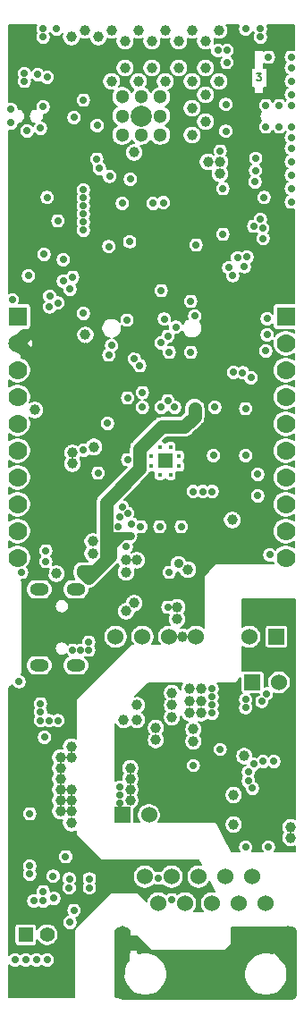
<source format=gbr>
G04 #@! TF.GenerationSoftware,KiCad,Pcbnew,5.1.6-c6e7f7d~87~ubuntu18.04.1*
G04 #@! TF.CreationDate,2021-11-08T15:35:58+02:00*
G04 #@! TF.ProjectId,ESP32-PoE-ISO_Rev_H,45535033-322d-4506-9f45-2d49534f5f52,H*
G04 #@! TF.SameCoordinates,Original*
G04 #@! TF.FileFunction,Copper,L3,Inr*
G04 #@! TF.FilePolarity,Positive*
%FSLAX46Y46*%
G04 Gerber Fmt 4.6, Leading zero omitted, Abs format (unit mm)*
G04 Created by KiCad (PCBNEW 5.1.6-c6e7f7d~87~ubuntu18.04.1) date 2021-11-08 15:35:58*
%MOMM*%
%LPD*%
G01*
G04 APERTURE LIST*
G04 #@! TA.AperFunction,NonConductor*
%ADD10C,0.158750*%
G04 #@! TD*
G04 #@! TA.AperFunction,ViaPad*
%ADD11C,1.300000*%
G04 #@! TD*
G04 #@! TA.AperFunction,ViaPad*
%ADD12C,2.000000*%
G04 #@! TD*
G04 #@! TA.AperFunction,ViaPad*
%ADD13C,1.524000*%
G04 #@! TD*
G04 #@! TA.AperFunction,ViaPad*
%ADD14R,1.524000X1.524000*%
G04 #@! TD*
G04 #@! TA.AperFunction,ViaPad*
%ADD15R,1.400000X1.400000*%
G04 #@! TD*
G04 #@! TA.AperFunction,ViaPad*
%ADD16C,1.400000*%
G04 #@! TD*
G04 #@! TA.AperFunction,ViaPad*
%ADD17C,1.778000*%
G04 #@! TD*
G04 #@! TA.AperFunction,ViaPad*
%ADD18R,1.778000X1.778000*%
G04 #@! TD*
G04 #@! TA.AperFunction,ViaPad*
%ADD19R,0.400000X0.400000*%
G04 #@! TD*
G04 #@! TA.AperFunction,ViaPad*
%ADD20R,1.422400X1.422400*%
G04 #@! TD*
G04 #@! TA.AperFunction,ViaPad*
%ADD21O,1.800000X1.200000*%
G04 #@! TD*
G04 #@! TA.AperFunction,ViaPad*
%ADD22O,1.600000X2.999999*%
G04 #@! TD*
G04 #@! TA.AperFunction,ViaPad*
%ADD23C,1.800000*%
G04 #@! TD*
G04 #@! TA.AperFunction,ViaPad*
%ADD24C,1.000000*%
G04 #@! TD*
G04 #@! TA.AperFunction,ViaPad*
%ADD25C,0.700000*%
G04 #@! TD*
G04 #@! TA.AperFunction,ViaPad*
%ADD26C,0.900000*%
G04 #@! TD*
G04 #@! TA.AperFunction,Conductor*
%ADD27C,1.270000*%
G04 #@! TD*
G04 #@! TA.AperFunction,Conductor*
%ADD28C,1.016000*%
G04 #@! TD*
G04 #@! TA.AperFunction,Conductor*
%ADD29C,0.762000*%
G04 #@! TD*
G04 #@! TA.AperFunction,Conductor*
%ADD30C,0.508000*%
G04 #@! TD*
G04 #@! TA.AperFunction,Conductor*
%ADD31C,0.127000*%
G04 #@! TD*
G04 #@! TA.AperFunction,Conductor*
%ADD32C,0.254000*%
G04 #@! TD*
G04 #@! TA.AperFunction,Conductor*
%ADD33C,0.203200*%
G04 #@! TD*
G04 APERTURE END LIST*
D10*
X114088333Y-100236261D02*
X114481428Y-100236261D01*
X114269761Y-100478166D01*
X114360476Y-100478166D01*
X114420952Y-100508404D01*
X114451190Y-100538642D01*
X114481428Y-100599119D01*
X114481428Y-100750309D01*
X114451190Y-100810785D01*
X114420952Y-100841023D01*
X114360476Y-100871261D01*
X114179047Y-100871261D01*
X114118571Y-100841023D01*
X114088333Y-100810785D01*
D11*
X104940000Y-104235000D03*
X101340000Y-104235000D03*
X103140000Y-106035000D03*
X103140000Y-102435000D03*
X104940000Y-102435000D03*
X101340000Y-102435000D03*
X104940000Y-106035000D03*
D12*
X103140000Y-104235000D03*
D11*
X101340000Y-106035000D03*
D13*
X113411000Y-153543000D03*
D14*
X115951000Y-153543000D03*
D13*
X108331000Y-153543000D03*
X105791000Y-153543000D03*
X100711000Y-153543000D03*
X103251000Y-153543000D03*
D15*
X92209620Y-181759860D03*
D16*
X94221300Y-181757320D03*
D13*
X103866000Y-170434000D03*
D14*
X101366000Y-170434000D03*
D17*
X116840000Y-146080000D03*
X116840000Y-143540000D03*
X116840000Y-138460000D03*
X116840000Y-141000000D03*
X116840000Y-135920000D03*
X116840000Y-133380000D03*
D18*
X116840000Y-123220000D03*
D17*
X116840000Y-125760000D03*
X116840000Y-128300000D03*
X116840000Y-130840000D03*
X91440000Y-130840000D03*
X91440000Y-128300000D03*
X91440000Y-125760000D03*
D18*
X91440000Y-123220000D03*
D17*
X91440000Y-133380000D03*
X91440000Y-135920000D03*
X91440000Y-141000000D03*
X91440000Y-138460000D03*
X91440000Y-143540000D03*
X91440000Y-146080000D03*
D19*
X106710000Y-137406000D03*
X106710000Y-136406000D03*
X105910000Y-135606000D03*
X104910000Y-135606000D03*
X104110000Y-136406000D03*
X104110000Y-137406000D03*
X104910000Y-138206000D03*
X105910000Y-138206000D03*
D20*
X105410000Y-136906000D03*
D21*
X93476000Y-149054000D03*
X96946000Y-149054000D03*
X96946000Y-156254000D03*
X93476000Y-156254000D03*
D22*
X117000000Y-182393000D03*
X101400000Y-182393000D03*
D13*
X114915000Y-178793000D03*
X113645000Y-176253000D03*
X112375000Y-178793000D03*
X111105000Y-176253000D03*
X109835000Y-178793000D03*
X108565000Y-176253000D03*
X107295000Y-178793000D03*
X106025000Y-176253000D03*
X104755000Y-178793000D03*
X103485000Y-176253000D03*
X116185000Y-157861000D03*
D14*
X113685000Y-157861000D03*
D23*
X107442000Y-167646000D03*
D24*
X93091000Y-132080000D03*
X95123000Y-147574000D03*
D25*
X92583000Y-176022000D03*
X92583000Y-175260000D03*
X92583000Y-170307000D03*
X94869000Y-178308000D03*
X94803014Y-176214986D03*
D24*
X102489000Y-107696002D03*
D25*
X97663000Y-112014000D03*
X91821000Y-147447000D03*
X99949000Y-133350000D03*
X97663000Y-135890000D03*
D26*
X106680000Y-146621500D03*
D24*
X107569000Y-147193000D03*
X110617000Y-109728000D03*
X110617000Y-108585000D03*
D25*
X114935000Y-105283000D03*
X116205000Y-105283000D03*
X114935000Y-103251000D03*
X116205000Y-103251000D03*
D24*
X107950000Y-106045000D03*
X109220000Y-104775000D03*
X107950000Y-103505000D03*
X109220000Y-102235000D03*
X110490000Y-100965000D03*
X107950000Y-100965000D03*
X105410000Y-100965000D03*
X102870000Y-100965000D03*
X109220000Y-99695000D03*
X106680000Y-99695000D03*
X104140000Y-99695000D03*
X101600000Y-99695000D03*
X100330000Y-100965000D03*
D25*
X117348000Y-112395000D03*
X117348000Y-111125000D03*
X117348000Y-109855000D03*
X117348000Y-108585000D03*
X117348000Y-107315000D03*
X117348000Y-106299000D03*
X117348000Y-105283000D03*
X117348000Y-103251000D03*
X117348000Y-102235000D03*
X117348000Y-100965000D03*
X117348000Y-99695000D03*
X117348000Y-98679000D03*
X97663000Y-115062000D03*
X97663000Y-114300000D03*
X97663000Y-113538000D03*
X114427000Y-96012000D03*
D24*
X109220000Y-97155000D03*
X106680000Y-97155000D03*
X104140000Y-97155000D03*
X101600000Y-97155000D03*
X99060000Y-96774000D03*
D25*
X93853000Y-96012000D03*
X113030000Y-96012000D03*
D24*
X110490000Y-96139000D03*
X107950000Y-96139000D03*
X105410000Y-96139000D03*
X102870000Y-96139000D03*
X100330000Y-96139000D03*
X97790000Y-96139000D03*
D25*
X102044500Y-116141500D03*
X100076000Y-116600350D03*
X97663000Y-112776000D03*
X97663000Y-111252000D03*
X115189000Y-98679000D03*
D24*
X109474000Y-108585000D03*
D25*
X95123000Y-96012000D03*
D24*
X96520000Y-96774000D03*
D25*
X108966000Y-139785743D03*
X108077000Y-139785743D03*
X109855000Y-139785743D03*
X90932000Y-121666000D03*
X90805000Y-103632000D03*
X90805000Y-104902000D03*
X114427000Y-96774000D03*
X93853000Y-96774000D03*
X92075000Y-100965000D03*
X92075000Y-100228400D03*
X97663000Y-122936000D03*
X99060000Y-138049000D03*
D24*
X98679000Y-135572500D03*
D25*
X95250000Y-161480500D03*
X101854000Y-141859000D03*
X110109000Y-131826000D03*
X114173000Y-140208000D03*
X114173000Y-138176000D03*
X115316000Y-145796000D03*
D24*
X111760000Y-142494000D03*
D25*
X91567000Y-157797496D03*
X93599000Y-160655000D03*
D24*
X96520000Y-163957000D03*
X95504000Y-170053000D03*
X95504000Y-169037000D03*
X96520000Y-170053000D03*
X96520000Y-169037000D03*
X96520000Y-171196000D03*
D25*
X93599000Y-159893000D03*
X93599000Y-161480500D03*
X94424500Y-161480500D03*
X98171000Y-154051000D03*
X98171000Y-154813000D03*
X97409000Y-154813000D03*
X96647000Y-154813000D03*
X93218000Y-184150000D03*
X91186000Y-184150000D03*
X92202000Y-184150000D03*
X94234000Y-184150000D03*
X93853000Y-177673000D03*
X92964000Y-178562000D03*
X93853000Y-178562000D03*
D24*
X96520000Y-168021000D03*
X95504000Y-168021000D03*
X95504000Y-167005000D03*
X95504000Y-165989000D03*
X95504000Y-164973000D03*
X96520000Y-164973000D03*
X106553000Y-150749000D03*
X106553000Y-151892000D03*
D25*
X105664000Y-150749000D03*
D24*
X107061000Y-153543000D03*
D25*
X93853000Y-103378000D03*
X96393000Y-180594000D03*
X96646988Y-119507000D03*
X96774000Y-179451000D03*
X106299000Y-131826000D03*
X101340570Y-141256510D03*
X94477435Y-121303850D03*
X93599000Y-105410000D03*
D24*
X96647000Y-137160000D03*
X96647000Y-136144000D03*
D25*
X114688913Y-115843128D03*
X110871000Y-115442996D03*
X110871000Y-111125000D03*
X97663000Y-102743000D03*
X98171000Y-101726988D03*
X94107000Y-147447000D03*
D24*
X98171000Y-99060000D03*
D25*
X102743000Y-126365000D03*
X102743000Y-125603000D03*
D24*
X98171000Y-98044000D03*
D25*
X94043500Y-98044000D03*
D24*
X97155000Y-98044000D03*
D25*
X93281500Y-98044000D03*
X100584000Y-122174000D03*
X100584000Y-121412000D03*
X105410000Y-119888000D03*
X107823000Y-120777000D03*
X107823000Y-119888000D03*
X97028000Y-130937000D03*
X97028000Y-129921000D03*
D24*
X97917000Y-126238000D03*
X97917000Y-127254000D03*
X97790000Y-132461000D03*
X97790000Y-131445000D03*
X97790000Y-130429000D03*
X97790000Y-129413000D03*
X108839000Y-147193000D03*
X108839000Y-146177000D03*
D25*
X104902000Y-143129000D03*
X105791000Y-147447000D03*
X93980000Y-163067994D03*
X103091479Y-143129000D03*
X106934000Y-143129000D03*
X95979490Y-174371000D03*
X100141480Y-109960758D03*
X101727000Y-145034000D03*
X94107000Y-146431000D03*
X92329000Y-105664000D03*
X93345000Y-100330000D03*
X96393000Y-120650000D03*
X111155990Y-105692601D03*
X95758000Y-119887986D03*
X99187000Y-109219994D03*
X102235000Y-142875000D03*
X94107000Y-145415000D03*
X111252000Y-99187000D03*
X111155990Y-103152601D03*
X94234000Y-100584000D03*
X105332150Y-123474968D03*
X108204000Y-123190000D03*
X95250000Y-114173000D03*
X111252000Y-98044000D03*
X106410622Y-124236990D03*
X114759018Y-111965009D03*
X94466418Y-122311477D03*
X115062000Y-124968000D03*
X102480368Y-127243213D03*
X107823000Y-126619000D03*
X108331000Y-116459000D03*
X95758000Y-117856000D03*
X93929098Y-117348014D03*
X107823000Y-121793000D03*
X112259169Y-117673446D03*
X111800119Y-119360801D03*
X105029000Y-120777000D03*
X112903011Y-118514828D03*
X111887000Y-128523990D03*
X94234000Y-111965000D03*
X105226229Y-112447424D03*
X113157000Y-117602000D03*
X112747155Y-128552845D03*
X105791000Y-126619000D03*
X113918984Y-110490016D03*
X105029000Y-125730000D03*
X113538000Y-129032000D03*
X110617000Y-107569000D03*
X97536000Y-147279360D03*
X98044000Y-148082000D03*
X98552000Y-147447000D03*
X102108000Y-144018000D03*
X108204000Y-132715000D03*
X108204000Y-131953000D03*
X104267000Y-112522000D03*
X101346000Y-112522000D03*
X98963958Y-105156000D03*
X98933000Y-108331000D03*
D24*
X102108000Y-167005000D03*
X102108000Y-165989000D03*
X117284500Y-171577000D03*
X117284500Y-172593000D03*
D25*
X113030000Y-159512000D03*
X109855000Y-158496000D03*
D24*
X108839000Y-158496000D03*
X108839000Y-160782000D03*
X108839000Y-159639000D03*
D25*
X109855000Y-159258000D03*
X109855000Y-160020000D03*
X109855000Y-160782000D03*
D24*
X107696000Y-159639000D03*
X107696000Y-160782000D03*
X107696000Y-158496000D03*
D25*
X101092000Y-167767000D03*
X101092000Y-168529000D03*
X101092000Y-169291000D03*
D24*
X102108000Y-168021000D03*
X102108000Y-169037000D03*
D25*
X113030000Y-160254190D03*
D24*
X102489000Y-150368000D03*
X101727000Y-151130000D03*
X102743000Y-146304000D03*
X101727000Y-146304000D03*
X101727000Y-147447000D03*
X98552000Y-145669000D03*
X98552000Y-144526000D03*
D25*
X108077000Y-165735000D03*
D24*
X108077000Y-163449000D03*
X108077000Y-162306000D03*
D25*
X115011196Y-158927796D03*
X113030000Y-173482000D03*
D24*
X111887000Y-168529000D03*
X111887000Y-171323000D03*
D25*
X113284000Y-167195500D03*
X113284000Y-166370000D03*
X113792000Y-165608000D03*
X113665000Y-167894000D03*
X114681000Y-165354000D03*
X115697000Y-165354000D03*
X115189000Y-173450250D03*
X114622118Y-114876118D03*
X113792000Y-114681000D03*
X110393990Y-98044000D03*
X101790500Y-123571000D03*
X100330005Y-125984000D03*
X100076000Y-126873000D03*
X113030000Y-131953000D03*
X113030000Y-136398000D03*
X102997000Y-127889000D03*
X103250997Y-130428997D03*
X105029000Y-131826000D03*
X103251000Y-131826000D03*
X109981990Y-136398000D03*
X102108008Y-110236000D03*
X113982500Y-108250103D03*
X95250000Y-121950986D03*
X115062000Y-123444000D03*
X105664000Y-125095000D03*
X114427000Y-114046000D03*
X96774000Y-104394000D03*
X105664000Y-131191000D03*
X101854000Y-130937000D03*
X113967984Y-109425000D03*
X114935000Y-126492000D03*
X101854000Y-136779000D03*
X111441342Y-118615666D03*
X100965006Y-143129000D03*
X98234500Y-177293513D03*
X104775000Y-176402960D03*
X98234500Y-176466500D03*
X106044996Y-178435000D03*
X96329499Y-177294710D03*
X96330699Y-176467699D03*
D24*
X114935000Y-181483000D03*
X101092000Y-185420000D03*
X101092000Y-187325000D03*
X102870000Y-182880000D03*
X114935000Y-182880000D03*
X113538000Y-182880000D03*
X112395000Y-185420000D03*
X111125000Y-184150000D03*
X109855000Y-185420000D03*
X117387990Y-185420000D03*
X117387990Y-187387990D03*
X111125000Y-186690000D03*
X108585000Y-186690000D03*
X108585000Y-184150000D03*
X107315000Y-185420000D03*
X106045000Y-186690000D03*
X106045000Y-184150000D03*
D25*
X101092000Y-142240000D03*
D24*
X97853500Y-124968000D03*
D25*
X92456000Y-119380000D03*
D24*
X102743000Y-161417000D03*
X102743000Y-160020000D03*
X104521000Y-162179000D03*
X104521000Y-163322000D03*
X106045000Y-158877000D03*
X106045000Y-160020000D03*
X106045000Y-161163000D03*
X101473000Y-161417000D03*
D25*
X114565912Y-159674791D03*
X110617000Y-164211000D03*
D24*
X112903000Y-164846000D03*
X105156000Y-166624000D03*
X105156000Y-167640000D03*
X105156000Y-168656000D03*
X106807000Y-163449000D03*
X106807000Y-162306000D03*
D27*
X99822000Y-140843000D02*
X102997000Y-137668000D01*
X107251500Y-133667500D02*
X108204000Y-132715000D01*
X99822000Y-143764000D02*
X99822000Y-140843000D01*
X102997000Y-137668000D02*
X102997000Y-135763000D01*
X102997000Y-135763000D02*
X105092500Y-133667500D01*
X105092500Y-133667500D02*
X107251500Y-133667500D01*
X108204000Y-132715000D02*
X108204000Y-131953000D01*
X99504500Y-146621500D02*
X98171000Y-147955000D01*
D28*
X97536000Y-147279360D02*
X97536000Y-147574000D01*
X97536000Y-147574000D02*
X98044000Y-148082000D01*
D27*
X99631500Y-146494500D02*
X100203000Y-145923000D01*
X99822000Y-146304000D02*
X99631500Y-146494500D01*
X98679000Y-147447000D02*
X99631500Y-146494500D01*
X99822000Y-143764000D02*
X99822000Y-146304000D01*
X100203000Y-144145000D02*
X99822000Y-143764000D01*
X100203000Y-145161000D02*
X100203000Y-144145000D01*
D29*
X102108000Y-144018000D02*
X101346000Y-144018000D01*
D27*
X100203000Y-145923000D02*
X100203000Y-145161000D01*
D29*
X101346000Y-144018000D02*
X100203000Y-145161000D01*
X102108000Y-144018000D02*
X100330000Y-144018000D01*
X100330000Y-144018000D02*
X100203000Y-144145000D01*
D27*
X98552000Y-147447000D02*
X98679000Y-147447000D01*
D29*
X98552000Y-147574000D02*
X98552000Y-147447000D01*
X98044000Y-148082000D02*
X98552000Y-147574000D01*
D28*
X98384360Y-147279360D02*
X97536000Y-147279360D01*
X98552000Y-147447000D02*
X98384360Y-147279360D01*
X117387990Y-181522990D02*
X117348000Y-181483000D01*
X117348000Y-181483000D02*
X114935000Y-181483000D01*
X117387990Y-185420000D02*
X117387990Y-181522990D01*
X101228042Y-181610000D02*
X101346000Y-181610000D01*
X101092000Y-181746042D02*
X101228042Y-181610000D01*
X101092000Y-185420000D02*
X101092000Y-181746042D01*
D30*
X111125000Y-187641990D02*
X101408990Y-187641990D01*
X101408990Y-187641990D02*
X101092000Y-187325000D01*
X117387990Y-187387990D02*
X117133990Y-187641990D01*
X117133990Y-187641990D02*
X111125000Y-187641990D01*
X111125000Y-187641990D02*
X111125000Y-186690000D01*
D28*
X117387990Y-185420000D02*
X117387990Y-187387990D01*
X114935000Y-182880000D02*
X115733802Y-182880000D01*
X115733802Y-182880000D02*
X117387990Y-184534188D01*
X117387990Y-184534188D02*
X117387990Y-184712894D01*
X117387990Y-184712894D02*
X117387990Y-185420000D01*
X117094000Y-182880000D02*
X114935000Y-182880000D01*
X117094000Y-181483000D02*
X117094000Y-182880000D01*
X114935000Y-181483000D02*
X117094000Y-181483000D01*
D29*
X102162894Y-182880000D02*
X101473000Y-182880000D01*
X102870000Y-182880000D02*
X102162894Y-182880000D01*
D31*
G36*
X93216450Y-95671757D02*
G01*
X93162303Y-95802479D01*
X93134700Y-95941254D01*
X93134700Y-96082746D01*
X93162303Y-96221521D01*
X93216450Y-96352243D01*
X93243683Y-96393000D01*
X93216450Y-96433757D01*
X93162303Y-96564479D01*
X93134700Y-96703254D01*
X93134700Y-96844746D01*
X93162303Y-96983521D01*
X93216450Y-97114243D01*
X93295060Y-97231890D01*
X93395110Y-97331940D01*
X93512757Y-97410550D01*
X93643479Y-97464697D01*
X93782254Y-97492300D01*
X93923746Y-97492300D01*
X94062521Y-97464697D01*
X94193243Y-97410550D01*
X94310890Y-97331940D01*
X94410940Y-97231890D01*
X94489550Y-97114243D01*
X94543697Y-96983521D01*
X94571300Y-96844746D01*
X94571300Y-96703254D01*
X94543697Y-96564479D01*
X94489550Y-96433757D01*
X94462317Y-96393000D01*
X94488000Y-96354563D01*
X94565060Y-96469890D01*
X94665110Y-96569940D01*
X94782757Y-96648550D01*
X94913479Y-96702697D01*
X95052254Y-96730300D01*
X95193746Y-96730300D01*
X95332521Y-96702697D01*
X95463243Y-96648550D01*
X95580890Y-96569940D01*
X95680940Y-96469890D01*
X95747203Y-96370722D01*
X95685069Y-96520726D01*
X95651700Y-96688480D01*
X95651700Y-96859520D01*
X95685069Y-97027274D01*
X95750523Y-97185294D01*
X95845548Y-97327509D01*
X95966491Y-97448452D01*
X96108706Y-97543477D01*
X96266726Y-97608931D01*
X96434480Y-97642300D01*
X96605520Y-97642300D01*
X96773274Y-97608931D01*
X96931294Y-97543477D01*
X97073509Y-97448452D01*
X97194452Y-97327509D01*
X97289477Y-97185294D01*
X97354931Y-97027274D01*
X97378579Y-96908392D01*
X97378706Y-96908477D01*
X97536726Y-96973931D01*
X97704480Y-97007300D01*
X97875520Y-97007300D01*
X98043274Y-96973931D01*
X98201294Y-96908477D01*
X98201421Y-96908392D01*
X98225069Y-97027274D01*
X98290523Y-97185294D01*
X98385548Y-97327509D01*
X98506491Y-97448452D01*
X98648706Y-97543477D01*
X98806726Y-97608931D01*
X98974480Y-97642300D01*
X99145520Y-97642300D01*
X99313274Y-97608931D01*
X99471294Y-97543477D01*
X99613509Y-97448452D01*
X99734452Y-97327509D01*
X99829477Y-97185294D01*
X99894931Y-97027274D01*
X99918579Y-96908392D01*
X99918706Y-96908477D01*
X100076726Y-96973931D01*
X100244480Y-97007300D01*
X100415520Y-97007300D01*
X100583274Y-96973931D01*
X100741294Y-96908477D01*
X100770301Y-96889095D01*
X100765069Y-96901726D01*
X100731700Y-97069480D01*
X100731700Y-97240520D01*
X100765069Y-97408274D01*
X100830523Y-97566294D01*
X100925548Y-97708509D01*
X101046491Y-97829452D01*
X101188706Y-97924477D01*
X101346726Y-97989931D01*
X101514480Y-98023300D01*
X101685520Y-98023300D01*
X101853274Y-97989931D01*
X102011294Y-97924477D01*
X102153509Y-97829452D01*
X102274452Y-97708509D01*
X102369477Y-97566294D01*
X102434931Y-97408274D01*
X102468300Y-97240520D01*
X102468300Y-97069480D01*
X102434931Y-96901726D01*
X102429699Y-96889095D01*
X102458706Y-96908477D01*
X102616726Y-96973931D01*
X102784480Y-97007300D01*
X102955520Y-97007300D01*
X103123274Y-96973931D01*
X103281294Y-96908477D01*
X103310301Y-96889095D01*
X103305069Y-96901726D01*
X103271700Y-97069480D01*
X103271700Y-97240520D01*
X103305069Y-97408274D01*
X103370523Y-97566294D01*
X103465548Y-97708509D01*
X103586491Y-97829452D01*
X103728706Y-97924477D01*
X103886726Y-97989931D01*
X104054480Y-98023300D01*
X104225520Y-98023300D01*
X104393274Y-97989931D01*
X104551294Y-97924477D01*
X104693509Y-97829452D01*
X104814452Y-97708509D01*
X104909477Y-97566294D01*
X104974931Y-97408274D01*
X105008300Y-97240520D01*
X105008300Y-97069480D01*
X104974931Y-96901726D01*
X104969699Y-96889095D01*
X104998706Y-96908477D01*
X105156726Y-96973931D01*
X105324480Y-97007300D01*
X105495520Y-97007300D01*
X105663274Y-96973931D01*
X105821294Y-96908477D01*
X105850301Y-96889095D01*
X105845069Y-96901726D01*
X105811700Y-97069480D01*
X105811700Y-97240520D01*
X105845069Y-97408274D01*
X105910523Y-97566294D01*
X106005548Y-97708509D01*
X106126491Y-97829452D01*
X106268706Y-97924477D01*
X106426726Y-97989931D01*
X106594480Y-98023300D01*
X106765520Y-98023300D01*
X106933274Y-97989931D01*
X107091294Y-97924477D01*
X107233509Y-97829452D01*
X107354452Y-97708509D01*
X107449477Y-97566294D01*
X107514931Y-97408274D01*
X107548300Y-97240520D01*
X107548300Y-97069480D01*
X107514931Y-96901726D01*
X107509699Y-96889095D01*
X107538706Y-96908477D01*
X107696726Y-96973931D01*
X107864480Y-97007300D01*
X108035520Y-97007300D01*
X108203274Y-96973931D01*
X108361294Y-96908477D01*
X108390301Y-96889095D01*
X108385069Y-96901726D01*
X108351700Y-97069480D01*
X108351700Y-97240520D01*
X108385069Y-97408274D01*
X108450523Y-97566294D01*
X108545548Y-97708509D01*
X108666491Y-97829452D01*
X108808706Y-97924477D01*
X108966726Y-97989931D01*
X109134480Y-98023300D01*
X109305520Y-98023300D01*
X109473274Y-97989931D01*
X109631294Y-97924477D01*
X109693684Y-97882789D01*
X109675690Y-97973254D01*
X109675690Y-98114746D01*
X109703293Y-98253521D01*
X109757440Y-98384243D01*
X109836050Y-98501890D01*
X109936100Y-98601940D01*
X110053747Y-98680550D01*
X110184469Y-98734697D01*
X110323244Y-98762300D01*
X110464736Y-98762300D01*
X110603511Y-98734697D01*
X110734233Y-98680550D01*
X110759509Y-98663661D01*
X110694060Y-98729110D01*
X110615450Y-98846757D01*
X110561303Y-98977479D01*
X110533700Y-99116254D01*
X110533700Y-99257746D01*
X110561303Y-99396521D01*
X110615450Y-99527243D01*
X110694060Y-99644890D01*
X110794110Y-99744940D01*
X110911757Y-99823550D01*
X111042479Y-99877697D01*
X111181254Y-99905300D01*
X111322746Y-99905300D01*
X111461521Y-99877697D01*
X111592243Y-99823550D01*
X111709890Y-99744940D01*
X111736018Y-99718812D01*
X113549944Y-99718812D01*
X113549944Y-101566662D01*
X113855500Y-101566662D01*
X113855500Y-102108000D01*
X113856720Y-102120388D01*
X113860334Y-102132300D01*
X113866202Y-102143279D01*
X113874099Y-102152901D01*
X113883721Y-102160798D01*
X113894700Y-102166666D01*
X113906612Y-102170280D01*
X113919000Y-102171500D01*
X114681000Y-102171500D01*
X114693388Y-102170280D01*
X114705300Y-102166666D01*
X114716279Y-102160798D01*
X114725901Y-102152901D01*
X114733798Y-102143279D01*
X114739666Y-102132300D01*
X114743280Y-102120388D01*
X114744500Y-102108000D01*
X114744500Y-101566662D01*
X115050056Y-101566662D01*
X115050056Y-99718812D01*
X114744500Y-99718812D01*
X114744500Y-99245887D01*
X114848757Y-99315550D01*
X114979479Y-99369697D01*
X115118254Y-99397300D01*
X115259746Y-99397300D01*
X115398521Y-99369697D01*
X115529243Y-99315550D01*
X115646890Y-99236940D01*
X115746940Y-99136890D01*
X115825550Y-99019243D01*
X115879697Y-98888521D01*
X115907300Y-98749746D01*
X115907300Y-98608254D01*
X115879697Y-98469479D01*
X115825550Y-98338757D01*
X115746940Y-98221110D01*
X115646890Y-98121060D01*
X115529243Y-98042450D01*
X115398521Y-97988303D01*
X115259746Y-97960700D01*
X115118254Y-97960700D01*
X114979479Y-97988303D01*
X114848757Y-98042450D01*
X114744500Y-98112113D01*
X114744500Y-98044000D01*
X114743280Y-98031612D01*
X114739666Y-98019700D01*
X114733798Y-98008721D01*
X114725901Y-97999099D01*
X114716279Y-97991202D01*
X114705300Y-97985334D01*
X114693388Y-97981720D01*
X114681000Y-97980500D01*
X113919000Y-97980500D01*
X113906612Y-97981720D01*
X113894700Y-97985334D01*
X113883721Y-97991202D01*
X113874099Y-97999099D01*
X113866202Y-98008721D01*
X113860334Y-98019700D01*
X113856720Y-98031612D01*
X113855500Y-98044000D01*
X113855500Y-99718812D01*
X113549944Y-99718812D01*
X111736018Y-99718812D01*
X111809940Y-99644890D01*
X111888550Y-99527243D01*
X111942697Y-99396521D01*
X111970300Y-99257746D01*
X111970300Y-99116254D01*
X111942697Y-98977479D01*
X111888550Y-98846757D01*
X111809940Y-98729110D01*
X111709890Y-98629060D01*
X111689596Y-98615500D01*
X111709890Y-98601940D01*
X111809940Y-98501890D01*
X111888550Y-98384243D01*
X111942697Y-98253521D01*
X111970300Y-98114746D01*
X111970300Y-97973254D01*
X111942697Y-97834479D01*
X111888550Y-97703757D01*
X111809940Y-97586110D01*
X111709890Y-97486060D01*
X111592243Y-97407450D01*
X111461521Y-97353303D01*
X111322746Y-97325700D01*
X111181254Y-97325700D01*
X111042479Y-97353303D01*
X110911757Y-97407450D01*
X110822995Y-97466759D01*
X110734233Y-97407450D01*
X110603511Y-97353303D01*
X110464736Y-97325700D01*
X110323244Y-97325700D01*
X110184469Y-97353303D01*
X110055216Y-97406842D01*
X110088300Y-97240520D01*
X110088300Y-97069480D01*
X110054931Y-96901726D01*
X110049699Y-96889095D01*
X110078706Y-96908477D01*
X110236726Y-96973931D01*
X110404480Y-97007300D01*
X110575520Y-97007300D01*
X110743274Y-96973931D01*
X110901294Y-96908477D01*
X111043509Y-96813452D01*
X111164452Y-96692509D01*
X111259477Y-96550294D01*
X111324931Y-96392274D01*
X111358300Y-96224520D01*
X111358300Y-96053480D01*
X111324931Y-95885726D01*
X111259477Y-95727706D01*
X111204415Y-95645300D01*
X112411128Y-95645300D01*
X112393450Y-95671757D01*
X112339303Y-95802479D01*
X112311700Y-95941254D01*
X112311700Y-96082746D01*
X112339303Y-96221521D01*
X112393450Y-96352243D01*
X112472060Y-96469890D01*
X112572110Y-96569940D01*
X112689757Y-96648550D01*
X112820479Y-96702697D01*
X112959254Y-96730300D01*
X113100746Y-96730300D01*
X113239521Y-96702697D01*
X113370243Y-96648550D01*
X113487890Y-96569940D01*
X113587940Y-96469890D01*
X113666550Y-96352243D01*
X113720697Y-96221521D01*
X113728500Y-96182291D01*
X113736303Y-96221521D01*
X113790450Y-96352243D01*
X113817683Y-96393000D01*
X113790450Y-96433757D01*
X113736303Y-96564479D01*
X113708700Y-96703254D01*
X113708700Y-96844746D01*
X113736303Y-96983521D01*
X113790450Y-97114243D01*
X113869060Y-97231890D01*
X113969110Y-97331940D01*
X114086757Y-97410550D01*
X114217479Y-97464697D01*
X114356254Y-97492300D01*
X114497746Y-97492300D01*
X114636521Y-97464697D01*
X114767243Y-97410550D01*
X114884890Y-97331940D01*
X114984940Y-97231890D01*
X115063550Y-97114243D01*
X115117697Y-96983521D01*
X115145300Y-96844746D01*
X115145300Y-96703254D01*
X115117697Y-96564479D01*
X115063550Y-96433757D01*
X115036317Y-96393000D01*
X115063550Y-96352243D01*
X115117697Y-96221521D01*
X115145300Y-96082746D01*
X115145300Y-95941254D01*
X115117697Y-95802479D01*
X115063550Y-95671757D01*
X115045872Y-95645300D01*
X117654701Y-95645300D01*
X117654701Y-98028556D01*
X117557521Y-97988303D01*
X117418746Y-97960700D01*
X117277254Y-97960700D01*
X117138479Y-97988303D01*
X117007757Y-98042450D01*
X116890110Y-98121060D01*
X116790060Y-98221110D01*
X116711450Y-98338757D01*
X116657303Y-98469479D01*
X116629700Y-98608254D01*
X116629700Y-98749746D01*
X116657303Y-98888521D01*
X116711450Y-99019243D01*
X116790060Y-99136890D01*
X116840170Y-99187000D01*
X116790060Y-99237110D01*
X116711450Y-99354757D01*
X116657303Y-99485479D01*
X116629700Y-99624254D01*
X116629700Y-99765746D01*
X116657303Y-99904521D01*
X116711450Y-100035243D01*
X116790060Y-100152890D01*
X116890110Y-100252940D01*
X117005437Y-100330000D01*
X116890110Y-100407060D01*
X116790060Y-100507110D01*
X116711450Y-100624757D01*
X116657303Y-100755479D01*
X116629700Y-100894254D01*
X116629700Y-101035746D01*
X116657303Y-101174521D01*
X116711450Y-101305243D01*
X116790060Y-101422890D01*
X116890110Y-101522940D01*
X117005437Y-101600000D01*
X116890110Y-101677060D01*
X116790060Y-101777110D01*
X116711450Y-101894757D01*
X116657303Y-102025479D01*
X116629700Y-102164254D01*
X116629700Y-102305746D01*
X116657303Y-102444521D01*
X116711450Y-102575243D01*
X116790060Y-102692890D01*
X116840170Y-102743000D01*
X116790060Y-102793110D01*
X116776500Y-102813404D01*
X116762940Y-102793110D01*
X116662890Y-102693060D01*
X116545243Y-102614450D01*
X116414521Y-102560303D01*
X116275746Y-102532700D01*
X116134254Y-102532700D01*
X115995479Y-102560303D01*
X115864757Y-102614450D01*
X115747110Y-102693060D01*
X115647060Y-102793110D01*
X115570000Y-102908437D01*
X115492940Y-102793110D01*
X115392890Y-102693060D01*
X115275243Y-102614450D01*
X115144521Y-102560303D01*
X115005746Y-102532700D01*
X114864254Y-102532700D01*
X114725479Y-102560303D01*
X114594757Y-102614450D01*
X114477110Y-102693060D01*
X114377060Y-102793110D01*
X114298450Y-102910757D01*
X114244303Y-103041479D01*
X114216700Y-103180254D01*
X114216700Y-103321746D01*
X114244303Y-103460521D01*
X114298450Y-103591243D01*
X114377060Y-103708890D01*
X114477110Y-103808940D01*
X114493746Y-103820056D01*
X114422450Y-103926757D01*
X114368303Y-104057479D01*
X114340700Y-104196254D01*
X114340700Y-104337746D01*
X114368303Y-104476521D01*
X114422450Y-104607243D01*
X114493746Y-104713944D01*
X114477110Y-104725060D01*
X114377060Y-104825110D01*
X114298450Y-104942757D01*
X114244303Y-105073479D01*
X114216700Y-105212254D01*
X114216700Y-105353746D01*
X114244303Y-105492521D01*
X114298450Y-105623243D01*
X114377060Y-105740890D01*
X114477110Y-105840940D01*
X114594757Y-105919550D01*
X114725479Y-105973697D01*
X114864254Y-106001300D01*
X115005746Y-106001300D01*
X115144521Y-105973697D01*
X115275243Y-105919550D01*
X115392890Y-105840940D01*
X115492940Y-105740890D01*
X115570000Y-105625563D01*
X115647060Y-105740890D01*
X115747110Y-105840940D01*
X115864757Y-105919550D01*
X115995479Y-105973697D01*
X116134254Y-106001300D01*
X116275746Y-106001300D01*
X116414521Y-105973697D01*
X116545243Y-105919550D01*
X116662890Y-105840940D01*
X116762940Y-105740890D01*
X116776500Y-105720596D01*
X116790060Y-105740890D01*
X116840170Y-105791000D01*
X116790060Y-105841110D01*
X116711450Y-105958757D01*
X116657303Y-106089479D01*
X116629700Y-106228254D01*
X116629700Y-106369746D01*
X116657303Y-106508521D01*
X116711450Y-106639243D01*
X116790060Y-106756890D01*
X116840170Y-106807000D01*
X116790060Y-106857110D01*
X116711450Y-106974757D01*
X116657303Y-107105479D01*
X116629700Y-107244254D01*
X116629700Y-107385746D01*
X116657303Y-107524521D01*
X116711450Y-107655243D01*
X116790060Y-107772890D01*
X116890110Y-107872940D01*
X117005437Y-107950000D01*
X116890110Y-108027060D01*
X116790060Y-108127110D01*
X116711450Y-108244757D01*
X116657303Y-108375479D01*
X116629700Y-108514254D01*
X116629700Y-108655746D01*
X116657303Y-108794521D01*
X116711450Y-108925243D01*
X116790060Y-109042890D01*
X116890110Y-109142940D01*
X117005437Y-109220000D01*
X116890110Y-109297060D01*
X116790060Y-109397110D01*
X116711450Y-109514757D01*
X116657303Y-109645479D01*
X116629700Y-109784254D01*
X116629700Y-109925746D01*
X116657303Y-110064521D01*
X116711450Y-110195243D01*
X116790060Y-110312890D01*
X116890110Y-110412940D01*
X117005437Y-110490000D01*
X116890110Y-110567060D01*
X116790060Y-110667110D01*
X116711450Y-110784757D01*
X116657303Y-110915479D01*
X116629700Y-111054254D01*
X116629700Y-111195746D01*
X116657303Y-111334521D01*
X116711450Y-111465243D01*
X116790060Y-111582890D01*
X116890110Y-111682940D01*
X117005437Y-111760000D01*
X116890110Y-111837060D01*
X116790060Y-111937110D01*
X116711450Y-112054757D01*
X116657303Y-112185479D01*
X116629700Y-112324254D01*
X116629700Y-112465746D01*
X116657303Y-112604521D01*
X116711450Y-112735243D01*
X116790060Y-112852890D01*
X116890110Y-112952940D01*
X117007757Y-113031550D01*
X117138479Y-113085697D01*
X117277254Y-113113300D01*
X117418746Y-113113300D01*
X117557521Y-113085697D01*
X117654701Y-113045444D01*
X117654701Y-121960918D01*
X115951000Y-121960918D01*
X115878801Y-121968029D01*
X115809376Y-121989089D01*
X115745393Y-122023288D01*
X115689313Y-122069313D01*
X115643288Y-122125393D01*
X115609089Y-122189376D01*
X115588029Y-122258801D01*
X115580918Y-122331000D01*
X115580918Y-122947088D01*
X115519890Y-122886060D01*
X115402243Y-122807450D01*
X115271521Y-122753303D01*
X115132746Y-122725700D01*
X114991254Y-122725700D01*
X114852479Y-122753303D01*
X114721757Y-122807450D01*
X114604110Y-122886060D01*
X114504060Y-122986110D01*
X114425450Y-123103757D01*
X114371303Y-123234479D01*
X114343700Y-123373254D01*
X114343700Y-123514746D01*
X114371303Y-123653521D01*
X114425450Y-123784243D01*
X114504060Y-123901890D01*
X114604110Y-124001940D01*
X114721757Y-124080550D01*
X114852479Y-124134697D01*
X114991254Y-124162300D01*
X115132746Y-124162300D01*
X115271521Y-124134697D01*
X115402243Y-124080550D01*
X115519890Y-124001940D01*
X115580918Y-123940912D01*
X115580918Y-124109000D01*
X115588029Y-124181199D01*
X115609089Y-124250624D01*
X115643288Y-124314607D01*
X115689313Y-124370687D01*
X115745393Y-124416712D01*
X115809376Y-124450911D01*
X115878801Y-124471971D01*
X115951000Y-124479082D01*
X117654701Y-124479082D01*
X117654701Y-124796610D01*
X117641482Y-124783391D01*
X117435555Y-124645795D01*
X117206741Y-124551017D01*
X116963833Y-124502700D01*
X116716167Y-124502700D01*
X116473259Y-124551017D01*
X116244445Y-124645795D01*
X116038518Y-124783391D01*
X115863391Y-124958518D01*
X115767803Y-125101576D01*
X115780300Y-125038746D01*
X115780300Y-124897254D01*
X115752697Y-124758479D01*
X115698550Y-124627757D01*
X115619940Y-124510110D01*
X115519890Y-124410060D01*
X115402243Y-124331450D01*
X115271521Y-124277303D01*
X115132746Y-124249700D01*
X114991254Y-124249700D01*
X114852479Y-124277303D01*
X114721757Y-124331450D01*
X114604110Y-124410060D01*
X114504060Y-124510110D01*
X114425450Y-124627757D01*
X114371303Y-124758479D01*
X114343700Y-124897254D01*
X114343700Y-125038746D01*
X114371303Y-125177521D01*
X114425450Y-125308243D01*
X114504060Y-125425890D01*
X114604110Y-125525940D01*
X114721757Y-125604550D01*
X114852479Y-125658697D01*
X114991254Y-125686300D01*
X115132746Y-125686300D01*
X115271521Y-125658697D01*
X115402243Y-125604550D01*
X115519890Y-125525940D01*
X115619940Y-125425890D01*
X115626470Y-125416117D01*
X115582700Y-125636167D01*
X115582700Y-125883833D01*
X115631017Y-126126741D01*
X115725795Y-126355555D01*
X115863391Y-126561482D01*
X116038518Y-126736609D01*
X116244445Y-126874205D01*
X116473259Y-126968983D01*
X116716167Y-127017300D01*
X116963833Y-127017300D01*
X117206741Y-126968983D01*
X117435555Y-126874205D01*
X117641482Y-126736609D01*
X117654701Y-126723390D01*
X117654701Y-127336610D01*
X117641482Y-127323391D01*
X117435555Y-127185795D01*
X117206741Y-127091017D01*
X116963833Y-127042700D01*
X116716167Y-127042700D01*
X116473259Y-127091017D01*
X116244445Y-127185795D01*
X116038518Y-127323391D01*
X115863391Y-127498518D01*
X115725795Y-127704445D01*
X115631017Y-127933259D01*
X115582700Y-128176167D01*
X115582700Y-128423833D01*
X115631017Y-128666741D01*
X115725795Y-128895555D01*
X115863391Y-129101482D01*
X116038518Y-129276609D01*
X116244445Y-129414205D01*
X116473259Y-129508983D01*
X116716167Y-129557300D01*
X116963833Y-129557300D01*
X117206741Y-129508983D01*
X117435555Y-129414205D01*
X117641482Y-129276609D01*
X117654701Y-129263390D01*
X117654701Y-129876610D01*
X117641482Y-129863391D01*
X117435555Y-129725795D01*
X117206741Y-129631017D01*
X116963833Y-129582700D01*
X116716167Y-129582700D01*
X116473259Y-129631017D01*
X116244445Y-129725795D01*
X116038518Y-129863391D01*
X115863391Y-130038518D01*
X115725795Y-130244445D01*
X115631017Y-130473259D01*
X115582700Y-130716167D01*
X115582700Y-130963833D01*
X115631017Y-131206741D01*
X115725795Y-131435555D01*
X115863391Y-131641482D01*
X116038518Y-131816609D01*
X116244445Y-131954205D01*
X116473259Y-132048983D01*
X116716167Y-132097300D01*
X116963833Y-132097300D01*
X117206741Y-132048983D01*
X117435555Y-131954205D01*
X117641482Y-131816609D01*
X117654701Y-131803390D01*
X117654701Y-132416610D01*
X117641482Y-132403391D01*
X117435555Y-132265795D01*
X117206741Y-132171017D01*
X116963833Y-132122700D01*
X116716167Y-132122700D01*
X116473259Y-132171017D01*
X116244445Y-132265795D01*
X116038518Y-132403391D01*
X115863391Y-132578518D01*
X115725795Y-132784445D01*
X115631017Y-133013259D01*
X115582700Y-133256167D01*
X115582700Y-133503833D01*
X115631017Y-133746741D01*
X115725795Y-133975555D01*
X115863391Y-134181482D01*
X116038518Y-134356609D01*
X116244445Y-134494205D01*
X116473259Y-134588983D01*
X116716167Y-134637300D01*
X116963833Y-134637300D01*
X117206741Y-134588983D01*
X117435555Y-134494205D01*
X117641482Y-134356609D01*
X117654701Y-134343390D01*
X117654701Y-134956610D01*
X117641482Y-134943391D01*
X117435555Y-134805795D01*
X117206741Y-134711017D01*
X116963833Y-134662700D01*
X116716167Y-134662700D01*
X116473259Y-134711017D01*
X116244445Y-134805795D01*
X116038518Y-134943391D01*
X115863391Y-135118518D01*
X115725795Y-135324445D01*
X115631017Y-135553259D01*
X115582700Y-135796167D01*
X115582700Y-136043833D01*
X115631017Y-136286741D01*
X115725795Y-136515555D01*
X115863391Y-136721482D01*
X116038518Y-136896609D01*
X116244445Y-137034205D01*
X116473259Y-137128983D01*
X116716167Y-137177300D01*
X116963833Y-137177300D01*
X117206741Y-137128983D01*
X117435555Y-137034205D01*
X117641482Y-136896609D01*
X117654701Y-136883390D01*
X117654701Y-137496610D01*
X117641482Y-137483391D01*
X117435555Y-137345795D01*
X117206741Y-137251017D01*
X116963833Y-137202700D01*
X116716167Y-137202700D01*
X116473259Y-137251017D01*
X116244445Y-137345795D01*
X116038518Y-137483391D01*
X115863391Y-137658518D01*
X115725795Y-137864445D01*
X115631017Y-138093259D01*
X115582700Y-138336167D01*
X115582700Y-138583833D01*
X115631017Y-138826741D01*
X115725795Y-139055555D01*
X115863391Y-139261482D01*
X116038518Y-139436609D01*
X116244445Y-139574205D01*
X116473259Y-139668983D01*
X116716167Y-139717300D01*
X116963833Y-139717300D01*
X117206741Y-139668983D01*
X117435555Y-139574205D01*
X117641482Y-139436609D01*
X117654701Y-139423390D01*
X117654701Y-140036610D01*
X117641482Y-140023391D01*
X117435555Y-139885795D01*
X117206741Y-139791017D01*
X116963833Y-139742700D01*
X116716167Y-139742700D01*
X116473259Y-139791017D01*
X116244445Y-139885795D01*
X116038518Y-140023391D01*
X115863391Y-140198518D01*
X115725795Y-140404445D01*
X115631017Y-140633259D01*
X115582700Y-140876167D01*
X115582700Y-141123833D01*
X115631017Y-141366741D01*
X115725795Y-141595555D01*
X115863391Y-141801482D01*
X116038518Y-141976609D01*
X116244445Y-142114205D01*
X116473259Y-142208983D01*
X116716167Y-142257300D01*
X116963833Y-142257300D01*
X117206741Y-142208983D01*
X117435555Y-142114205D01*
X117641482Y-141976609D01*
X117654700Y-141963391D01*
X117654700Y-142576609D01*
X117641482Y-142563391D01*
X117435555Y-142425795D01*
X117206741Y-142331017D01*
X116963833Y-142282700D01*
X116716167Y-142282700D01*
X116473259Y-142331017D01*
X116244445Y-142425795D01*
X116038518Y-142563391D01*
X115863391Y-142738518D01*
X115725795Y-142944445D01*
X115631017Y-143173259D01*
X115582700Y-143416167D01*
X115582700Y-143663833D01*
X115631017Y-143906741D01*
X115725795Y-144135555D01*
X115863391Y-144341482D01*
X116038518Y-144516609D01*
X116244445Y-144654205D01*
X116473259Y-144748983D01*
X116716167Y-144797300D01*
X116963833Y-144797300D01*
X117206741Y-144748983D01*
X117435555Y-144654205D01*
X117641482Y-144516609D01*
X117654700Y-144503391D01*
X117654700Y-145116609D01*
X117641482Y-145103391D01*
X117435555Y-144965795D01*
X117206741Y-144871017D01*
X116963833Y-144822700D01*
X116716167Y-144822700D01*
X116473259Y-144871017D01*
X116244445Y-144965795D01*
X116038518Y-145103391D01*
X115863391Y-145278518D01*
X115843747Y-145307917D01*
X115773890Y-145238060D01*
X115656243Y-145159450D01*
X115525521Y-145105303D01*
X115386746Y-145077700D01*
X115245254Y-145077700D01*
X115106479Y-145105303D01*
X114975757Y-145159450D01*
X114858110Y-145238060D01*
X114758060Y-145338110D01*
X114679450Y-145455757D01*
X114625303Y-145586479D01*
X114597700Y-145725254D01*
X114597700Y-145866746D01*
X114625303Y-146005521D01*
X114679450Y-146136243D01*
X114758060Y-146253890D01*
X114858110Y-146353940D01*
X114975757Y-146432550D01*
X115106479Y-146486697D01*
X115245254Y-146514300D01*
X115386746Y-146514300D01*
X115525521Y-146486697D01*
X115630329Y-146443284D01*
X115631017Y-146446741D01*
X115703405Y-146621500D01*
X110236000Y-146621500D01*
X110223612Y-146622720D01*
X110211700Y-146626334D01*
X110200721Y-146632202D01*
X110191099Y-146640099D01*
X109073499Y-147757699D01*
X109065602Y-147767321D01*
X109059734Y-147778300D01*
X109056120Y-147790212D01*
X109054900Y-147802600D01*
X109054900Y-152668415D01*
X109051524Y-152665039D01*
X108866398Y-152541341D01*
X108660696Y-152456137D01*
X108442325Y-152412700D01*
X108219675Y-152412700D01*
X108001304Y-152456137D01*
X107795602Y-152541341D01*
X107610476Y-152665039D01*
X107490097Y-152785418D01*
X107472294Y-152773523D01*
X107314274Y-152708069D01*
X107146520Y-152674700D01*
X106975480Y-152674700D01*
X106892542Y-152691198D01*
X106964294Y-152661477D01*
X107106509Y-152566452D01*
X107227452Y-152445509D01*
X107322477Y-152303294D01*
X107387931Y-152145274D01*
X107421300Y-151977520D01*
X107421300Y-151806480D01*
X107387931Y-151638726D01*
X107322477Y-151480706D01*
X107227452Y-151338491D01*
X107209461Y-151320500D01*
X107227452Y-151302509D01*
X107322477Y-151160294D01*
X107387931Y-151002274D01*
X107421300Y-150834520D01*
X107421300Y-150663480D01*
X107387931Y-150495726D01*
X107322477Y-150337706D01*
X107227452Y-150195491D01*
X107106509Y-150074548D01*
X106964294Y-149979523D01*
X106806274Y-149914069D01*
X106638520Y-149880700D01*
X106467480Y-149880700D01*
X106299726Y-149914069D01*
X106141706Y-149979523D01*
X105999491Y-150074548D01*
X105974082Y-150099957D01*
X105873521Y-150058303D01*
X105734746Y-150030700D01*
X105593254Y-150030700D01*
X105454479Y-150058303D01*
X105323757Y-150112450D01*
X105206110Y-150191060D01*
X105106060Y-150291110D01*
X105027450Y-150408757D01*
X104973303Y-150539479D01*
X104945700Y-150678254D01*
X104945700Y-150819746D01*
X104973303Y-150958521D01*
X105027450Y-151089243D01*
X105106060Y-151206890D01*
X105206110Y-151306940D01*
X105323757Y-151385550D01*
X105454479Y-151439697D01*
X105593254Y-151467300D01*
X105734746Y-151467300D01*
X105801330Y-151454056D01*
X105783523Y-151480706D01*
X105718069Y-151638726D01*
X105684700Y-151806480D01*
X105684700Y-151977520D01*
X105718069Y-152145274D01*
X105783523Y-152303294D01*
X105856626Y-152412700D01*
X105679675Y-152412700D01*
X105461304Y-152456137D01*
X105255602Y-152541341D01*
X105070476Y-152665039D01*
X104913039Y-152822476D01*
X104789341Y-153007602D01*
X104704137Y-153213304D01*
X104660700Y-153431675D01*
X104660700Y-153654325D01*
X104704137Y-153872696D01*
X104789341Y-154078398D01*
X104898323Y-154241500D01*
X104143677Y-154241500D01*
X104252659Y-154078398D01*
X104337863Y-153872696D01*
X104381300Y-153654325D01*
X104381300Y-153431675D01*
X104337863Y-153213304D01*
X104252659Y-153007602D01*
X104128961Y-152822476D01*
X103971524Y-152665039D01*
X103786398Y-152541341D01*
X103580696Y-152456137D01*
X103362325Y-152412700D01*
X103139675Y-152412700D01*
X102921304Y-152456137D01*
X102715602Y-152541341D01*
X102530476Y-152665039D01*
X102373039Y-152822476D01*
X102249341Y-153007602D01*
X102164137Y-153213304D01*
X102120700Y-153431675D01*
X102120700Y-153654325D01*
X102164137Y-153872696D01*
X102249341Y-154078398D01*
X102358323Y-154241500D01*
X102235000Y-154241500D01*
X102222612Y-154242720D01*
X102210700Y-154246334D01*
X102199721Y-154252202D01*
X102190099Y-154260099D01*
X96995799Y-159454399D01*
X96987902Y-159464021D01*
X96982034Y-159475000D01*
X96978420Y-159486912D01*
X96977200Y-159499300D01*
X96977200Y-163218196D01*
X96931294Y-163187523D01*
X96773274Y-163122069D01*
X96605520Y-163088700D01*
X96434480Y-163088700D01*
X96266726Y-163122069D01*
X96108706Y-163187523D01*
X95966491Y-163282548D01*
X95845548Y-163403491D01*
X95750523Y-163545706D01*
X95685069Y-163703726D01*
X95651700Y-163871480D01*
X95651700Y-164042520D01*
X95667140Y-164120140D01*
X95589520Y-164104700D01*
X95418480Y-164104700D01*
X95250726Y-164138069D01*
X95092706Y-164203523D01*
X94950491Y-164298548D01*
X94829548Y-164419491D01*
X94734523Y-164561706D01*
X94669069Y-164719726D01*
X94635700Y-164887480D01*
X94635700Y-165058520D01*
X94669069Y-165226274D01*
X94734523Y-165384294D01*
X94799140Y-165481000D01*
X94734523Y-165577706D01*
X94669069Y-165735726D01*
X94635700Y-165903480D01*
X94635700Y-166074520D01*
X94669069Y-166242274D01*
X94734523Y-166400294D01*
X94799140Y-166497000D01*
X94734523Y-166593706D01*
X94669069Y-166751726D01*
X94635700Y-166919480D01*
X94635700Y-167090520D01*
X94669069Y-167258274D01*
X94734523Y-167416294D01*
X94799140Y-167513000D01*
X94734523Y-167609706D01*
X94669069Y-167767726D01*
X94635700Y-167935480D01*
X94635700Y-168106520D01*
X94669069Y-168274274D01*
X94734523Y-168432294D01*
X94799140Y-168529000D01*
X94734523Y-168625706D01*
X94669069Y-168783726D01*
X94635700Y-168951480D01*
X94635700Y-169122520D01*
X94669069Y-169290274D01*
X94734523Y-169448294D01*
X94799140Y-169545000D01*
X94734523Y-169641706D01*
X94669069Y-169799726D01*
X94635700Y-169967480D01*
X94635700Y-170138520D01*
X94669069Y-170306274D01*
X94734523Y-170464294D01*
X94829548Y-170606509D01*
X94950491Y-170727452D01*
X95092706Y-170822477D01*
X95250726Y-170887931D01*
X95418480Y-170921300D01*
X95589520Y-170921300D01*
X95703320Y-170898663D01*
X95685069Y-170942726D01*
X95651700Y-171110480D01*
X95651700Y-171281520D01*
X95685069Y-171449274D01*
X95750523Y-171607294D01*
X95845548Y-171749509D01*
X95966491Y-171870452D01*
X96108706Y-171965477D01*
X96266726Y-172030931D01*
X96434480Y-172064300D01*
X96605520Y-172064300D01*
X96773274Y-172030931D01*
X96931294Y-171965477D01*
X96977200Y-171934804D01*
X96977200Y-172326300D01*
X96978559Y-172339368D01*
X96982303Y-172351240D01*
X96988290Y-172362154D01*
X96996292Y-172371689D01*
X99345792Y-174670389D01*
X99354921Y-174677798D01*
X99365900Y-174683666D01*
X99377812Y-174687280D01*
X99390200Y-174688500D01*
X108596668Y-174688500D01*
X108830613Y-175153390D01*
X108676325Y-175122700D01*
X108453675Y-175122700D01*
X108235304Y-175166137D01*
X108029602Y-175251341D01*
X107844476Y-175375039D01*
X107687039Y-175532476D01*
X107563341Y-175717602D01*
X107478137Y-175923304D01*
X107434700Y-176141675D01*
X107434700Y-176364325D01*
X107478137Y-176582696D01*
X107563341Y-176788398D01*
X107687039Y-176973524D01*
X107844476Y-177130961D01*
X108029602Y-177254659D01*
X108235304Y-177339863D01*
X108453675Y-177383300D01*
X108676325Y-177383300D01*
X108894696Y-177339863D01*
X109100398Y-177254659D01*
X109285524Y-177130961D01*
X109442961Y-176973524D01*
X109566659Y-176788398D01*
X109605817Y-176693861D01*
X110109717Y-177695201D01*
X109946325Y-177662700D01*
X109723675Y-177662700D01*
X109505304Y-177706137D01*
X109299602Y-177791341D01*
X109114476Y-177915039D01*
X108957039Y-178072476D01*
X108833341Y-178257602D01*
X108748137Y-178463304D01*
X108704700Y-178681675D01*
X108704700Y-178904325D01*
X108748137Y-179122696D01*
X108833341Y-179328398D01*
X108957039Y-179513524D01*
X108958015Y-179514500D01*
X108171985Y-179514500D01*
X108172961Y-179513524D01*
X108296659Y-179328398D01*
X108381863Y-179122696D01*
X108425300Y-178904325D01*
X108425300Y-178681675D01*
X108381863Y-178463304D01*
X108296659Y-178257602D01*
X108172961Y-178072476D01*
X108015524Y-177915039D01*
X107830398Y-177791341D01*
X107624696Y-177706137D01*
X107406325Y-177662700D01*
X107183675Y-177662700D01*
X106965304Y-177706137D01*
X106759602Y-177791341D01*
X106574476Y-177915039D01*
X106557671Y-177931845D01*
X106502886Y-177877060D01*
X106385239Y-177798450D01*
X106254517Y-177744303D01*
X106115742Y-177716700D01*
X105974250Y-177716700D01*
X105835475Y-177744303D01*
X105704753Y-177798450D01*
X105587106Y-177877060D01*
X105512326Y-177951841D01*
X105475524Y-177915039D01*
X105290398Y-177791341D01*
X105084696Y-177706137D01*
X104866325Y-177662700D01*
X104643675Y-177662700D01*
X104425304Y-177706137D01*
X104219602Y-177791341D01*
X104034476Y-177915039D01*
X103877039Y-178072476D01*
X103753341Y-178257602D01*
X103668137Y-178463304D01*
X103639595Y-178606793D01*
X102787901Y-177755099D01*
X102778279Y-177747202D01*
X102767300Y-177741334D01*
X102755388Y-177737720D01*
X102743000Y-177736500D01*
X100330000Y-177736500D01*
X100317612Y-177737720D01*
X100305700Y-177741334D01*
X100294721Y-177747202D01*
X100285099Y-177755099D01*
X96856099Y-181184099D01*
X96848202Y-181193721D01*
X96842334Y-181204700D01*
X96838720Y-181216612D01*
X96837500Y-181229000D01*
X96837500Y-187654700D01*
X90645300Y-187654700D01*
X90645300Y-184625130D01*
X90728110Y-184707940D01*
X90845757Y-184786550D01*
X90976479Y-184840697D01*
X91115254Y-184868300D01*
X91256746Y-184868300D01*
X91395521Y-184840697D01*
X91526243Y-184786550D01*
X91643890Y-184707940D01*
X91694000Y-184657830D01*
X91744110Y-184707940D01*
X91861757Y-184786550D01*
X91992479Y-184840697D01*
X92131254Y-184868300D01*
X92272746Y-184868300D01*
X92411521Y-184840697D01*
X92542243Y-184786550D01*
X92659890Y-184707940D01*
X92710000Y-184657830D01*
X92760110Y-184707940D01*
X92877757Y-184786550D01*
X93008479Y-184840697D01*
X93147254Y-184868300D01*
X93288746Y-184868300D01*
X93427521Y-184840697D01*
X93558243Y-184786550D01*
X93675890Y-184707940D01*
X93726000Y-184657830D01*
X93776110Y-184707940D01*
X93893757Y-184786550D01*
X94024479Y-184840697D01*
X94163254Y-184868300D01*
X94304746Y-184868300D01*
X94443521Y-184840697D01*
X94574243Y-184786550D01*
X94691890Y-184707940D01*
X94791940Y-184607890D01*
X94870550Y-184490243D01*
X94924697Y-184359521D01*
X94952300Y-184220746D01*
X94952300Y-184079254D01*
X94924697Y-183940479D01*
X94870550Y-183809757D01*
X94791940Y-183692110D01*
X94691890Y-183592060D01*
X94574243Y-183513450D01*
X94443521Y-183459303D01*
X94304746Y-183431700D01*
X94163254Y-183431700D01*
X94024479Y-183459303D01*
X93893757Y-183513450D01*
X93776110Y-183592060D01*
X93726000Y-183642170D01*
X93675890Y-183592060D01*
X93558243Y-183513450D01*
X93427521Y-183459303D01*
X93288746Y-183431700D01*
X93147254Y-183431700D01*
X93008479Y-183459303D01*
X92877757Y-183513450D01*
X92760110Y-183592060D01*
X92710000Y-183642170D01*
X92659890Y-183592060D01*
X92542243Y-183513450D01*
X92411521Y-183459303D01*
X92272746Y-183431700D01*
X92131254Y-183431700D01*
X91992479Y-183459303D01*
X91861757Y-183513450D01*
X91744110Y-183592060D01*
X91694000Y-183642170D01*
X91643890Y-183592060D01*
X91526243Y-183513450D01*
X91395521Y-183459303D01*
X91256746Y-183431700D01*
X91115254Y-183431700D01*
X90976479Y-183459303D01*
X90845757Y-183513450D01*
X90728110Y-183592060D01*
X90645300Y-183674870D01*
X90645300Y-181059860D01*
X91139538Y-181059860D01*
X91139538Y-182459860D01*
X91146649Y-182532059D01*
X91167709Y-182601484D01*
X91201908Y-182665467D01*
X91247933Y-182721547D01*
X91304013Y-182767572D01*
X91367996Y-182801771D01*
X91437421Y-182822831D01*
X91509620Y-182829942D01*
X92909620Y-182829942D01*
X92981819Y-182822831D01*
X93051244Y-182801771D01*
X93115227Y-182767572D01*
X93171307Y-182721547D01*
X93217332Y-182665467D01*
X93251531Y-182601484D01*
X93272591Y-182532059D01*
X93279702Y-182459860D01*
X93279702Y-182271008D01*
X93391497Y-182438322D01*
X93540298Y-182587123D01*
X93715270Y-182704035D01*
X93909688Y-182784566D01*
X94116082Y-182825620D01*
X94326518Y-182825620D01*
X94532912Y-182784566D01*
X94727330Y-182704035D01*
X94902302Y-182587123D01*
X95051103Y-182438322D01*
X95168015Y-182263350D01*
X95248546Y-182068932D01*
X95289600Y-181862538D01*
X95289600Y-181652102D01*
X95248546Y-181445708D01*
X95168015Y-181251290D01*
X95051103Y-181076318D01*
X94902302Y-180927517D01*
X94727330Y-180810605D01*
X94532912Y-180730074D01*
X94326518Y-180689020D01*
X94116082Y-180689020D01*
X93909688Y-180730074D01*
X93715270Y-180810605D01*
X93540298Y-180927517D01*
X93391497Y-181076318D01*
X93279702Y-181243632D01*
X93279702Y-181059860D01*
X93272591Y-180987661D01*
X93251531Y-180918236D01*
X93217332Y-180854253D01*
X93171307Y-180798173D01*
X93115227Y-180752148D01*
X93051244Y-180717949D01*
X92981819Y-180696889D01*
X92909620Y-180689778D01*
X91509620Y-180689778D01*
X91437421Y-180696889D01*
X91367996Y-180717949D01*
X91304013Y-180752148D01*
X91247933Y-180798173D01*
X91201908Y-180854253D01*
X91167709Y-180918236D01*
X91146649Y-180987661D01*
X91139538Y-181059860D01*
X90645300Y-181059860D01*
X90645300Y-180523254D01*
X95674700Y-180523254D01*
X95674700Y-180664746D01*
X95702303Y-180803521D01*
X95756450Y-180934243D01*
X95835060Y-181051890D01*
X95935110Y-181151940D01*
X96052757Y-181230550D01*
X96183479Y-181284697D01*
X96322254Y-181312300D01*
X96463746Y-181312300D01*
X96602521Y-181284697D01*
X96733243Y-181230550D01*
X96850890Y-181151940D01*
X96950940Y-181051890D01*
X97029550Y-180934243D01*
X97083697Y-180803521D01*
X97111300Y-180664746D01*
X97111300Y-180523254D01*
X97083697Y-180384479D01*
X97029550Y-180253757D01*
X96958057Y-180146762D01*
X96983521Y-180141697D01*
X97114243Y-180087550D01*
X97231890Y-180008940D01*
X97331940Y-179908890D01*
X97410550Y-179791243D01*
X97464697Y-179660521D01*
X97492300Y-179521746D01*
X97492300Y-179380254D01*
X97464697Y-179241479D01*
X97410550Y-179110757D01*
X97331940Y-178993110D01*
X97231890Y-178893060D01*
X97114243Y-178814450D01*
X96983521Y-178760303D01*
X96844746Y-178732700D01*
X96703254Y-178732700D01*
X96564479Y-178760303D01*
X96433757Y-178814450D01*
X96316110Y-178893060D01*
X96216060Y-178993110D01*
X96137450Y-179110757D01*
X96083303Y-179241479D01*
X96055700Y-179380254D01*
X96055700Y-179521746D01*
X96083303Y-179660521D01*
X96137450Y-179791243D01*
X96208943Y-179898238D01*
X96183479Y-179903303D01*
X96052757Y-179957450D01*
X95935110Y-180036060D01*
X95835060Y-180136110D01*
X95756450Y-180253757D01*
X95702303Y-180384479D01*
X95674700Y-180523254D01*
X90645300Y-180523254D01*
X90645300Y-178491254D01*
X92245700Y-178491254D01*
X92245700Y-178632746D01*
X92273303Y-178771521D01*
X92327450Y-178902243D01*
X92406060Y-179019890D01*
X92506110Y-179119940D01*
X92623757Y-179198550D01*
X92754479Y-179252697D01*
X92893254Y-179280300D01*
X93034746Y-179280300D01*
X93173521Y-179252697D01*
X93304243Y-179198550D01*
X93408500Y-179128887D01*
X93512757Y-179198550D01*
X93643479Y-179252697D01*
X93782254Y-179280300D01*
X93923746Y-179280300D01*
X94062521Y-179252697D01*
X94193243Y-179198550D01*
X94310890Y-179119940D01*
X94410940Y-179019890D01*
X94482108Y-178913380D01*
X94528757Y-178944550D01*
X94659479Y-178998697D01*
X94798254Y-179026300D01*
X94939746Y-179026300D01*
X95078521Y-178998697D01*
X95209243Y-178944550D01*
X95326890Y-178865940D01*
X95426940Y-178765890D01*
X95505550Y-178648243D01*
X95559697Y-178517521D01*
X95587300Y-178378746D01*
X95587300Y-178237254D01*
X95559697Y-178098479D01*
X95505550Y-177967757D01*
X95426940Y-177850110D01*
X95326890Y-177750060D01*
X95209243Y-177671450D01*
X95078521Y-177617303D01*
X94939746Y-177589700D01*
X94798254Y-177589700D01*
X94659479Y-177617303D01*
X94571300Y-177653828D01*
X94571300Y-177602254D01*
X94543697Y-177463479D01*
X94489550Y-177332757D01*
X94416857Y-177223964D01*
X95611199Y-177223964D01*
X95611199Y-177365456D01*
X95638802Y-177504231D01*
X95692949Y-177634953D01*
X95771559Y-177752600D01*
X95871609Y-177852650D01*
X95989256Y-177931260D01*
X96119978Y-177985407D01*
X96258753Y-178013010D01*
X96400245Y-178013010D01*
X96539020Y-177985407D01*
X96669742Y-177931260D01*
X96787389Y-177852650D01*
X96887439Y-177752600D01*
X96966049Y-177634953D01*
X97020196Y-177504231D01*
X97047799Y-177365456D01*
X97047799Y-177223964D01*
X97020196Y-177085189D01*
X96966049Y-176954467D01*
X96917696Y-176882102D01*
X96967249Y-176807942D01*
X97021396Y-176677220D01*
X97048999Y-176538445D01*
X97048999Y-176396953D01*
X97048761Y-176395754D01*
X97516200Y-176395754D01*
X97516200Y-176537246D01*
X97543803Y-176676021D01*
X97597950Y-176806743D01*
X97646904Y-176880007D01*
X97597950Y-176953270D01*
X97543803Y-177083992D01*
X97516200Y-177222767D01*
X97516200Y-177364259D01*
X97543803Y-177503034D01*
X97597950Y-177633756D01*
X97676560Y-177751403D01*
X97776610Y-177851453D01*
X97894257Y-177930063D01*
X98024979Y-177984210D01*
X98163754Y-178011813D01*
X98305246Y-178011813D01*
X98444021Y-177984210D01*
X98574743Y-177930063D01*
X98692390Y-177851453D01*
X98792440Y-177751403D01*
X98871050Y-177633756D01*
X98925197Y-177503034D01*
X98952800Y-177364259D01*
X98952800Y-177222767D01*
X98925197Y-177083992D01*
X98871050Y-176953270D01*
X98822096Y-176880007D01*
X98871050Y-176806743D01*
X98925197Y-176676021D01*
X98952800Y-176537246D01*
X98952800Y-176395754D01*
X98925197Y-176256979D01*
X98877437Y-176141675D01*
X102354700Y-176141675D01*
X102354700Y-176364325D01*
X102398137Y-176582696D01*
X102483341Y-176788398D01*
X102607039Y-176973524D01*
X102764476Y-177130961D01*
X102949602Y-177254659D01*
X103155304Y-177339863D01*
X103373675Y-177383300D01*
X103596325Y-177383300D01*
X103814696Y-177339863D01*
X104020398Y-177254659D01*
X104205524Y-177130961D01*
X104352163Y-176984322D01*
X104434757Y-177039510D01*
X104565479Y-177093657D01*
X104704254Y-177121260D01*
X104845746Y-177121260D01*
X104984521Y-177093657D01*
X105115243Y-177039510D01*
X105173859Y-177000344D01*
X105304476Y-177130961D01*
X105489602Y-177254659D01*
X105695304Y-177339863D01*
X105913675Y-177383300D01*
X106136325Y-177383300D01*
X106354696Y-177339863D01*
X106560398Y-177254659D01*
X106745524Y-177130961D01*
X106902961Y-176973524D01*
X107026659Y-176788398D01*
X107111863Y-176582696D01*
X107155300Y-176364325D01*
X107155300Y-176141675D01*
X107111863Y-175923304D01*
X107026659Y-175717602D01*
X106902961Y-175532476D01*
X106745524Y-175375039D01*
X106560398Y-175251341D01*
X106354696Y-175166137D01*
X106136325Y-175122700D01*
X105913675Y-175122700D01*
X105695304Y-175166137D01*
X105489602Y-175251341D01*
X105304476Y-175375039D01*
X105147039Y-175532476D01*
X105023341Y-175717602D01*
X105019544Y-175726770D01*
X104984521Y-175712263D01*
X104845746Y-175684660D01*
X104704254Y-175684660D01*
X104565479Y-175712263D01*
X104496314Y-175740912D01*
X104486659Y-175717602D01*
X104362961Y-175532476D01*
X104205524Y-175375039D01*
X104020398Y-175251341D01*
X103814696Y-175166137D01*
X103596325Y-175122700D01*
X103373675Y-175122700D01*
X103155304Y-175166137D01*
X102949602Y-175251341D01*
X102764476Y-175375039D01*
X102607039Y-175532476D01*
X102483341Y-175717602D01*
X102398137Y-175923304D01*
X102354700Y-176141675D01*
X98877437Y-176141675D01*
X98871050Y-176126257D01*
X98792440Y-176008610D01*
X98692390Y-175908560D01*
X98574743Y-175829950D01*
X98444021Y-175775803D01*
X98305246Y-175748200D01*
X98163754Y-175748200D01*
X98024979Y-175775803D01*
X97894257Y-175829950D01*
X97776610Y-175908560D01*
X97676560Y-176008610D01*
X97597950Y-176126257D01*
X97543803Y-176256979D01*
X97516200Y-176395754D01*
X97048761Y-176395754D01*
X97021396Y-176258178D01*
X96967249Y-176127456D01*
X96888639Y-176009809D01*
X96788589Y-175909759D01*
X96670942Y-175831149D01*
X96540220Y-175777002D01*
X96401445Y-175749399D01*
X96259953Y-175749399D01*
X96121178Y-175777002D01*
X95990456Y-175831149D01*
X95872809Y-175909759D01*
X95772759Y-176009809D01*
X95694149Y-176127456D01*
X95640002Y-176258178D01*
X95612399Y-176396953D01*
X95612399Y-176538445D01*
X95640002Y-176677220D01*
X95694149Y-176807942D01*
X95742502Y-176880307D01*
X95692949Y-176954467D01*
X95638802Y-177085189D01*
X95611199Y-177223964D01*
X94416857Y-177223964D01*
X94410940Y-177215110D01*
X94310890Y-177115060D01*
X94193243Y-177036450D01*
X94062521Y-176982303D01*
X93923746Y-176954700D01*
X93782254Y-176954700D01*
X93643479Y-176982303D01*
X93512757Y-177036450D01*
X93395110Y-177115060D01*
X93295060Y-177215110D01*
X93216450Y-177332757D01*
X93162303Y-177463479D01*
X93134700Y-177602254D01*
X93134700Y-177743746D01*
X93159518Y-177868518D01*
X93034746Y-177843700D01*
X92893254Y-177843700D01*
X92754479Y-177871303D01*
X92623757Y-177925450D01*
X92506110Y-178004060D01*
X92406060Y-178104110D01*
X92327450Y-178221757D01*
X92273303Y-178352479D01*
X92245700Y-178491254D01*
X90645300Y-178491254D01*
X90645300Y-175189254D01*
X91864700Y-175189254D01*
X91864700Y-175330746D01*
X91892303Y-175469521D01*
X91946450Y-175600243D01*
X91973683Y-175641000D01*
X91946450Y-175681757D01*
X91892303Y-175812479D01*
X91864700Y-175951254D01*
X91864700Y-176092746D01*
X91892303Y-176231521D01*
X91946450Y-176362243D01*
X92025060Y-176479890D01*
X92125110Y-176579940D01*
X92242757Y-176658550D01*
X92373479Y-176712697D01*
X92512254Y-176740300D01*
X92653746Y-176740300D01*
X92792521Y-176712697D01*
X92923243Y-176658550D01*
X93040890Y-176579940D01*
X93140940Y-176479890D01*
X93219550Y-176362243D01*
X93273697Y-176231521D01*
X93291057Y-176144240D01*
X94084714Y-176144240D01*
X94084714Y-176285732D01*
X94112317Y-176424507D01*
X94166464Y-176555229D01*
X94245074Y-176672876D01*
X94345124Y-176772926D01*
X94462771Y-176851536D01*
X94593493Y-176905683D01*
X94732268Y-176933286D01*
X94873760Y-176933286D01*
X95012535Y-176905683D01*
X95143257Y-176851536D01*
X95260904Y-176772926D01*
X95360954Y-176672876D01*
X95439564Y-176555229D01*
X95493711Y-176424507D01*
X95521314Y-176285732D01*
X95521314Y-176144240D01*
X95493711Y-176005465D01*
X95439564Y-175874743D01*
X95360954Y-175757096D01*
X95260904Y-175657046D01*
X95143257Y-175578436D01*
X95012535Y-175524289D01*
X94873760Y-175496686D01*
X94732268Y-175496686D01*
X94593493Y-175524289D01*
X94462771Y-175578436D01*
X94345124Y-175657046D01*
X94245074Y-175757096D01*
X94166464Y-175874743D01*
X94112317Y-176005465D01*
X94084714Y-176144240D01*
X93291057Y-176144240D01*
X93301300Y-176092746D01*
X93301300Y-175951254D01*
X93273697Y-175812479D01*
X93219550Y-175681757D01*
X93192317Y-175641000D01*
X93219550Y-175600243D01*
X93273697Y-175469521D01*
X93301300Y-175330746D01*
X93301300Y-175189254D01*
X93273697Y-175050479D01*
X93219550Y-174919757D01*
X93140940Y-174802110D01*
X93040890Y-174702060D01*
X92923243Y-174623450D01*
X92792521Y-174569303D01*
X92653746Y-174541700D01*
X92512254Y-174541700D01*
X92373479Y-174569303D01*
X92242757Y-174623450D01*
X92125110Y-174702060D01*
X92025060Y-174802110D01*
X91946450Y-174919757D01*
X91892303Y-175050479D01*
X91864700Y-175189254D01*
X90645300Y-175189254D01*
X90645300Y-174300254D01*
X95261190Y-174300254D01*
X95261190Y-174441746D01*
X95288793Y-174580521D01*
X95342940Y-174711243D01*
X95421550Y-174828890D01*
X95521600Y-174928940D01*
X95639247Y-175007550D01*
X95769969Y-175061697D01*
X95908744Y-175089300D01*
X96050236Y-175089300D01*
X96189011Y-175061697D01*
X96319733Y-175007550D01*
X96437380Y-174928940D01*
X96537430Y-174828890D01*
X96616040Y-174711243D01*
X96670187Y-174580521D01*
X96697790Y-174441746D01*
X96697790Y-174300254D01*
X96670187Y-174161479D01*
X96616040Y-174030757D01*
X96537430Y-173913110D01*
X96437380Y-173813060D01*
X96319733Y-173734450D01*
X96189011Y-173680303D01*
X96050236Y-173652700D01*
X95908744Y-173652700D01*
X95769969Y-173680303D01*
X95639247Y-173734450D01*
X95521600Y-173813060D01*
X95421550Y-173913110D01*
X95342940Y-174030757D01*
X95288793Y-174161479D01*
X95261190Y-174300254D01*
X90645300Y-174300254D01*
X90645300Y-170236254D01*
X91864700Y-170236254D01*
X91864700Y-170377746D01*
X91892303Y-170516521D01*
X91946450Y-170647243D01*
X92025060Y-170764890D01*
X92125110Y-170864940D01*
X92242757Y-170943550D01*
X92373479Y-170997697D01*
X92512254Y-171025300D01*
X92653746Y-171025300D01*
X92792521Y-170997697D01*
X92923243Y-170943550D01*
X93040890Y-170864940D01*
X93140940Y-170764890D01*
X93219550Y-170647243D01*
X93273697Y-170516521D01*
X93301300Y-170377746D01*
X93301300Y-170236254D01*
X93273697Y-170097479D01*
X93219550Y-169966757D01*
X93140940Y-169849110D01*
X93040890Y-169749060D01*
X92923243Y-169670450D01*
X92792521Y-169616303D01*
X92653746Y-169588700D01*
X92512254Y-169588700D01*
X92373479Y-169616303D01*
X92242757Y-169670450D01*
X92125110Y-169749060D01*
X92025060Y-169849110D01*
X91946450Y-169966757D01*
X91892303Y-170097479D01*
X91864700Y-170236254D01*
X90645300Y-170236254D01*
X90645300Y-162997248D01*
X93261700Y-162997248D01*
X93261700Y-163138740D01*
X93289303Y-163277515D01*
X93343450Y-163408237D01*
X93422060Y-163525884D01*
X93522110Y-163625934D01*
X93639757Y-163704544D01*
X93770479Y-163758691D01*
X93909254Y-163786294D01*
X94050746Y-163786294D01*
X94189521Y-163758691D01*
X94320243Y-163704544D01*
X94437890Y-163625934D01*
X94537940Y-163525884D01*
X94616550Y-163408237D01*
X94670697Y-163277515D01*
X94698300Y-163138740D01*
X94698300Y-162997248D01*
X94670697Y-162858473D01*
X94616550Y-162727751D01*
X94537940Y-162610104D01*
X94437890Y-162510054D01*
X94320243Y-162431444D01*
X94189521Y-162377297D01*
X94050746Y-162349694D01*
X93909254Y-162349694D01*
X93770479Y-162377297D01*
X93639757Y-162431444D01*
X93522110Y-162510054D01*
X93422060Y-162610104D01*
X93343450Y-162727751D01*
X93289303Y-162858473D01*
X93261700Y-162997248D01*
X90645300Y-162997248D01*
X90645300Y-159822254D01*
X92880700Y-159822254D01*
X92880700Y-159963746D01*
X92908303Y-160102521D01*
X92962450Y-160233243D01*
X92989683Y-160274000D01*
X92962450Y-160314757D01*
X92908303Y-160445479D01*
X92880700Y-160584254D01*
X92880700Y-160725746D01*
X92908303Y-160864521D01*
X92962450Y-160995243D01*
X93010898Y-161067750D01*
X92962450Y-161140257D01*
X92908303Y-161270979D01*
X92880700Y-161409754D01*
X92880700Y-161551246D01*
X92908303Y-161690021D01*
X92962450Y-161820743D01*
X93041060Y-161938390D01*
X93141110Y-162038440D01*
X93258757Y-162117050D01*
X93389479Y-162171197D01*
X93528254Y-162198800D01*
X93669746Y-162198800D01*
X93808521Y-162171197D01*
X93939243Y-162117050D01*
X94011750Y-162068602D01*
X94084257Y-162117050D01*
X94214979Y-162171197D01*
X94353754Y-162198800D01*
X94495246Y-162198800D01*
X94634021Y-162171197D01*
X94764743Y-162117050D01*
X94837250Y-162068602D01*
X94909757Y-162117050D01*
X95040479Y-162171197D01*
X95179254Y-162198800D01*
X95320746Y-162198800D01*
X95459521Y-162171197D01*
X95590243Y-162117050D01*
X95707890Y-162038440D01*
X95807940Y-161938390D01*
X95886550Y-161820743D01*
X95940697Y-161690021D01*
X95968300Y-161551246D01*
X95968300Y-161409754D01*
X95940697Y-161270979D01*
X95886550Y-161140257D01*
X95807940Y-161022610D01*
X95707890Y-160922560D01*
X95590243Y-160843950D01*
X95459521Y-160789803D01*
X95320746Y-160762200D01*
X95179254Y-160762200D01*
X95040479Y-160789803D01*
X94909757Y-160843950D01*
X94837250Y-160892398D01*
X94764743Y-160843950D01*
X94634021Y-160789803D01*
X94495246Y-160762200D01*
X94353754Y-160762200D01*
X94308249Y-160771251D01*
X94317300Y-160725746D01*
X94317300Y-160584254D01*
X94289697Y-160445479D01*
X94235550Y-160314757D01*
X94208317Y-160274000D01*
X94235550Y-160233243D01*
X94289697Y-160102521D01*
X94317300Y-159963746D01*
X94317300Y-159822254D01*
X94289697Y-159683479D01*
X94235550Y-159552757D01*
X94156940Y-159435110D01*
X94056890Y-159335060D01*
X93939243Y-159256450D01*
X93808521Y-159202303D01*
X93669746Y-159174700D01*
X93528254Y-159174700D01*
X93389479Y-159202303D01*
X93258757Y-159256450D01*
X93141110Y-159335060D01*
X93041060Y-159435110D01*
X92962450Y-159552757D01*
X92908303Y-159683479D01*
X92880700Y-159822254D01*
X90645300Y-159822254D01*
X90645300Y-158405159D01*
X90925257Y-158125202D01*
X90930450Y-158137739D01*
X91009060Y-158255386D01*
X91109110Y-158355436D01*
X91226757Y-158434046D01*
X91357479Y-158488193D01*
X91496254Y-158515796D01*
X91637746Y-158515796D01*
X91776521Y-158488193D01*
X91907243Y-158434046D01*
X92024890Y-158355436D01*
X92124940Y-158255386D01*
X92203550Y-158137739D01*
X92257697Y-158007017D01*
X92285300Y-157868242D01*
X92285300Y-157726750D01*
X92257697Y-157587975D01*
X92203550Y-157457253D01*
X92124940Y-157339606D01*
X92024890Y-157239556D01*
X91907243Y-157160946D01*
X91828641Y-157128388D01*
X91838133Y-157097096D01*
X91845300Y-157024327D01*
X91845300Y-157024318D01*
X91847695Y-157000001D01*
X91845300Y-156975684D01*
X91845300Y-156254000D01*
X92203015Y-156254000D01*
X92221711Y-156443820D01*
X92277079Y-156626345D01*
X92366993Y-156794562D01*
X92487996Y-156942004D01*
X92635438Y-157063007D01*
X92803655Y-157152921D01*
X92986180Y-157208289D01*
X93128433Y-157222300D01*
X93823567Y-157222300D01*
X93965820Y-157208289D01*
X94148345Y-157152921D01*
X94316562Y-157063007D01*
X94464004Y-156942004D01*
X94585007Y-156794562D01*
X94674921Y-156626345D01*
X94730289Y-156443820D01*
X94748985Y-156254000D01*
X94730289Y-156064180D01*
X94674921Y-155881655D01*
X94585007Y-155713438D01*
X94464004Y-155565996D01*
X94316562Y-155444993D01*
X94148345Y-155355079D01*
X93965820Y-155299711D01*
X93823567Y-155285700D01*
X93128433Y-155285700D01*
X92986180Y-155299711D01*
X92803655Y-155355079D01*
X92635438Y-155444993D01*
X92487996Y-155565996D01*
X92366993Y-155713438D01*
X92277079Y-155881655D01*
X92221711Y-156064180D01*
X92203015Y-156254000D01*
X91845300Y-156254000D01*
X91845300Y-154588178D01*
X94957700Y-154588178D01*
X94957700Y-154719822D01*
X94983382Y-154848936D01*
X95033760Y-154970559D01*
X95106897Y-155080017D01*
X95199983Y-155173103D01*
X95309441Y-155246240D01*
X95431064Y-155296618D01*
X95560178Y-155322300D01*
X95691822Y-155322300D01*
X95820936Y-155296618D01*
X95942559Y-155246240D01*
X96032454Y-155186174D01*
X96089060Y-155270890D01*
X96189110Y-155370940D01*
X96213496Y-155387235D01*
X96105438Y-155444993D01*
X95957996Y-155565996D01*
X95836993Y-155713438D01*
X95747079Y-155881655D01*
X95691711Y-156064180D01*
X95673015Y-156254000D01*
X95691711Y-156443820D01*
X95747079Y-156626345D01*
X95836993Y-156794562D01*
X95957996Y-156942004D01*
X96105438Y-157063007D01*
X96273655Y-157152921D01*
X96456180Y-157208289D01*
X96598433Y-157222300D01*
X97293567Y-157222300D01*
X97435820Y-157208289D01*
X97618345Y-157152921D01*
X97786562Y-157063007D01*
X97934004Y-156942004D01*
X98055007Y-156794562D01*
X98144921Y-156626345D01*
X98200289Y-156443820D01*
X98218985Y-156254000D01*
X98200289Y-156064180D01*
X98144921Y-155881655D01*
X98055007Y-155713438D01*
X97934004Y-155565996D01*
X97786562Y-155444993D01*
X97769618Y-155435936D01*
X97790000Y-155422317D01*
X97830757Y-155449550D01*
X97961479Y-155503697D01*
X98100254Y-155531300D01*
X98241746Y-155531300D01*
X98380521Y-155503697D01*
X98511243Y-155449550D01*
X98628890Y-155370940D01*
X98728940Y-155270890D01*
X98807550Y-155153243D01*
X98861697Y-155022521D01*
X98889300Y-154883746D01*
X98889300Y-154742254D01*
X98861697Y-154603479D01*
X98807550Y-154472757D01*
X98780317Y-154432000D01*
X98807550Y-154391243D01*
X98861697Y-154260521D01*
X98889300Y-154121746D01*
X98889300Y-153980254D01*
X98861697Y-153841479D01*
X98807550Y-153710757D01*
X98728940Y-153593110D01*
X98628890Y-153493060D01*
X98537022Y-153431675D01*
X99580700Y-153431675D01*
X99580700Y-153654325D01*
X99624137Y-153872696D01*
X99709341Y-154078398D01*
X99833039Y-154263524D01*
X99990476Y-154420961D01*
X100175602Y-154544659D01*
X100381304Y-154629863D01*
X100599675Y-154673300D01*
X100822325Y-154673300D01*
X101040696Y-154629863D01*
X101246398Y-154544659D01*
X101431524Y-154420961D01*
X101588961Y-154263524D01*
X101712659Y-154078398D01*
X101797863Y-153872696D01*
X101841300Y-153654325D01*
X101841300Y-153431675D01*
X101797863Y-153213304D01*
X101712659Y-153007602D01*
X101588961Y-152822476D01*
X101431524Y-152665039D01*
X101246398Y-152541341D01*
X101040696Y-152456137D01*
X100822325Y-152412700D01*
X100599675Y-152412700D01*
X100381304Y-152456137D01*
X100175602Y-152541341D01*
X99990476Y-152665039D01*
X99833039Y-152822476D01*
X99709341Y-153007602D01*
X99624137Y-153213304D01*
X99580700Y-153431675D01*
X98537022Y-153431675D01*
X98511243Y-153414450D01*
X98380521Y-153360303D01*
X98241746Y-153332700D01*
X98100254Y-153332700D01*
X97961479Y-153360303D01*
X97830757Y-153414450D01*
X97713110Y-153493060D01*
X97613060Y-153593110D01*
X97534450Y-153710757D01*
X97480303Y-153841479D01*
X97452700Y-153980254D01*
X97452700Y-154094700D01*
X97338254Y-154094700D01*
X97199479Y-154122303D01*
X97068757Y-154176450D01*
X97028000Y-154203683D01*
X96987243Y-154176450D01*
X96856521Y-154122303D01*
X96717746Y-154094700D01*
X96576254Y-154094700D01*
X96437479Y-154122303D01*
X96306757Y-154176450D01*
X96189110Y-154255060D01*
X96173575Y-154270595D01*
X96145103Y-154227983D01*
X96052017Y-154134897D01*
X95942559Y-154061760D01*
X95820936Y-154011382D01*
X95691822Y-153985700D01*
X95560178Y-153985700D01*
X95431064Y-154011382D01*
X95309441Y-154061760D01*
X95199983Y-154134897D01*
X95106897Y-154227983D01*
X95033760Y-154337441D01*
X94983382Y-154459064D01*
X94957700Y-154588178D01*
X91845300Y-154588178D01*
X91845300Y-150588178D01*
X94957700Y-150588178D01*
X94957700Y-150719822D01*
X94983382Y-150848936D01*
X95033760Y-150970559D01*
X95106897Y-151080017D01*
X95199983Y-151173103D01*
X95309441Y-151246240D01*
X95431064Y-151296618D01*
X95560178Y-151322300D01*
X95691822Y-151322300D01*
X95820936Y-151296618D01*
X95942559Y-151246240D01*
X96052017Y-151173103D01*
X96145103Y-151080017D01*
X96168847Y-151044480D01*
X100858700Y-151044480D01*
X100858700Y-151215520D01*
X100892069Y-151383274D01*
X100957523Y-151541294D01*
X101052548Y-151683509D01*
X101173491Y-151804452D01*
X101315706Y-151899477D01*
X101473726Y-151964931D01*
X101641480Y-151998300D01*
X101812520Y-151998300D01*
X101980274Y-151964931D01*
X102138294Y-151899477D01*
X102280509Y-151804452D01*
X102401452Y-151683509D01*
X102496477Y-151541294D01*
X102561931Y-151383274D01*
X102591852Y-151232852D01*
X102742274Y-151202931D01*
X102900294Y-151137477D01*
X103042509Y-151042452D01*
X103163452Y-150921509D01*
X103258477Y-150779294D01*
X103323931Y-150621274D01*
X103357300Y-150453520D01*
X103357300Y-150282480D01*
X103323931Y-150114726D01*
X103258477Y-149956706D01*
X103163452Y-149814491D01*
X103042509Y-149693548D01*
X102900294Y-149598523D01*
X102742274Y-149533069D01*
X102574520Y-149499700D01*
X102403480Y-149499700D01*
X102235726Y-149533069D01*
X102077706Y-149598523D01*
X101935491Y-149693548D01*
X101814548Y-149814491D01*
X101719523Y-149956706D01*
X101654069Y-150114726D01*
X101624148Y-150265148D01*
X101473726Y-150295069D01*
X101315706Y-150360523D01*
X101173491Y-150455548D01*
X101052548Y-150576491D01*
X100957523Y-150718706D01*
X100892069Y-150876726D01*
X100858700Y-151044480D01*
X96168847Y-151044480D01*
X96218240Y-150970559D01*
X96268618Y-150848936D01*
X96294300Y-150719822D01*
X96294300Y-150588178D01*
X96268618Y-150459064D01*
X96218240Y-150337441D01*
X96145103Y-150227983D01*
X96052017Y-150134897D01*
X95942559Y-150061760D01*
X95820936Y-150011382D01*
X95691822Y-149985700D01*
X95560178Y-149985700D01*
X95431064Y-150011382D01*
X95309441Y-150061760D01*
X95199983Y-150134897D01*
X95106897Y-150227983D01*
X95033760Y-150337441D01*
X94983382Y-150459064D01*
X94957700Y-150588178D01*
X91845300Y-150588178D01*
X91845300Y-149054000D01*
X92203015Y-149054000D01*
X92221711Y-149243820D01*
X92277079Y-149426345D01*
X92366993Y-149594562D01*
X92487996Y-149742004D01*
X92635438Y-149863007D01*
X92803655Y-149952921D01*
X92986180Y-150008289D01*
X93128433Y-150022300D01*
X93823567Y-150022300D01*
X93965820Y-150008289D01*
X94148345Y-149952921D01*
X94316562Y-149863007D01*
X94464004Y-149742004D01*
X94585007Y-149594562D01*
X94674921Y-149426345D01*
X94730289Y-149243820D01*
X94748985Y-149054000D01*
X95673015Y-149054000D01*
X95691711Y-149243820D01*
X95747079Y-149426345D01*
X95836993Y-149594562D01*
X95957996Y-149742004D01*
X96105438Y-149863007D01*
X96273655Y-149952921D01*
X96456180Y-150008289D01*
X96598433Y-150022300D01*
X97293567Y-150022300D01*
X97435820Y-150008289D01*
X97618345Y-149952921D01*
X97786562Y-149863007D01*
X97934004Y-149742004D01*
X98055007Y-149594562D01*
X98144921Y-149426345D01*
X98200289Y-149243820D01*
X98218985Y-149054000D01*
X98209662Y-148959346D01*
X98367681Y-148943782D01*
X98556803Y-148886413D01*
X98731100Y-148793249D01*
X98845591Y-148699289D01*
X99353588Y-148191292D01*
X99391873Y-148159873D01*
X99423292Y-148121589D01*
X100248789Y-147296092D01*
X100248794Y-147296086D01*
X100496586Y-147048294D01*
X100534873Y-147016873D01*
X100566294Y-146978586D01*
X100877586Y-146667294D01*
X100915873Y-146635873D01*
X100921690Y-146628785D01*
X100957523Y-146715294D01*
X101052548Y-146857509D01*
X101070539Y-146875500D01*
X101052548Y-146893491D01*
X100957523Y-147035706D01*
X100892069Y-147193726D01*
X100858700Y-147361480D01*
X100858700Y-147532520D01*
X100892069Y-147700274D01*
X100957523Y-147858294D01*
X101052548Y-148000509D01*
X101173491Y-148121452D01*
X101315706Y-148216477D01*
X101473726Y-148281931D01*
X101641480Y-148315300D01*
X101812520Y-148315300D01*
X101980274Y-148281931D01*
X102138294Y-148216477D01*
X102280509Y-148121452D01*
X102401452Y-148000509D01*
X102496477Y-147858294D01*
X102561931Y-147700274D01*
X102595300Y-147532520D01*
X102595300Y-147376254D01*
X105072700Y-147376254D01*
X105072700Y-147517746D01*
X105100303Y-147656521D01*
X105154450Y-147787243D01*
X105233060Y-147904890D01*
X105333110Y-148004940D01*
X105450757Y-148083550D01*
X105581479Y-148137697D01*
X105720254Y-148165300D01*
X105861746Y-148165300D01*
X106000521Y-148137697D01*
X106131243Y-148083550D01*
X106248890Y-148004940D01*
X106348940Y-147904890D01*
X106427550Y-147787243D01*
X106481697Y-147656521D01*
X106509300Y-147517746D01*
X106509300Y-147421877D01*
X106599405Y-147439800D01*
X106732781Y-147439800D01*
X106734069Y-147446274D01*
X106799523Y-147604294D01*
X106894548Y-147746509D01*
X107015491Y-147867452D01*
X107157706Y-147962477D01*
X107315726Y-148027931D01*
X107483480Y-148061300D01*
X107654520Y-148061300D01*
X107822274Y-148027931D01*
X107980294Y-147962477D01*
X108122509Y-147867452D01*
X108243452Y-147746509D01*
X108338477Y-147604294D01*
X108403931Y-147446274D01*
X108437300Y-147278520D01*
X108437300Y-147107480D01*
X108403931Y-146939726D01*
X108338477Y-146781706D01*
X108243452Y-146639491D01*
X108122509Y-146518548D01*
X107980294Y-146423523D01*
X107822274Y-146358069D01*
X107654520Y-146324700D01*
X107483480Y-146324700D01*
X107445881Y-146332179D01*
X107405168Y-146233890D01*
X107315615Y-146099864D01*
X107201636Y-145985885D01*
X107067610Y-145896332D01*
X106918689Y-145834647D01*
X106760595Y-145803200D01*
X106599405Y-145803200D01*
X106441311Y-145834647D01*
X106292390Y-145896332D01*
X106158364Y-145985885D01*
X106044385Y-146099864D01*
X105954832Y-146233890D01*
X105893147Y-146382811D01*
X105861700Y-146540905D01*
X105861700Y-146702095D01*
X105867208Y-146729786D01*
X105861746Y-146728700D01*
X105720254Y-146728700D01*
X105581479Y-146756303D01*
X105450757Y-146810450D01*
X105333110Y-146889060D01*
X105233060Y-146989110D01*
X105154450Y-147106757D01*
X105100303Y-147237479D01*
X105072700Y-147376254D01*
X102595300Y-147376254D01*
X102595300Y-147361480D01*
X102561931Y-147193726D01*
X102543680Y-147149663D01*
X102657480Y-147172300D01*
X102828520Y-147172300D01*
X102996274Y-147138931D01*
X103154294Y-147073477D01*
X103296509Y-146978452D01*
X103417452Y-146857509D01*
X103512477Y-146715294D01*
X103577931Y-146557274D01*
X103611300Y-146389520D01*
X103611300Y-146218480D01*
X103577931Y-146050726D01*
X103512477Y-145892706D01*
X103417452Y-145750491D01*
X103296509Y-145629548D01*
X103154294Y-145534523D01*
X102996274Y-145469069D01*
X102828520Y-145435700D01*
X102657480Y-145435700D01*
X102489726Y-145469069D01*
X102331706Y-145534523D01*
X102235000Y-145599140D01*
X102200645Y-145576185D01*
X102284940Y-145491890D01*
X102363550Y-145374243D01*
X102417697Y-145243521D01*
X102445300Y-145104746D01*
X102445300Y-144963254D01*
X102417697Y-144824479D01*
X102374493Y-144720176D01*
X102396132Y-144713612D01*
X102526303Y-144644034D01*
X102640398Y-144550398D01*
X102734034Y-144436303D01*
X102803612Y-144306132D01*
X102846458Y-144164888D01*
X102860925Y-144018000D01*
X102846458Y-143871112D01*
X102823518Y-143795490D01*
X102881958Y-143819697D01*
X103020733Y-143847300D01*
X103162225Y-143847300D01*
X103301000Y-143819697D01*
X103431722Y-143765550D01*
X103549369Y-143686940D01*
X103649419Y-143586890D01*
X103728029Y-143469243D01*
X103782176Y-143338521D01*
X103809779Y-143199746D01*
X103809779Y-143058254D01*
X104183700Y-143058254D01*
X104183700Y-143199746D01*
X104211303Y-143338521D01*
X104265450Y-143469243D01*
X104344060Y-143586890D01*
X104444110Y-143686940D01*
X104561757Y-143765550D01*
X104692479Y-143819697D01*
X104831254Y-143847300D01*
X104972746Y-143847300D01*
X105111521Y-143819697D01*
X105242243Y-143765550D01*
X105359890Y-143686940D01*
X105459940Y-143586890D01*
X105538550Y-143469243D01*
X105592697Y-143338521D01*
X105620300Y-143199746D01*
X105620300Y-143058254D01*
X106215700Y-143058254D01*
X106215700Y-143199746D01*
X106243303Y-143338521D01*
X106297450Y-143469243D01*
X106376060Y-143586890D01*
X106476110Y-143686940D01*
X106593757Y-143765550D01*
X106724479Y-143819697D01*
X106863254Y-143847300D01*
X107004746Y-143847300D01*
X107143521Y-143819697D01*
X107274243Y-143765550D01*
X107391890Y-143686940D01*
X107491940Y-143586890D01*
X107570550Y-143469243D01*
X107624697Y-143338521D01*
X107652300Y-143199746D01*
X107652300Y-143058254D01*
X107624697Y-142919479D01*
X107570550Y-142788757D01*
X107491940Y-142671110D01*
X107391890Y-142571060D01*
X107274243Y-142492450D01*
X107143521Y-142438303D01*
X107004746Y-142410700D01*
X106863254Y-142410700D01*
X106724479Y-142438303D01*
X106593757Y-142492450D01*
X106476110Y-142571060D01*
X106376060Y-142671110D01*
X106297450Y-142788757D01*
X106243303Y-142919479D01*
X106215700Y-143058254D01*
X105620300Y-143058254D01*
X105592697Y-142919479D01*
X105538550Y-142788757D01*
X105459940Y-142671110D01*
X105359890Y-142571060D01*
X105242243Y-142492450D01*
X105111521Y-142438303D01*
X104972746Y-142410700D01*
X104831254Y-142410700D01*
X104692479Y-142438303D01*
X104561757Y-142492450D01*
X104444110Y-142571060D01*
X104344060Y-142671110D01*
X104265450Y-142788757D01*
X104211303Y-142919479D01*
X104183700Y-143058254D01*
X103809779Y-143058254D01*
X103782176Y-142919479D01*
X103728029Y-142788757D01*
X103649419Y-142671110D01*
X103549369Y-142571060D01*
X103431722Y-142492450D01*
X103301000Y-142438303D01*
X103162225Y-142410700D01*
X103020733Y-142410700D01*
X102881958Y-142438303D01*
X102823328Y-142462588D01*
X102792940Y-142417110D01*
X102784310Y-142408480D01*
X110891700Y-142408480D01*
X110891700Y-142579520D01*
X110925069Y-142747274D01*
X110990523Y-142905294D01*
X111085548Y-143047509D01*
X111206491Y-143168452D01*
X111348706Y-143263477D01*
X111506726Y-143328931D01*
X111674480Y-143362300D01*
X111845520Y-143362300D01*
X112013274Y-143328931D01*
X112171294Y-143263477D01*
X112313509Y-143168452D01*
X112434452Y-143047509D01*
X112529477Y-142905294D01*
X112594931Y-142747274D01*
X112628300Y-142579520D01*
X112628300Y-142408480D01*
X112594931Y-142240726D01*
X112529477Y-142082706D01*
X112434452Y-141940491D01*
X112313509Y-141819548D01*
X112171294Y-141724523D01*
X112013274Y-141659069D01*
X111845520Y-141625700D01*
X111674480Y-141625700D01*
X111506726Y-141659069D01*
X111348706Y-141724523D01*
X111206491Y-141819548D01*
X111085548Y-141940491D01*
X110990523Y-142082706D01*
X110925069Y-142240726D01*
X110891700Y-142408480D01*
X102784310Y-142408480D01*
X102692890Y-142317060D01*
X102575243Y-142238450D01*
X102488391Y-142202475D01*
X102490550Y-142199243D01*
X102544697Y-142068521D01*
X102572300Y-141929746D01*
X102572300Y-141788254D01*
X102544697Y-141649479D01*
X102490550Y-141518757D01*
X102411940Y-141401110D01*
X102311890Y-141301060D01*
X102194243Y-141222450D01*
X102063521Y-141168303D01*
X102055062Y-141166621D01*
X102031267Y-141046989D01*
X101977120Y-140916267D01*
X101898510Y-140798620D01*
X101798460Y-140698570D01*
X101680813Y-140619960D01*
X101550091Y-140565813D01*
X101523380Y-140560500D01*
X102368883Y-139714997D01*
X107358700Y-139714997D01*
X107358700Y-139856489D01*
X107386303Y-139995264D01*
X107440450Y-140125986D01*
X107519060Y-140243633D01*
X107619110Y-140343683D01*
X107736757Y-140422293D01*
X107867479Y-140476440D01*
X108006254Y-140504043D01*
X108147746Y-140504043D01*
X108286521Y-140476440D01*
X108417243Y-140422293D01*
X108521500Y-140352630D01*
X108625757Y-140422293D01*
X108756479Y-140476440D01*
X108895254Y-140504043D01*
X109036746Y-140504043D01*
X109175521Y-140476440D01*
X109306243Y-140422293D01*
X109410500Y-140352630D01*
X109514757Y-140422293D01*
X109645479Y-140476440D01*
X109784254Y-140504043D01*
X109925746Y-140504043D01*
X110064521Y-140476440D01*
X110195243Y-140422293D01*
X110312890Y-140343683D01*
X110412940Y-140243633D01*
X110484020Y-140137254D01*
X113454700Y-140137254D01*
X113454700Y-140278746D01*
X113482303Y-140417521D01*
X113536450Y-140548243D01*
X113615060Y-140665890D01*
X113715110Y-140765940D01*
X113832757Y-140844550D01*
X113963479Y-140898697D01*
X114102254Y-140926300D01*
X114243746Y-140926300D01*
X114382521Y-140898697D01*
X114513243Y-140844550D01*
X114630890Y-140765940D01*
X114730940Y-140665890D01*
X114809550Y-140548243D01*
X114863697Y-140417521D01*
X114891300Y-140278746D01*
X114891300Y-140137254D01*
X114863697Y-139998479D01*
X114809550Y-139867757D01*
X114730940Y-139750110D01*
X114630890Y-139650060D01*
X114513243Y-139571450D01*
X114382521Y-139517303D01*
X114243746Y-139489700D01*
X114102254Y-139489700D01*
X113963479Y-139517303D01*
X113832757Y-139571450D01*
X113715110Y-139650060D01*
X113615060Y-139750110D01*
X113536450Y-139867757D01*
X113482303Y-139998479D01*
X113454700Y-140137254D01*
X110484020Y-140137254D01*
X110491550Y-140125986D01*
X110545697Y-139995264D01*
X110573300Y-139856489D01*
X110573300Y-139714997D01*
X110545697Y-139576222D01*
X110491550Y-139445500D01*
X110412940Y-139327853D01*
X110312890Y-139227803D01*
X110195243Y-139149193D01*
X110064521Y-139095046D01*
X109925746Y-139067443D01*
X109784254Y-139067443D01*
X109645479Y-139095046D01*
X109514757Y-139149193D01*
X109410500Y-139218856D01*
X109306243Y-139149193D01*
X109175521Y-139095046D01*
X109036746Y-139067443D01*
X108895254Y-139067443D01*
X108756479Y-139095046D01*
X108625757Y-139149193D01*
X108521500Y-139218856D01*
X108417243Y-139149193D01*
X108286521Y-139095046D01*
X108147746Y-139067443D01*
X108006254Y-139067443D01*
X107867479Y-139095046D01*
X107736757Y-139149193D01*
X107619110Y-139227803D01*
X107519060Y-139327853D01*
X107440450Y-139445500D01*
X107386303Y-139576222D01*
X107358700Y-139714997D01*
X102368883Y-139714997D01*
X103671592Y-138412289D01*
X103709873Y-138380873D01*
X103746562Y-138336167D01*
X103835249Y-138228101D01*
X103928413Y-138053804D01*
X103928413Y-138053803D01*
X103951990Y-137976082D01*
X104310000Y-137976082D01*
X104343187Y-137972813D01*
X104339918Y-138006000D01*
X104339918Y-138406000D01*
X104347029Y-138478199D01*
X104368089Y-138547624D01*
X104402288Y-138611607D01*
X104448313Y-138667687D01*
X104504393Y-138713712D01*
X104568376Y-138747911D01*
X104637801Y-138768971D01*
X104710000Y-138776082D01*
X105110000Y-138776082D01*
X105182199Y-138768971D01*
X105251624Y-138747911D01*
X105315607Y-138713712D01*
X105371687Y-138667687D01*
X105410000Y-138621004D01*
X105448313Y-138667687D01*
X105504393Y-138713712D01*
X105568376Y-138747911D01*
X105637801Y-138768971D01*
X105710000Y-138776082D01*
X106110000Y-138776082D01*
X106182199Y-138768971D01*
X106251624Y-138747911D01*
X106315607Y-138713712D01*
X106371687Y-138667687D01*
X106417712Y-138611607D01*
X106451911Y-138547624D01*
X106472971Y-138478199D01*
X106480082Y-138406000D01*
X106480082Y-138105254D01*
X113454700Y-138105254D01*
X113454700Y-138246746D01*
X113482303Y-138385521D01*
X113536450Y-138516243D01*
X113615060Y-138633890D01*
X113715110Y-138733940D01*
X113832757Y-138812550D01*
X113963479Y-138866697D01*
X114102254Y-138894300D01*
X114243746Y-138894300D01*
X114382521Y-138866697D01*
X114513243Y-138812550D01*
X114630890Y-138733940D01*
X114730940Y-138633890D01*
X114809550Y-138516243D01*
X114863697Y-138385521D01*
X114891300Y-138246746D01*
X114891300Y-138105254D01*
X114863697Y-137966479D01*
X114809550Y-137835757D01*
X114730940Y-137718110D01*
X114630890Y-137618060D01*
X114513243Y-137539450D01*
X114382521Y-137485303D01*
X114243746Y-137457700D01*
X114102254Y-137457700D01*
X113963479Y-137485303D01*
X113832757Y-137539450D01*
X113715110Y-137618060D01*
X113615060Y-137718110D01*
X113536450Y-137835757D01*
X113482303Y-137966479D01*
X113454700Y-138105254D01*
X106480082Y-138105254D01*
X106480082Y-138006000D01*
X106476813Y-137972813D01*
X106510000Y-137976082D01*
X106910000Y-137976082D01*
X106982199Y-137968971D01*
X107051624Y-137947911D01*
X107115607Y-137913712D01*
X107171687Y-137867687D01*
X107217712Y-137811607D01*
X107251911Y-137747624D01*
X107272971Y-137678199D01*
X107280082Y-137606000D01*
X107280082Y-137206000D01*
X107272971Y-137133801D01*
X107251911Y-137064376D01*
X107217712Y-137000393D01*
X107171687Y-136944313D01*
X107125004Y-136906000D01*
X107171687Y-136867687D01*
X107217712Y-136811607D01*
X107251911Y-136747624D01*
X107272971Y-136678199D01*
X107280082Y-136606000D01*
X107280082Y-136327254D01*
X109263690Y-136327254D01*
X109263690Y-136468746D01*
X109291293Y-136607521D01*
X109345440Y-136738243D01*
X109424050Y-136855890D01*
X109524100Y-136955940D01*
X109641747Y-137034550D01*
X109772469Y-137088697D01*
X109911244Y-137116300D01*
X110052736Y-137116300D01*
X110191511Y-137088697D01*
X110322233Y-137034550D01*
X110439880Y-136955940D01*
X110539930Y-136855890D01*
X110618540Y-136738243D01*
X110672687Y-136607521D01*
X110700290Y-136468746D01*
X110700290Y-136327254D01*
X112311700Y-136327254D01*
X112311700Y-136468746D01*
X112339303Y-136607521D01*
X112393450Y-136738243D01*
X112472060Y-136855890D01*
X112572110Y-136955940D01*
X112689757Y-137034550D01*
X112820479Y-137088697D01*
X112959254Y-137116300D01*
X113100746Y-137116300D01*
X113239521Y-137088697D01*
X113370243Y-137034550D01*
X113487890Y-136955940D01*
X113587940Y-136855890D01*
X113666550Y-136738243D01*
X113720697Y-136607521D01*
X113748300Y-136468746D01*
X113748300Y-136327254D01*
X113720697Y-136188479D01*
X113666550Y-136057757D01*
X113587940Y-135940110D01*
X113487890Y-135840060D01*
X113370243Y-135761450D01*
X113239521Y-135707303D01*
X113100746Y-135679700D01*
X112959254Y-135679700D01*
X112820479Y-135707303D01*
X112689757Y-135761450D01*
X112572110Y-135840060D01*
X112472060Y-135940110D01*
X112393450Y-136057757D01*
X112339303Y-136188479D01*
X112311700Y-136327254D01*
X110700290Y-136327254D01*
X110672687Y-136188479D01*
X110618540Y-136057757D01*
X110539930Y-135940110D01*
X110439880Y-135840060D01*
X110322233Y-135761450D01*
X110191511Y-135707303D01*
X110052736Y-135679700D01*
X109911244Y-135679700D01*
X109772469Y-135707303D01*
X109641747Y-135761450D01*
X109524100Y-135840060D01*
X109424050Y-135940110D01*
X109345440Y-136057757D01*
X109291293Y-136188479D01*
X109263690Y-136327254D01*
X107280082Y-136327254D01*
X107280082Y-136206000D01*
X107272971Y-136133801D01*
X107251911Y-136064376D01*
X107217712Y-136000393D01*
X107171687Y-135944313D01*
X107115607Y-135898288D01*
X107051624Y-135864089D01*
X106982199Y-135843029D01*
X106910000Y-135835918D01*
X106510000Y-135835918D01*
X106476813Y-135839187D01*
X106480082Y-135806000D01*
X106480082Y-135406000D01*
X106472971Y-135333801D01*
X106451911Y-135264376D01*
X106417712Y-135200393D01*
X106371687Y-135144313D01*
X106315607Y-135098288D01*
X106251624Y-135064089D01*
X106182199Y-135043029D01*
X106110000Y-135035918D01*
X105710000Y-135035918D01*
X105637801Y-135043029D01*
X105568376Y-135064089D01*
X105504393Y-135098288D01*
X105448313Y-135144313D01*
X105410000Y-135190996D01*
X105371687Y-135144313D01*
X105315607Y-135098288D01*
X105251624Y-135064089D01*
X105182199Y-135043029D01*
X105140007Y-135038873D01*
X105508080Y-134670800D01*
X107202218Y-134670800D01*
X107251500Y-134675654D01*
X107300782Y-134670800D01*
X107300784Y-134670800D01*
X107448181Y-134656283D01*
X107637304Y-134598913D01*
X107811600Y-134505749D01*
X107964373Y-134380373D01*
X107995794Y-134342086D01*
X108878586Y-133459294D01*
X108916873Y-133427873D01*
X109000212Y-133326323D01*
X109042249Y-133275101D01*
X109131887Y-133107400D01*
X109135413Y-133100804D01*
X109192783Y-132911681D01*
X109207300Y-132764284D01*
X109207300Y-132764280D01*
X109212154Y-132715001D01*
X109207300Y-132665722D01*
X109207300Y-131903717D01*
X109192783Y-131756320D01*
X109192460Y-131755254D01*
X109390700Y-131755254D01*
X109390700Y-131896746D01*
X109418303Y-132035521D01*
X109472450Y-132166243D01*
X109551060Y-132283890D01*
X109651110Y-132383940D01*
X109768757Y-132462550D01*
X109899479Y-132516697D01*
X110038254Y-132544300D01*
X110179746Y-132544300D01*
X110318521Y-132516697D01*
X110449243Y-132462550D01*
X110566890Y-132383940D01*
X110666940Y-132283890D01*
X110745550Y-132166243D01*
X110799697Y-132035521D01*
X110827300Y-131896746D01*
X110827300Y-131882254D01*
X112311700Y-131882254D01*
X112311700Y-132023746D01*
X112339303Y-132162521D01*
X112393450Y-132293243D01*
X112472060Y-132410890D01*
X112572110Y-132510940D01*
X112689757Y-132589550D01*
X112820479Y-132643697D01*
X112959254Y-132671300D01*
X113100746Y-132671300D01*
X113239521Y-132643697D01*
X113370243Y-132589550D01*
X113487890Y-132510940D01*
X113587940Y-132410890D01*
X113666550Y-132293243D01*
X113720697Y-132162521D01*
X113748300Y-132023746D01*
X113748300Y-131882254D01*
X113720697Y-131743479D01*
X113666550Y-131612757D01*
X113587940Y-131495110D01*
X113487890Y-131395060D01*
X113370243Y-131316450D01*
X113239521Y-131262303D01*
X113100746Y-131234700D01*
X112959254Y-131234700D01*
X112820479Y-131262303D01*
X112689757Y-131316450D01*
X112572110Y-131395060D01*
X112472060Y-131495110D01*
X112393450Y-131612757D01*
X112339303Y-131743479D01*
X112311700Y-131882254D01*
X110827300Y-131882254D01*
X110827300Y-131755254D01*
X110799697Y-131616479D01*
X110745550Y-131485757D01*
X110666940Y-131368110D01*
X110566890Y-131268060D01*
X110449243Y-131189450D01*
X110318521Y-131135303D01*
X110179746Y-131107700D01*
X110038254Y-131107700D01*
X109899479Y-131135303D01*
X109768757Y-131189450D01*
X109651110Y-131268060D01*
X109551060Y-131368110D01*
X109472450Y-131485757D01*
X109418303Y-131616479D01*
X109390700Y-131755254D01*
X109192460Y-131755254D01*
X109135413Y-131567196D01*
X109042249Y-131392900D01*
X108916873Y-131240127D01*
X108764100Y-131114751D01*
X108589804Y-131021587D01*
X108400681Y-130964217D01*
X108204000Y-130944846D01*
X108007320Y-130964217D01*
X107818197Y-131021587D01*
X107643901Y-131114751D01*
X107491128Y-131240127D01*
X107365752Y-131392900D01*
X107272588Y-131567196D01*
X107215218Y-131756319D01*
X107200700Y-131903716D01*
X107200700Y-132299420D01*
X106835920Y-132664200D01*
X105141790Y-132664200D01*
X105092500Y-132659345D01*
X104991180Y-132669325D01*
X104895819Y-132678717D01*
X104706696Y-132736087D01*
X104532399Y-132829251D01*
X104507754Y-132849477D01*
X104379627Y-132954627D01*
X104348206Y-132992914D01*
X102322409Y-135018711D01*
X102284128Y-135050127D01*
X102252712Y-135088408D01*
X102252711Y-135088409D01*
X102158751Y-135202900D01*
X102065587Y-135377197D01*
X102008218Y-135566319D01*
X101988846Y-135763000D01*
X101993701Y-135812292D01*
X101993701Y-136074415D01*
X101924746Y-136060700D01*
X101783254Y-136060700D01*
X101644479Y-136088303D01*
X101513757Y-136142450D01*
X101396110Y-136221060D01*
X101296060Y-136321110D01*
X101217450Y-136438757D01*
X101163303Y-136569479D01*
X101135700Y-136708254D01*
X101135700Y-136849746D01*
X101163303Y-136988521D01*
X101217450Y-137119243D01*
X101296060Y-137236890D01*
X101396110Y-137336940D01*
X101513757Y-137415550D01*
X101644479Y-137469697D01*
X101754532Y-137491587D01*
X99147409Y-140098711D01*
X99109128Y-140130127D01*
X99077712Y-140168408D01*
X99077711Y-140168409D01*
X98983751Y-140282900D01*
X98890587Y-140457197D01*
X98833218Y-140646319D01*
X98813846Y-140843000D01*
X98818701Y-140892292D01*
X98818700Y-143696630D01*
X98805274Y-143691069D01*
X98637520Y-143657700D01*
X98466480Y-143657700D01*
X98298726Y-143691069D01*
X98140706Y-143756523D01*
X97998491Y-143851548D01*
X97877548Y-143972491D01*
X97782523Y-144114706D01*
X97717069Y-144272726D01*
X97683700Y-144440480D01*
X97683700Y-144611520D01*
X97717069Y-144779274D01*
X97782523Y-144937294D01*
X97877548Y-145079509D01*
X97895539Y-145097500D01*
X97877548Y-145115491D01*
X97782523Y-145257706D01*
X97717069Y-145415726D01*
X97683700Y-145583480D01*
X97683700Y-145754520D01*
X97717069Y-145922274D01*
X97782523Y-146080294D01*
X97877548Y-146222509D01*
X97998491Y-146343452D01*
X98087701Y-146403060D01*
X97579050Y-146403060D01*
X97536000Y-146398820D01*
X97492950Y-146403060D01*
X97364215Y-146415739D01*
X97199032Y-146465847D01*
X97046798Y-146547218D01*
X96913364Y-146656724D01*
X96803858Y-146790158D01*
X96722487Y-146942392D01*
X96672379Y-147107575D01*
X96655460Y-147279360D01*
X96659700Y-147322410D01*
X96659700Y-147530952D01*
X96655460Y-147574000D01*
X96659700Y-147617048D01*
X96659700Y-147617050D01*
X96672379Y-147745785D01*
X96722487Y-147910968D01*
X96803858Y-148063202D01*
X96822322Y-148085700D01*
X96598433Y-148085700D01*
X96456180Y-148099711D01*
X96273655Y-148155079D01*
X96105438Y-148244993D01*
X95957996Y-148365996D01*
X95836993Y-148513438D01*
X95747079Y-148681655D01*
X95691711Y-148864180D01*
X95673015Y-149054000D01*
X94748985Y-149054000D01*
X94730289Y-148864180D01*
X94674921Y-148681655D01*
X94585007Y-148513438D01*
X94464004Y-148365996D01*
X94316562Y-148244993D01*
X94148345Y-148155079D01*
X93965820Y-148099711D01*
X93823567Y-148085700D01*
X93128433Y-148085700D01*
X92986180Y-148099711D01*
X92803655Y-148155079D01*
X92635438Y-148244993D01*
X92487996Y-148365996D01*
X92366993Y-148513438D01*
X92277079Y-148681655D01*
X92221711Y-148864180D01*
X92203015Y-149054000D01*
X91845300Y-149054000D01*
X91845300Y-148324316D01*
X91847695Y-148299999D01*
X91845300Y-148275682D01*
X91845300Y-148275673D01*
X91838133Y-148202904D01*
X91826726Y-148165300D01*
X91891746Y-148165300D01*
X92030521Y-148137697D01*
X92161243Y-148083550D01*
X92278890Y-148004940D01*
X92378940Y-147904890D01*
X92457550Y-147787243D01*
X92511697Y-147656521D01*
X92539300Y-147517746D01*
X92539300Y-147376254D01*
X92511697Y-147237479D01*
X92457550Y-147106757D01*
X92378940Y-146989110D01*
X92343961Y-146954131D01*
X92416609Y-146881482D01*
X92554205Y-146675555D01*
X92648983Y-146446741D01*
X92697300Y-146203833D01*
X92697300Y-145956167D01*
X92648983Y-145713259D01*
X92554205Y-145484445D01*
X92460533Y-145344254D01*
X93388700Y-145344254D01*
X93388700Y-145485746D01*
X93416303Y-145624521D01*
X93470450Y-145755243D01*
X93549060Y-145872890D01*
X93599170Y-145923000D01*
X93549060Y-145973110D01*
X93470450Y-146090757D01*
X93416303Y-146221479D01*
X93388700Y-146360254D01*
X93388700Y-146501746D01*
X93416303Y-146640521D01*
X93470450Y-146771243D01*
X93549060Y-146888890D01*
X93649110Y-146988940D01*
X93766757Y-147067550D01*
X93897479Y-147121697D01*
X94036254Y-147149300D01*
X94177746Y-147149300D01*
X94316521Y-147121697D01*
X94405571Y-147084811D01*
X94353523Y-147162706D01*
X94288069Y-147320726D01*
X94254700Y-147488480D01*
X94254700Y-147659520D01*
X94288069Y-147827274D01*
X94353523Y-147985294D01*
X94448548Y-148127509D01*
X94569491Y-148248452D01*
X94711706Y-148343477D01*
X94869726Y-148408931D01*
X95037480Y-148442300D01*
X95208520Y-148442300D01*
X95376274Y-148408931D01*
X95534294Y-148343477D01*
X95676509Y-148248452D01*
X95797452Y-148127509D01*
X95892477Y-147985294D01*
X95957931Y-147827274D01*
X95991300Y-147659520D01*
X95991300Y-147488480D01*
X95957931Y-147320726D01*
X95892477Y-147162706D01*
X95797452Y-147020491D01*
X95676509Y-146899548D01*
X95534294Y-146804523D01*
X95376274Y-146739069D01*
X95208520Y-146705700D01*
X95037480Y-146705700D01*
X94869726Y-146739069D01*
X94724989Y-146799021D01*
X94743550Y-146771243D01*
X94797697Y-146640521D01*
X94825300Y-146501746D01*
X94825300Y-146360254D01*
X94797697Y-146221479D01*
X94743550Y-146090757D01*
X94664940Y-145973110D01*
X94614830Y-145923000D01*
X94664940Y-145872890D01*
X94743550Y-145755243D01*
X94797697Y-145624521D01*
X94825300Y-145485746D01*
X94825300Y-145344254D01*
X94797697Y-145205479D01*
X94743550Y-145074757D01*
X94664940Y-144957110D01*
X94564890Y-144857060D01*
X94447243Y-144778450D01*
X94316521Y-144724303D01*
X94177746Y-144696700D01*
X94036254Y-144696700D01*
X93897479Y-144724303D01*
X93766757Y-144778450D01*
X93649110Y-144857060D01*
X93549060Y-144957110D01*
X93470450Y-145074757D01*
X93416303Y-145205479D01*
X93388700Y-145344254D01*
X92460533Y-145344254D01*
X92416609Y-145278518D01*
X92241482Y-145103391D01*
X92035555Y-144965795D01*
X91806741Y-144871017D01*
X91563833Y-144822700D01*
X91316167Y-144822700D01*
X91073259Y-144871017D01*
X90844445Y-144965795D01*
X90645300Y-145098859D01*
X90645300Y-144521141D01*
X90844445Y-144654205D01*
X91073259Y-144748983D01*
X91316167Y-144797300D01*
X91563833Y-144797300D01*
X91806741Y-144748983D01*
X92035555Y-144654205D01*
X92241482Y-144516609D01*
X92416609Y-144341482D01*
X92554205Y-144135555D01*
X92648983Y-143906741D01*
X92697300Y-143663833D01*
X92697300Y-143416167D01*
X92648983Y-143173259D01*
X92554205Y-142944445D01*
X92416609Y-142738518D01*
X92241482Y-142563391D01*
X92035555Y-142425795D01*
X91806741Y-142331017D01*
X91563833Y-142282700D01*
X91316167Y-142282700D01*
X91073259Y-142331017D01*
X90844445Y-142425795D01*
X90645300Y-142558859D01*
X90645300Y-141981141D01*
X90844445Y-142114205D01*
X91073259Y-142208983D01*
X91316167Y-142257300D01*
X91563833Y-142257300D01*
X91806741Y-142208983D01*
X92035555Y-142114205D01*
X92241482Y-141976609D01*
X92416609Y-141801482D01*
X92554205Y-141595555D01*
X92648983Y-141366741D01*
X92697300Y-141123833D01*
X92697300Y-140876167D01*
X92648983Y-140633259D01*
X92554205Y-140404445D01*
X92416609Y-140198518D01*
X92241482Y-140023391D01*
X92035555Y-139885795D01*
X91806741Y-139791017D01*
X91563833Y-139742700D01*
X91316167Y-139742700D01*
X91073259Y-139791017D01*
X90844445Y-139885795D01*
X90645300Y-140018859D01*
X90645300Y-139441141D01*
X90844445Y-139574205D01*
X91073259Y-139668983D01*
X91316167Y-139717300D01*
X91563833Y-139717300D01*
X91806741Y-139668983D01*
X92035555Y-139574205D01*
X92241482Y-139436609D01*
X92416609Y-139261482D01*
X92554205Y-139055555D01*
X92648983Y-138826741D01*
X92697300Y-138583833D01*
X92697300Y-138336167D01*
X92648983Y-138093259D01*
X92554205Y-137864445D01*
X92416609Y-137658518D01*
X92241482Y-137483391D01*
X92035555Y-137345795D01*
X91806741Y-137251017D01*
X91563833Y-137202700D01*
X91316167Y-137202700D01*
X91073259Y-137251017D01*
X90844445Y-137345795D01*
X90645300Y-137478859D01*
X90645300Y-136901141D01*
X90844445Y-137034205D01*
X91073259Y-137128983D01*
X91316167Y-137177300D01*
X91563833Y-137177300D01*
X91806741Y-137128983D01*
X92035555Y-137034205D01*
X92241482Y-136896609D01*
X92416609Y-136721482D01*
X92554205Y-136515555D01*
X92648983Y-136286741D01*
X92694386Y-136058480D01*
X95778700Y-136058480D01*
X95778700Y-136229520D01*
X95812069Y-136397274D01*
X95877523Y-136555294D01*
X95942140Y-136652000D01*
X95877523Y-136748706D01*
X95812069Y-136906726D01*
X95778700Y-137074480D01*
X95778700Y-137245520D01*
X95812069Y-137413274D01*
X95877523Y-137571294D01*
X95972548Y-137713509D01*
X96093491Y-137834452D01*
X96235706Y-137929477D01*
X96393726Y-137994931D01*
X96561480Y-138028300D01*
X96732520Y-138028300D01*
X96900274Y-137994931D01*
X96940535Y-137978254D01*
X98341700Y-137978254D01*
X98341700Y-138119746D01*
X98369303Y-138258521D01*
X98423450Y-138389243D01*
X98502060Y-138506890D01*
X98602110Y-138606940D01*
X98719757Y-138685550D01*
X98850479Y-138739697D01*
X98989254Y-138767300D01*
X99130746Y-138767300D01*
X99269521Y-138739697D01*
X99400243Y-138685550D01*
X99517890Y-138606940D01*
X99617940Y-138506890D01*
X99696550Y-138389243D01*
X99750697Y-138258521D01*
X99778300Y-138119746D01*
X99778300Y-137978254D01*
X99750697Y-137839479D01*
X99696550Y-137708757D01*
X99617940Y-137591110D01*
X99517890Y-137491060D01*
X99400243Y-137412450D01*
X99269521Y-137358303D01*
X99130746Y-137330700D01*
X98989254Y-137330700D01*
X98850479Y-137358303D01*
X98719757Y-137412450D01*
X98602110Y-137491060D01*
X98502060Y-137591110D01*
X98423450Y-137708757D01*
X98369303Y-137839479D01*
X98341700Y-137978254D01*
X96940535Y-137978254D01*
X97058294Y-137929477D01*
X97200509Y-137834452D01*
X97321452Y-137713509D01*
X97416477Y-137571294D01*
X97481931Y-137413274D01*
X97515300Y-137245520D01*
X97515300Y-137074480D01*
X97481931Y-136906726D01*
X97416477Y-136748706D01*
X97351860Y-136652000D01*
X97411204Y-136563186D01*
X97453479Y-136580697D01*
X97592254Y-136608300D01*
X97733746Y-136608300D01*
X97872521Y-136580697D01*
X98003243Y-136526550D01*
X98120890Y-136447940D01*
X98220940Y-136347890D01*
X98238106Y-136322199D01*
X98267706Y-136341977D01*
X98425726Y-136407431D01*
X98593480Y-136440800D01*
X98764520Y-136440800D01*
X98932274Y-136407431D01*
X99090294Y-136341977D01*
X99232509Y-136246952D01*
X99353452Y-136126009D01*
X99448477Y-135983794D01*
X99513931Y-135825774D01*
X99547300Y-135658020D01*
X99547300Y-135486980D01*
X99513931Y-135319226D01*
X99448477Y-135161206D01*
X99353452Y-135018991D01*
X99232509Y-134898048D01*
X99090294Y-134803023D01*
X98932274Y-134737569D01*
X98764520Y-134704200D01*
X98593480Y-134704200D01*
X98425726Y-134737569D01*
X98267706Y-134803023D01*
X98125491Y-134898048D01*
X98004548Y-135018991D01*
X97909523Y-135161206D01*
X97890635Y-135206806D01*
X97872521Y-135199303D01*
X97733746Y-135171700D01*
X97592254Y-135171700D01*
X97453479Y-135199303D01*
X97322757Y-135253450D01*
X97205110Y-135332060D01*
X97120849Y-135416321D01*
X97058294Y-135374523D01*
X96900274Y-135309069D01*
X96732520Y-135275700D01*
X96561480Y-135275700D01*
X96393726Y-135309069D01*
X96235706Y-135374523D01*
X96093491Y-135469548D01*
X95972548Y-135590491D01*
X95877523Y-135732706D01*
X95812069Y-135890726D01*
X95778700Y-136058480D01*
X92694386Y-136058480D01*
X92697300Y-136043833D01*
X92697300Y-135796167D01*
X92648983Y-135553259D01*
X92554205Y-135324445D01*
X92416609Y-135118518D01*
X92241482Y-134943391D01*
X92035555Y-134805795D01*
X91806741Y-134711017D01*
X91563833Y-134662700D01*
X91316167Y-134662700D01*
X91073259Y-134711017D01*
X90844445Y-134805795D01*
X90645300Y-134938859D01*
X90645300Y-134361141D01*
X90844445Y-134494205D01*
X91073259Y-134588983D01*
X91316167Y-134637300D01*
X91563833Y-134637300D01*
X91806741Y-134588983D01*
X92035555Y-134494205D01*
X92241482Y-134356609D01*
X92416609Y-134181482D01*
X92554205Y-133975555D01*
X92648983Y-133746741D01*
X92697300Y-133503833D01*
X92697300Y-133279254D01*
X99230700Y-133279254D01*
X99230700Y-133420746D01*
X99258303Y-133559521D01*
X99312450Y-133690243D01*
X99391060Y-133807890D01*
X99491110Y-133907940D01*
X99608757Y-133986550D01*
X99739479Y-134040697D01*
X99878254Y-134068300D01*
X100019746Y-134068300D01*
X100158521Y-134040697D01*
X100289243Y-133986550D01*
X100406890Y-133907940D01*
X100506940Y-133807890D01*
X100585550Y-133690243D01*
X100639697Y-133559521D01*
X100667300Y-133420746D01*
X100667300Y-133279254D01*
X100639697Y-133140479D01*
X100585550Y-133009757D01*
X100506940Y-132892110D01*
X100406890Y-132792060D01*
X100289243Y-132713450D01*
X100158521Y-132659303D01*
X100019746Y-132631700D01*
X99878254Y-132631700D01*
X99739479Y-132659303D01*
X99608757Y-132713450D01*
X99491110Y-132792060D01*
X99391060Y-132892110D01*
X99312450Y-133009757D01*
X99258303Y-133140479D01*
X99230700Y-133279254D01*
X92697300Y-133279254D01*
X92697300Y-133256167D01*
X92648983Y-133013259D01*
X92554205Y-132784445D01*
X92527465Y-132744426D01*
X92537491Y-132754452D01*
X92679706Y-132849477D01*
X92837726Y-132914931D01*
X93005480Y-132948300D01*
X93176520Y-132948300D01*
X93344274Y-132914931D01*
X93502294Y-132849477D01*
X93644509Y-132754452D01*
X93765452Y-132633509D01*
X93860477Y-132491294D01*
X93925931Y-132333274D01*
X93959300Y-132165520D01*
X93959300Y-131994480D01*
X93925931Y-131826726D01*
X93860477Y-131668706D01*
X93765452Y-131526491D01*
X93644509Y-131405548D01*
X93502294Y-131310523D01*
X93344274Y-131245069D01*
X93176520Y-131211700D01*
X93005480Y-131211700D01*
X92837726Y-131245069D01*
X92679706Y-131310523D01*
X92577787Y-131378623D01*
X92648983Y-131206741D01*
X92697300Y-130963833D01*
X92697300Y-130866254D01*
X101135700Y-130866254D01*
X101135700Y-131007746D01*
X101163303Y-131146521D01*
X101217450Y-131277243D01*
X101296060Y-131394890D01*
X101396110Y-131494940D01*
X101513757Y-131573550D01*
X101644479Y-131627697D01*
X101783254Y-131655300D01*
X101924746Y-131655300D01*
X102063521Y-131627697D01*
X102194243Y-131573550D01*
X102311890Y-131494940D01*
X102411940Y-131394890D01*
X102490550Y-131277243D01*
X102544697Y-131146521D01*
X102572300Y-131007746D01*
X102572300Y-130866254D01*
X102544697Y-130727479D01*
X102490550Y-130596757D01*
X102411940Y-130479110D01*
X102311890Y-130379060D01*
X102280748Y-130358251D01*
X102532697Y-130358251D01*
X102532697Y-130499743D01*
X102560300Y-130638518D01*
X102614447Y-130769240D01*
X102693057Y-130886887D01*
X102793107Y-130986937D01*
X102910754Y-131065547D01*
X103041476Y-131119694D01*
X103080715Y-131127499D01*
X103041479Y-131135303D01*
X102910757Y-131189450D01*
X102793110Y-131268060D01*
X102693060Y-131368110D01*
X102614450Y-131485757D01*
X102560303Y-131616479D01*
X102532700Y-131755254D01*
X102532700Y-131896746D01*
X102560303Y-132035521D01*
X102614450Y-132166243D01*
X102693060Y-132283890D01*
X102793110Y-132383940D01*
X102910757Y-132462550D01*
X103041479Y-132516697D01*
X103180254Y-132544300D01*
X103321746Y-132544300D01*
X103460521Y-132516697D01*
X103591243Y-132462550D01*
X103708890Y-132383940D01*
X103808940Y-132283890D01*
X103887550Y-132166243D01*
X103941697Y-132035521D01*
X103969300Y-131896746D01*
X103969300Y-131755254D01*
X104310700Y-131755254D01*
X104310700Y-131896746D01*
X104338303Y-132035521D01*
X104392450Y-132166243D01*
X104471060Y-132283890D01*
X104571110Y-132383940D01*
X104688757Y-132462550D01*
X104819479Y-132516697D01*
X104958254Y-132544300D01*
X105099746Y-132544300D01*
X105238521Y-132516697D01*
X105369243Y-132462550D01*
X105486890Y-132383940D01*
X105586940Y-132283890D01*
X105664000Y-132168563D01*
X105741060Y-132283890D01*
X105841110Y-132383940D01*
X105958757Y-132462550D01*
X106089479Y-132516697D01*
X106228254Y-132544300D01*
X106369746Y-132544300D01*
X106508521Y-132516697D01*
X106639243Y-132462550D01*
X106756890Y-132383940D01*
X106856940Y-132283890D01*
X106935550Y-132166243D01*
X106989697Y-132035521D01*
X107017300Y-131896746D01*
X107017300Y-131755254D01*
X106989697Y-131616479D01*
X106935550Y-131485757D01*
X106856940Y-131368110D01*
X106756890Y-131268060D01*
X106639243Y-131189450D01*
X106508521Y-131135303D01*
X106380217Y-131109783D01*
X106354697Y-130981479D01*
X106300550Y-130850757D01*
X106221940Y-130733110D01*
X106121890Y-130633060D01*
X106004243Y-130554450D01*
X105873521Y-130500303D01*
X105734746Y-130472700D01*
X105593254Y-130472700D01*
X105454479Y-130500303D01*
X105323757Y-130554450D01*
X105206110Y-130633060D01*
X105106060Y-130733110D01*
X105027450Y-130850757D01*
X104973303Y-130981479D01*
X104947783Y-131109783D01*
X104819479Y-131135303D01*
X104688757Y-131189450D01*
X104571110Y-131268060D01*
X104471060Y-131368110D01*
X104392450Y-131485757D01*
X104338303Y-131616479D01*
X104310700Y-131755254D01*
X103969300Y-131755254D01*
X103941697Y-131616479D01*
X103887550Y-131485757D01*
X103808940Y-131368110D01*
X103708890Y-131268060D01*
X103591243Y-131189450D01*
X103460521Y-131135303D01*
X103421282Y-131127498D01*
X103460518Y-131119694D01*
X103591240Y-131065547D01*
X103708887Y-130986937D01*
X103808937Y-130886887D01*
X103887547Y-130769240D01*
X103941694Y-130638518D01*
X103969297Y-130499743D01*
X103969297Y-130358251D01*
X103941694Y-130219476D01*
X103887547Y-130088754D01*
X103808937Y-129971107D01*
X103708887Y-129871057D01*
X103591240Y-129792447D01*
X103460518Y-129738300D01*
X103321743Y-129710697D01*
X103180251Y-129710697D01*
X103041476Y-129738300D01*
X102910754Y-129792447D01*
X102793107Y-129871057D01*
X102693057Y-129971107D01*
X102614447Y-130088754D01*
X102560300Y-130219476D01*
X102532697Y-130358251D01*
X102280748Y-130358251D01*
X102194243Y-130300450D01*
X102063521Y-130246303D01*
X101924746Y-130218700D01*
X101783254Y-130218700D01*
X101644479Y-130246303D01*
X101513757Y-130300450D01*
X101396110Y-130379060D01*
X101296060Y-130479110D01*
X101217450Y-130596757D01*
X101163303Y-130727479D01*
X101135700Y-130866254D01*
X92697300Y-130866254D01*
X92697300Y-130716167D01*
X92648983Y-130473259D01*
X92554205Y-130244445D01*
X92416609Y-130038518D01*
X92241482Y-129863391D01*
X92035555Y-129725795D01*
X91806741Y-129631017D01*
X91563833Y-129582700D01*
X91316167Y-129582700D01*
X91073259Y-129631017D01*
X90844445Y-129725795D01*
X90645300Y-129858859D01*
X90645300Y-129281141D01*
X90844445Y-129414205D01*
X91073259Y-129508983D01*
X91316167Y-129557300D01*
X91563833Y-129557300D01*
X91806741Y-129508983D01*
X92035555Y-129414205D01*
X92241482Y-129276609D01*
X92416609Y-129101482D01*
X92554205Y-128895555D01*
X92648983Y-128666741D01*
X92697300Y-128423833D01*
X92697300Y-128176167D01*
X92648983Y-127933259D01*
X92554205Y-127704445D01*
X92416609Y-127498518D01*
X92241482Y-127323391D01*
X92035555Y-127185795D01*
X91826596Y-127099241D01*
X91880932Y-127009155D01*
X91674031Y-126802254D01*
X99357700Y-126802254D01*
X99357700Y-126943746D01*
X99385303Y-127082521D01*
X99439450Y-127213243D01*
X99518060Y-127330890D01*
X99618110Y-127430940D01*
X99735757Y-127509550D01*
X99866479Y-127563697D01*
X100005254Y-127591300D01*
X100146746Y-127591300D01*
X100285521Y-127563697D01*
X100416243Y-127509550D01*
X100533890Y-127430940D01*
X100633940Y-127330890D01*
X100712550Y-127213243D01*
X100729440Y-127172467D01*
X101762068Y-127172467D01*
X101762068Y-127313959D01*
X101789671Y-127452734D01*
X101843818Y-127583456D01*
X101922428Y-127701103D01*
X102022478Y-127801153D01*
X102140125Y-127879763D01*
X102270847Y-127933910D01*
X102278700Y-127935472D01*
X102278700Y-127959746D01*
X102306303Y-128098521D01*
X102360450Y-128229243D01*
X102439060Y-128346890D01*
X102539110Y-128446940D01*
X102656757Y-128525550D01*
X102787479Y-128579697D01*
X102926254Y-128607300D01*
X103067746Y-128607300D01*
X103206521Y-128579697D01*
X103337243Y-128525550D01*
X103445455Y-128453244D01*
X111168700Y-128453244D01*
X111168700Y-128594736D01*
X111196303Y-128733511D01*
X111250450Y-128864233D01*
X111329060Y-128981880D01*
X111429110Y-129081930D01*
X111546757Y-129160540D01*
X111677479Y-129214687D01*
X111816254Y-129242290D01*
X111957746Y-129242290D01*
X112096521Y-129214687D01*
X112227243Y-129160540D01*
X112295485Y-129114941D01*
X112406912Y-129189395D01*
X112537634Y-129243542D01*
X112676409Y-129271145D01*
X112817901Y-129271145D01*
X112856402Y-129263487D01*
X112901450Y-129372243D01*
X112980060Y-129489890D01*
X113080110Y-129589940D01*
X113197757Y-129668550D01*
X113328479Y-129722697D01*
X113467254Y-129750300D01*
X113608746Y-129750300D01*
X113747521Y-129722697D01*
X113878243Y-129668550D01*
X113995890Y-129589940D01*
X114095940Y-129489890D01*
X114174550Y-129372243D01*
X114228697Y-129241521D01*
X114256300Y-129102746D01*
X114256300Y-128961254D01*
X114228697Y-128822479D01*
X114174550Y-128691757D01*
X114095940Y-128574110D01*
X113995890Y-128474060D01*
X113878243Y-128395450D01*
X113747521Y-128341303D01*
X113608746Y-128313700D01*
X113467254Y-128313700D01*
X113428753Y-128321358D01*
X113383705Y-128212602D01*
X113305095Y-128094955D01*
X113205045Y-127994905D01*
X113087398Y-127916295D01*
X112956676Y-127862148D01*
X112817901Y-127834545D01*
X112676409Y-127834545D01*
X112537634Y-127862148D01*
X112406912Y-127916295D01*
X112338670Y-127961894D01*
X112227243Y-127887440D01*
X112096521Y-127833293D01*
X111957746Y-127805690D01*
X111816254Y-127805690D01*
X111677479Y-127833293D01*
X111546757Y-127887440D01*
X111429110Y-127966050D01*
X111329060Y-128066100D01*
X111250450Y-128183747D01*
X111196303Y-128314469D01*
X111168700Y-128453244D01*
X103445455Y-128453244D01*
X103454890Y-128446940D01*
X103554940Y-128346890D01*
X103633550Y-128229243D01*
X103687697Y-128098521D01*
X103715300Y-127959746D01*
X103715300Y-127818254D01*
X103687697Y-127679479D01*
X103633550Y-127548757D01*
X103554940Y-127431110D01*
X103454890Y-127331060D01*
X103337243Y-127252450D01*
X103206521Y-127198303D01*
X103198668Y-127196741D01*
X103198668Y-127172467D01*
X103171065Y-127033692D01*
X103116918Y-126902970D01*
X103038308Y-126785323D01*
X102938258Y-126685273D01*
X102820611Y-126606663D01*
X102689889Y-126552516D01*
X102551114Y-126524913D01*
X102409622Y-126524913D01*
X102270847Y-126552516D01*
X102140125Y-126606663D01*
X102022478Y-126685273D01*
X101922428Y-126785323D01*
X101843818Y-126902970D01*
X101789671Y-127033692D01*
X101762068Y-127172467D01*
X100729440Y-127172467D01*
X100766697Y-127082521D01*
X100794300Y-126943746D01*
X100794300Y-126802254D01*
X100766697Y-126663479D01*
X100731862Y-126579380D01*
X100787895Y-126541940D01*
X100887945Y-126441890D01*
X100966555Y-126324243D01*
X101020702Y-126193521D01*
X101048305Y-126054746D01*
X101048305Y-125913254D01*
X101020702Y-125774479D01*
X100972975Y-125659254D01*
X104310700Y-125659254D01*
X104310700Y-125800746D01*
X104338303Y-125939521D01*
X104392450Y-126070243D01*
X104471060Y-126187890D01*
X104571110Y-126287940D01*
X104688757Y-126366550D01*
X104819479Y-126420697D01*
X104958254Y-126448300D01*
X105092581Y-126448300D01*
X105072700Y-126548254D01*
X105072700Y-126689746D01*
X105100303Y-126828521D01*
X105154450Y-126959243D01*
X105233060Y-127076890D01*
X105333110Y-127176940D01*
X105450757Y-127255550D01*
X105581479Y-127309697D01*
X105720254Y-127337300D01*
X105861746Y-127337300D01*
X106000521Y-127309697D01*
X106131243Y-127255550D01*
X106248890Y-127176940D01*
X106348940Y-127076890D01*
X106427550Y-126959243D01*
X106481697Y-126828521D01*
X106509300Y-126689746D01*
X106509300Y-126548254D01*
X107104700Y-126548254D01*
X107104700Y-126689746D01*
X107132303Y-126828521D01*
X107186450Y-126959243D01*
X107265060Y-127076890D01*
X107365110Y-127176940D01*
X107482757Y-127255550D01*
X107613479Y-127309697D01*
X107752254Y-127337300D01*
X107893746Y-127337300D01*
X108032521Y-127309697D01*
X108163243Y-127255550D01*
X108280890Y-127176940D01*
X108380940Y-127076890D01*
X108459550Y-126959243D01*
X108513697Y-126828521D01*
X108541300Y-126689746D01*
X108541300Y-126548254D01*
X108516040Y-126421254D01*
X114216700Y-126421254D01*
X114216700Y-126562746D01*
X114244303Y-126701521D01*
X114298450Y-126832243D01*
X114377060Y-126949890D01*
X114477110Y-127049940D01*
X114594757Y-127128550D01*
X114725479Y-127182697D01*
X114864254Y-127210300D01*
X115005746Y-127210300D01*
X115144521Y-127182697D01*
X115275243Y-127128550D01*
X115392890Y-127049940D01*
X115492940Y-126949890D01*
X115571550Y-126832243D01*
X115625697Y-126701521D01*
X115653300Y-126562746D01*
X115653300Y-126421254D01*
X115625697Y-126282479D01*
X115571550Y-126151757D01*
X115492940Y-126034110D01*
X115392890Y-125934060D01*
X115275243Y-125855450D01*
X115144521Y-125801303D01*
X115005746Y-125773700D01*
X114864254Y-125773700D01*
X114725479Y-125801303D01*
X114594757Y-125855450D01*
X114477110Y-125934060D01*
X114377060Y-126034110D01*
X114298450Y-126151757D01*
X114244303Y-126282479D01*
X114216700Y-126421254D01*
X108516040Y-126421254D01*
X108513697Y-126409479D01*
X108459550Y-126278757D01*
X108380940Y-126161110D01*
X108280890Y-126061060D01*
X108163243Y-125982450D01*
X108032521Y-125928303D01*
X107893746Y-125900700D01*
X107752254Y-125900700D01*
X107613479Y-125928303D01*
X107482757Y-125982450D01*
X107365110Y-126061060D01*
X107265060Y-126161110D01*
X107186450Y-126278757D01*
X107132303Y-126409479D01*
X107104700Y-126548254D01*
X106509300Y-126548254D01*
X106481697Y-126409479D01*
X106427550Y-126278757D01*
X106348940Y-126161110D01*
X106248890Y-126061060D01*
X106131243Y-125982450D01*
X106000521Y-125928303D01*
X105861746Y-125900700D01*
X105727419Y-125900700D01*
X105745217Y-125811217D01*
X105873521Y-125785697D01*
X106004243Y-125731550D01*
X106121890Y-125652940D01*
X106221940Y-125552890D01*
X106300550Y-125435243D01*
X106354697Y-125304521D01*
X106382300Y-125165746D01*
X106382300Y-125024254D01*
X106368583Y-124955290D01*
X106481368Y-124955290D01*
X106620143Y-124927687D01*
X106750865Y-124873540D01*
X106868512Y-124794930D01*
X106968562Y-124694880D01*
X107019956Y-124617965D01*
X107091904Y-124791662D01*
X107197872Y-124950255D01*
X107332745Y-125085128D01*
X107491338Y-125191096D01*
X107667557Y-125264089D01*
X107854631Y-125301300D01*
X108045369Y-125301300D01*
X108232443Y-125264089D01*
X108408662Y-125191096D01*
X108567255Y-125085128D01*
X108702128Y-124950255D01*
X108808096Y-124791662D01*
X108881089Y-124615443D01*
X108918300Y-124428369D01*
X108918300Y-124237631D01*
X108881089Y-124050557D01*
X108808096Y-123874338D01*
X108702128Y-123715745D01*
X108698107Y-123711724D01*
X108761940Y-123647890D01*
X108840550Y-123530243D01*
X108894697Y-123399521D01*
X108922300Y-123260746D01*
X108922300Y-123119254D01*
X108894697Y-122980479D01*
X108840550Y-122849757D01*
X108761940Y-122732110D01*
X108661890Y-122632060D01*
X108544243Y-122553450D01*
X108413521Y-122499303D01*
X108274746Y-122471700D01*
X108133254Y-122471700D01*
X107994479Y-122499303D01*
X107863757Y-122553450D01*
X107746110Y-122632060D01*
X107646060Y-122732110D01*
X107567450Y-122849757D01*
X107513303Y-122980479D01*
X107485700Y-123119254D01*
X107485700Y-123260746D01*
X107513303Y-123399521D01*
X107536738Y-123456098D01*
X107491338Y-123474904D01*
X107332745Y-123580872D01*
X107197872Y-123715745D01*
X107091904Y-123874338D01*
X107064897Y-123939538D01*
X107047172Y-123896747D01*
X106968562Y-123779100D01*
X106868512Y-123679050D01*
X106750865Y-123600440D01*
X106620143Y-123546293D01*
X106481368Y-123518690D01*
X106339876Y-123518690D01*
X106201101Y-123546293D01*
X106070379Y-123600440D01*
X106034842Y-123624186D01*
X106050450Y-123545714D01*
X106050450Y-123404222D01*
X106022847Y-123265447D01*
X105968700Y-123134725D01*
X105890090Y-123017078D01*
X105790040Y-122917028D01*
X105672393Y-122838418D01*
X105541671Y-122784271D01*
X105402896Y-122756668D01*
X105261404Y-122756668D01*
X105122629Y-122784271D01*
X104991907Y-122838418D01*
X104874260Y-122917028D01*
X104774210Y-123017078D01*
X104695600Y-123134725D01*
X104641453Y-123265447D01*
X104613850Y-123404222D01*
X104613850Y-123545714D01*
X104641453Y-123684489D01*
X104695600Y-123815211D01*
X104774210Y-123932858D01*
X104874260Y-124032908D01*
X104991907Y-124111518D01*
X105122629Y-124165665D01*
X105261404Y-124193268D01*
X105402896Y-124193268D01*
X105541671Y-124165665D01*
X105672393Y-124111518D01*
X105707930Y-124087772D01*
X105692322Y-124166244D01*
X105692322Y-124307736D01*
X105706039Y-124376700D01*
X105593254Y-124376700D01*
X105454479Y-124404303D01*
X105323757Y-124458450D01*
X105206110Y-124537060D01*
X105106060Y-124637110D01*
X105027450Y-124754757D01*
X104973303Y-124885479D01*
X104947783Y-125013783D01*
X104819479Y-125039303D01*
X104688757Y-125093450D01*
X104571110Y-125172060D01*
X104471060Y-125272110D01*
X104392450Y-125389757D01*
X104338303Y-125520479D01*
X104310700Y-125659254D01*
X100972975Y-125659254D01*
X100966555Y-125643757D01*
X100887945Y-125526110D01*
X100787895Y-125426060D01*
X100670248Y-125347450D01*
X100539526Y-125293303D01*
X100502549Y-125285948D01*
X100612443Y-125264089D01*
X100788662Y-125191096D01*
X100947255Y-125085128D01*
X101082128Y-124950255D01*
X101188096Y-124791662D01*
X101261089Y-124615443D01*
X101298300Y-124428369D01*
X101298300Y-124237631D01*
X101262793Y-124059123D01*
X101332610Y-124128940D01*
X101450257Y-124207550D01*
X101580979Y-124261697D01*
X101719754Y-124289300D01*
X101861246Y-124289300D01*
X102000021Y-124261697D01*
X102130743Y-124207550D01*
X102248390Y-124128940D01*
X102348440Y-124028890D01*
X102427050Y-123911243D01*
X102481197Y-123780521D01*
X102508800Y-123641746D01*
X102508800Y-123500254D01*
X102481197Y-123361479D01*
X102427050Y-123230757D01*
X102348440Y-123113110D01*
X102248390Y-123013060D01*
X102130743Y-122934450D01*
X102000021Y-122880303D01*
X101861246Y-122852700D01*
X101719754Y-122852700D01*
X101580979Y-122880303D01*
X101450257Y-122934450D01*
X101332610Y-123013060D01*
X101232560Y-123113110D01*
X101153950Y-123230757D01*
X101099803Y-123361479D01*
X101072200Y-123500254D01*
X101072200Y-123641746D01*
X101088949Y-123725954D01*
X101082128Y-123715745D01*
X100947255Y-123580872D01*
X100788662Y-123474904D01*
X100612443Y-123401911D01*
X100425369Y-123364700D01*
X100234631Y-123364700D01*
X100047557Y-123401911D01*
X99871338Y-123474904D01*
X99712745Y-123580872D01*
X99577872Y-123715745D01*
X99471904Y-123874338D01*
X99398911Y-124050557D01*
X99361700Y-124237631D01*
X99361700Y-124428369D01*
X99398911Y-124615443D01*
X99471904Y-124791662D01*
X99577872Y-124950255D01*
X99712745Y-125085128D01*
X99871338Y-125191096D01*
X100047557Y-125264089D01*
X100157456Y-125285949D01*
X100120484Y-125293303D01*
X99989762Y-125347450D01*
X99872115Y-125426060D01*
X99772065Y-125526110D01*
X99693455Y-125643757D01*
X99639308Y-125774479D01*
X99611705Y-125913254D01*
X99611705Y-126054746D01*
X99639308Y-126193521D01*
X99674143Y-126277620D01*
X99618110Y-126315060D01*
X99518060Y-126415110D01*
X99439450Y-126532757D01*
X99385303Y-126663479D01*
X99357700Y-126802254D01*
X91674031Y-126802254D01*
X91440000Y-126568223D01*
X91425858Y-126582366D01*
X90645300Y-125801808D01*
X90645300Y-125760000D01*
X92248223Y-125760000D01*
X92689155Y-126200932D01*
X92869482Y-126092167D01*
X92906817Y-125806906D01*
X92887784Y-125519842D01*
X92869482Y-125427833D01*
X92689155Y-125319068D01*
X92248223Y-125760000D01*
X90645300Y-125760000D01*
X90645300Y-125718192D01*
X91425858Y-124937635D01*
X91440000Y-124951777D01*
X91509297Y-124882480D01*
X96985200Y-124882480D01*
X96985200Y-125053520D01*
X97018569Y-125221274D01*
X97084023Y-125379294D01*
X97179048Y-125521509D01*
X97299991Y-125642452D01*
X97442206Y-125737477D01*
X97600226Y-125802931D01*
X97767980Y-125836300D01*
X97939020Y-125836300D01*
X98106774Y-125802931D01*
X98264794Y-125737477D01*
X98407009Y-125642452D01*
X98527952Y-125521509D01*
X98622977Y-125379294D01*
X98688431Y-125221274D01*
X98721800Y-125053520D01*
X98721800Y-124882480D01*
X98688431Y-124714726D01*
X98622977Y-124556706D01*
X98527952Y-124414491D01*
X98407009Y-124293548D01*
X98264794Y-124198523D01*
X98106774Y-124133069D01*
X97939020Y-124099700D01*
X97767980Y-124099700D01*
X97600226Y-124133069D01*
X97442206Y-124198523D01*
X97299991Y-124293548D01*
X97179048Y-124414491D01*
X97084023Y-124556706D01*
X97018569Y-124714726D01*
X96985200Y-124882480D01*
X91509297Y-124882480D01*
X91880932Y-124510845D01*
X91861774Y-124479082D01*
X92329000Y-124479082D01*
X92401199Y-124471971D01*
X92470624Y-124450911D01*
X92534607Y-124416712D01*
X92590687Y-124370687D01*
X92636712Y-124314607D01*
X92670911Y-124250624D01*
X92691971Y-124181199D01*
X92699082Y-124109000D01*
X92699082Y-122331000D01*
X92691971Y-122258801D01*
X92686490Y-122240731D01*
X93748118Y-122240731D01*
X93748118Y-122382223D01*
X93775721Y-122520998D01*
X93829868Y-122651720D01*
X93908478Y-122769367D01*
X94008528Y-122869417D01*
X94126175Y-122948027D01*
X94256897Y-123002174D01*
X94395672Y-123029777D01*
X94537164Y-123029777D01*
X94675939Y-123002174D01*
X94806661Y-122948027D01*
X94924308Y-122869417D01*
X94928471Y-122865254D01*
X96944700Y-122865254D01*
X96944700Y-123006746D01*
X96972303Y-123145521D01*
X97026450Y-123276243D01*
X97105060Y-123393890D01*
X97205110Y-123493940D01*
X97322757Y-123572550D01*
X97453479Y-123626697D01*
X97592254Y-123654300D01*
X97733746Y-123654300D01*
X97872521Y-123626697D01*
X98003243Y-123572550D01*
X98120890Y-123493940D01*
X98220940Y-123393890D01*
X98299550Y-123276243D01*
X98353697Y-123145521D01*
X98381300Y-123006746D01*
X98381300Y-122865254D01*
X98353697Y-122726479D01*
X98299550Y-122595757D01*
X98220940Y-122478110D01*
X98120890Y-122378060D01*
X98003243Y-122299450D01*
X97872521Y-122245303D01*
X97733746Y-122217700D01*
X97592254Y-122217700D01*
X97453479Y-122245303D01*
X97322757Y-122299450D01*
X97205110Y-122378060D01*
X97105060Y-122478110D01*
X97026450Y-122595757D01*
X96972303Y-122726479D01*
X96944700Y-122865254D01*
X94928471Y-122865254D01*
X95024358Y-122769367D01*
X95101557Y-122653832D01*
X95179254Y-122669286D01*
X95320746Y-122669286D01*
X95459521Y-122641683D01*
X95590243Y-122587536D01*
X95707890Y-122508926D01*
X95807940Y-122408876D01*
X95886550Y-122291229D01*
X95940697Y-122160507D01*
X95968300Y-122021732D01*
X95968300Y-121880240D01*
X95940697Y-121741465D01*
X95932740Y-121722254D01*
X107104700Y-121722254D01*
X107104700Y-121863746D01*
X107132303Y-122002521D01*
X107186450Y-122133243D01*
X107265060Y-122250890D01*
X107365110Y-122350940D01*
X107482757Y-122429550D01*
X107613479Y-122483697D01*
X107752254Y-122511300D01*
X107893746Y-122511300D01*
X108032521Y-122483697D01*
X108163243Y-122429550D01*
X108280890Y-122350940D01*
X108380940Y-122250890D01*
X108459550Y-122133243D01*
X108513697Y-122002521D01*
X108541300Y-121863746D01*
X108541300Y-121722254D01*
X108513697Y-121583479D01*
X108459550Y-121452757D01*
X108380940Y-121335110D01*
X108280890Y-121235060D01*
X108163243Y-121156450D01*
X108032521Y-121102303D01*
X107893746Y-121074700D01*
X107752254Y-121074700D01*
X107613479Y-121102303D01*
X107482757Y-121156450D01*
X107365110Y-121235060D01*
X107265060Y-121335110D01*
X107186450Y-121452757D01*
X107132303Y-121583479D01*
X107104700Y-121722254D01*
X95932740Y-121722254D01*
X95886550Y-121610743D01*
X95807940Y-121493096D01*
X95707890Y-121393046D01*
X95590243Y-121314436D01*
X95459521Y-121260289D01*
X95320746Y-121232686D01*
X95195652Y-121232686D01*
X95168132Y-121094329D01*
X95113985Y-120963607D01*
X95035375Y-120845960D01*
X94935325Y-120745910D01*
X94817678Y-120667300D01*
X94686956Y-120613153D01*
X94548181Y-120585550D01*
X94406689Y-120585550D01*
X94267914Y-120613153D01*
X94137192Y-120667300D01*
X94019545Y-120745910D01*
X93919495Y-120845960D01*
X93840885Y-120963607D01*
X93786738Y-121094329D01*
X93759135Y-121233104D01*
X93759135Y-121374596D01*
X93786738Y-121513371D01*
X93840885Y-121644093D01*
X93919495Y-121761740D01*
X93959910Y-121802155D01*
X93908478Y-121853587D01*
X93829868Y-121971234D01*
X93775721Y-122101956D01*
X93748118Y-122240731D01*
X92686490Y-122240731D01*
X92670911Y-122189376D01*
X92636712Y-122125393D01*
X92590687Y-122069313D01*
X92534607Y-122023288D01*
X92470624Y-121989089D01*
X92401199Y-121968029D01*
X92329000Y-121960918D01*
X91587324Y-121960918D01*
X91622697Y-121875521D01*
X91650300Y-121736746D01*
X91650300Y-121595254D01*
X91622697Y-121456479D01*
X91568550Y-121325757D01*
X91489940Y-121208110D01*
X91389890Y-121108060D01*
X91272243Y-121029450D01*
X91141521Y-120975303D01*
X91002746Y-120947700D01*
X90861254Y-120947700D01*
X90722479Y-120975303D01*
X90645300Y-121007272D01*
X90645300Y-119309254D01*
X91737700Y-119309254D01*
X91737700Y-119450746D01*
X91765303Y-119589521D01*
X91819450Y-119720243D01*
X91898060Y-119837890D01*
X91998110Y-119937940D01*
X92115757Y-120016550D01*
X92246479Y-120070697D01*
X92385254Y-120098300D01*
X92526746Y-120098300D01*
X92665521Y-120070697D01*
X92796243Y-120016550D01*
X92913890Y-119937940D01*
X93013940Y-119837890D01*
X93027738Y-119817240D01*
X95039700Y-119817240D01*
X95039700Y-119958732D01*
X95067303Y-120097507D01*
X95121450Y-120228229D01*
X95200060Y-120345876D01*
X95300110Y-120445926D01*
X95417757Y-120524536D01*
X95548479Y-120578683D01*
X95674700Y-120603789D01*
X95674700Y-120720746D01*
X95702303Y-120859521D01*
X95756450Y-120990243D01*
X95835060Y-121107890D01*
X95935110Y-121207940D01*
X96052757Y-121286550D01*
X96183479Y-121340697D01*
X96322254Y-121368300D01*
X96463746Y-121368300D01*
X96602521Y-121340697D01*
X96733243Y-121286550D01*
X96850890Y-121207940D01*
X96950940Y-121107890D01*
X97029550Y-120990243D01*
X97083697Y-120859521D01*
X97111300Y-120720746D01*
X97111300Y-120706254D01*
X104310700Y-120706254D01*
X104310700Y-120847746D01*
X104338303Y-120986521D01*
X104392450Y-121117243D01*
X104471060Y-121234890D01*
X104571110Y-121334940D01*
X104688757Y-121413550D01*
X104819479Y-121467697D01*
X104958254Y-121495300D01*
X105099746Y-121495300D01*
X105238521Y-121467697D01*
X105369243Y-121413550D01*
X105486890Y-121334940D01*
X105586940Y-121234890D01*
X105665550Y-121117243D01*
X105719697Y-120986521D01*
X105747300Y-120847746D01*
X105747300Y-120706254D01*
X105719697Y-120567479D01*
X105665550Y-120436757D01*
X105586940Y-120319110D01*
X105486890Y-120219060D01*
X105369243Y-120140450D01*
X105238521Y-120086303D01*
X105099746Y-120058700D01*
X104958254Y-120058700D01*
X104819479Y-120086303D01*
X104688757Y-120140450D01*
X104571110Y-120219060D01*
X104471060Y-120319110D01*
X104392450Y-120436757D01*
X104338303Y-120567479D01*
X104310700Y-120706254D01*
X97111300Y-120706254D01*
X97111300Y-120579254D01*
X97083697Y-120440479D01*
X97029550Y-120309757D01*
X96950940Y-120192110D01*
X96927232Y-120168402D01*
X96987231Y-120143550D01*
X97104878Y-120064940D01*
X97204928Y-119964890D01*
X97283538Y-119847243D01*
X97337685Y-119716521D01*
X97365288Y-119577746D01*
X97365288Y-119436254D01*
X97337685Y-119297479D01*
X97283538Y-119166757D01*
X97204928Y-119049110D01*
X97104878Y-118949060D01*
X96987231Y-118870450D01*
X96856509Y-118816303D01*
X96717734Y-118788700D01*
X96576242Y-118788700D01*
X96437467Y-118816303D01*
X96306745Y-118870450D01*
X96189098Y-118949060D01*
X96089048Y-119049110D01*
X96010438Y-119166757D01*
X95993358Y-119207991D01*
X95967521Y-119197289D01*
X95828746Y-119169686D01*
X95687254Y-119169686D01*
X95548479Y-119197289D01*
X95417757Y-119251436D01*
X95300110Y-119330046D01*
X95200060Y-119430096D01*
X95121450Y-119547743D01*
X95067303Y-119678465D01*
X95039700Y-119817240D01*
X93027738Y-119817240D01*
X93092550Y-119720243D01*
X93146697Y-119589521D01*
X93174300Y-119450746D01*
X93174300Y-119309254D01*
X93146697Y-119170479D01*
X93092550Y-119039757D01*
X93013940Y-118922110D01*
X92913890Y-118822060D01*
X92796243Y-118743450D01*
X92665521Y-118689303D01*
X92526746Y-118661700D01*
X92385254Y-118661700D01*
X92246479Y-118689303D01*
X92115757Y-118743450D01*
X91998110Y-118822060D01*
X91898060Y-118922110D01*
X91819450Y-119039757D01*
X91765303Y-119170479D01*
X91737700Y-119309254D01*
X90645300Y-119309254D01*
X90645300Y-117277268D01*
X93210798Y-117277268D01*
X93210798Y-117418760D01*
X93238401Y-117557535D01*
X93292548Y-117688257D01*
X93371158Y-117805904D01*
X93471208Y-117905954D01*
X93588855Y-117984564D01*
X93719577Y-118038711D01*
X93858352Y-118066314D01*
X93999844Y-118066314D01*
X94138619Y-118038711D01*
X94269341Y-117984564D01*
X94386988Y-117905954D01*
X94487038Y-117805904D01*
X94500836Y-117785254D01*
X95039700Y-117785254D01*
X95039700Y-117926746D01*
X95067303Y-118065521D01*
X95121450Y-118196243D01*
X95200060Y-118313890D01*
X95300110Y-118413940D01*
X95417757Y-118492550D01*
X95548479Y-118546697D01*
X95687254Y-118574300D01*
X95828746Y-118574300D01*
X95967521Y-118546697D01*
X95971811Y-118544920D01*
X110723042Y-118544920D01*
X110723042Y-118686412D01*
X110750645Y-118825187D01*
X110804792Y-118955909D01*
X110883402Y-119073556D01*
X110983452Y-119173606D01*
X111090724Y-119245284D01*
X111081819Y-119290055D01*
X111081819Y-119431547D01*
X111109422Y-119570322D01*
X111163569Y-119701044D01*
X111242179Y-119818691D01*
X111342229Y-119918741D01*
X111459876Y-119997351D01*
X111590598Y-120051498D01*
X111729373Y-120079101D01*
X111870865Y-120079101D01*
X112009640Y-120051498D01*
X112140362Y-119997351D01*
X112258009Y-119918741D01*
X112358059Y-119818691D01*
X112436669Y-119701044D01*
X112490816Y-119570322D01*
X112518419Y-119431547D01*
X112518419Y-119290055D01*
X112490816Y-119151280D01*
X112463337Y-119084940D01*
X112562768Y-119151378D01*
X112693490Y-119205525D01*
X112832265Y-119233128D01*
X112973757Y-119233128D01*
X113112532Y-119205525D01*
X113243254Y-119151378D01*
X113360901Y-119072768D01*
X113460951Y-118972718D01*
X113539561Y-118855071D01*
X113593708Y-118724349D01*
X113621311Y-118585574D01*
X113621311Y-118444082D01*
X113593708Y-118305307D01*
X113551139Y-118202537D01*
X113614890Y-118159940D01*
X113714940Y-118059890D01*
X113793550Y-117942243D01*
X113847697Y-117811521D01*
X113875300Y-117672746D01*
X113875300Y-117531254D01*
X113847697Y-117392479D01*
X113793550Y-117261757D01*
X113714940Y-117144110D01*
X113614890Y-117044060D01*
X113497243Y-116965450D01*
X113366521Y-116911303D01*
X113227746Y-116883700D01*
X113086254Y-116883700D01*
X112947479Y-116911303D01*
X112816757Y-116965450D01*
X112699110Y-117044060D01*
X112663471Y-117079699D01*
X112599412Y-117036896D01*
X112468690Y-116982749D01*
X112329915Y-116955146D01*
X112188423Y-116955146D01*
X112049648Y-116982749D01*
X111918926Y-117036896D01*
X111801279Y-117115506D01*
X111701229Y-117215556D01*
X111622619Y-117333203D01*
X111568472Y-117463925D01*
X111540869Y-117602700D01*
X111540869Y-117744192D01*
X111568472Y-117882967D01*
X111580034Y-117910881D01*
X111512088Y-117897366D01*
X111370596Y-117897366D01*
X111231821Y-117924969D01*
X111101099Y-117979116D01*
X110983452Y-118057726D01*
X110883402Y-118157776D01*
X110804792Y-118275423D01*
X110750645Y-118406145D01*
X110723042Y-118544920D01*
X95971811Y-118544920D01*
X96098243Y-118492550D01*
X96215890Y-118413940D01*
X96315940Y-118313890D01*
X96394550Y-118196243D01*
X96448697Y-118065521D01*
X96476300Y-117926746D01*
X96476300Y-117785254D01*
X96448697Y-117646479D01*
X96394550Y-117515757D01*
X96315940Y-117398110D01*
X96215890Y-117298060D01*
X96098243Y-117219450D01*
X95967521Y-117165303D01*
X95828746Y-117137700D01*
X95687254Y-117137700D01*
X95548479Y-117165303D01*
X95417757Y-117219450D01*
X95300110Y-117298060D01*
X95200060Y-117398110D01*
X95121450Y-117515757D01*
X95067303Y-117646479D01*
X95039700Y-117785254D01*
X94500836Y-117785254D01*
X94565648Y-117688257D01*
X94619795Y-117557535D01*
X94647398Y-117418760D01*
X94647398Y-117277268D01*
X94619795Y-117138493D01*
X94565648Y-117007771D01*
X94487038Y-116890124D01*
X94386988Y-116790074D01*
X94269341Y-116711464D01*
X94138619Y-116657317D01*
X93999844Y-116629714D01*
X93858352Y-116629714D01*
X93719577Y-116657317D01*
X93588855Y-116711464D01*
X93471208Y-116790074D01*
X93371158Y-116890124D01*
X93292548Y-117007771D01*
X93238401Y-117138493D01*
X93210798Y-117277268D01*
X90645300Y-117277268D01*
X90645300Y-116529604D01*
X99357700Y-116529604D01*
X99357700Y-116671096D01*
X99385303Y-116809871D01*
X99439450Y-116940593D01*
X99518060Y-117058240D01*
X99618110Y-117158290D01*
X99735757Y-117236900D01*
X99866479Y-117291047D01*
X100005254Y-117318650D01*
X100146746Y-117318650D01*
X100285521Y-117291047D01*
X100416243Y-117236900D01*
X100533890Y-117158290D01*
X100633940Y-117058240D01*
X100712550Y-116940593D01*
X100766697Y-116809871D01*
X100794300Y-116671096D01*
X100794300Y-116529604D01*
X100766697Y-116390829D01*
X100712550Y-116260107D01*
X100633940Y-116142460D01*
X100562234Y-116070754D01*
X101326200Y-116070754D01*
X101326200Y-116212246D01*
X101353803Y-116351021D01*
X101407950Y-116481743D01*
X101486560Y-116599390D01*
X101586610Y-116699440D01*
X101704257Y-116778050D01*
X101834979Y-116832197D01*
X101973754Y-116859800D01*
X102115246Y-116859800D01*
X102254021Y-116832197D01*
X102384743Y-116778050D01*
X102502390Y-116699440D01*
X102602440Y-116599390D01*
X102681050Y-116481743D01*
X102719774Y-116388254D01*
X107612700Y-116388254D01*
X107612700Y-116529746D01*
X107640303Y-116668521D01*
X107694450Y-116799243D01*
X107773060Y-116916890D01*
X107873110Y-117016940D01*
X107990757Y-117095550D01*
X108121479Y-117149697D01*
X108260254Y-117177300D01*
X108401746Y-117177300D01*
X108540521Y-117149697D01*
X108671243Y-117095550D01*
X108788890Y-117016940D01*
X108888940Y-116916890D01*
X108967550Y-116799243D01*
X109021697Y-116668521D01*
X109049300Y-116529746D01*
X109049300Y-116388254D01*
X109021697Y-116249479D01*
X108967550Y-116118757D01*
X108888940Y-116001110D01*
X108788890Y-115901060D01*
X108671243Y-115822450D01*
X108540521Y-115768303D01*
X108401746Y-115740700D01*
X108260254Y-115740700D01*
X108121479Y-115768303D01*
X107990757Y-115822450D01*
X107873110Y-115901060D01*
X107773060Y-116001110D01*
X107694450Y-116118757D01*
X107640303Y-116249479D01*
X107612700Y-116388254D01*
X102719774Y-116388254D01*
X102735197Y-116351021D01*
X102762800Y-116212246D01*
X102762800Y-116070754D01*
X102735197Y-115931979D01*
X102681050Y-115801257D01*
X102602440Y-115683610D01*
X102502390Y-115583560D01*
X102384743Y-115504950D01*
X102254021Y-115450803D01*
X102115246Y-115423200D01*
X101973754Y-115423200D01*
X101834979Y-115450803D01*
X101704257Y-115504950D01*
X101586610Y-115583560D01*
X101486560Y-115683610D01*
X101407950Y-115801257D01*
X101353803Y-115931979D01*
X101326200Y-116070754D01*
X100562234Y-116070754D01*
X100533890Y-116042410D01*
X100416243Y-115963800D01*
X100285521Y-115909653D01*
X100146746Y-115882050D01*
X100005254Y-115882050D01*
X99866479Y-115909653D01*
X99735757Y-115963800D01*
X99618110Y-116042410D01*
X99518060Y-116142460D01*
X99439450Y-116260107D01*
X99385303Y-116390829D01*
X99357700Y-116529604D01*
X90645300Y-116529604D01*
X90645300Y-114102254D01*
X94531700Y-114102254D01*
X94531700Y-114243746D01*
X94559303Y-114382521D01*
X94613450Y-114513243D01*
X94692060Y-114630890D01*
X94792110Y-114730940D01*
X94909757Y-114809550D01*
X95040479Y-114863697D01*
X95179254Y-114891300D01*
X95320746Y-114891300D01*
X95459521Y-114863697D01*
X95590243Y-114809550D01*
X95707890Y-114730940D01*
X95807940Y-114630890D01*
X95886550Y-114513243D01*
X95940697Y-114382521D01*
X95968300Y-114243746D01*
X95968300Y-114102254D01*
X95940697Y-113963479D01*
X95886550Y-113832757D01*
X95807940Y-113715110D01*
X95707890Y-113615060D01*
X95590243Y-113536450D01*
X95459521Y-113482303D01*
X95320746Y-113454700D01*
X95179254Y-113454700D01*
X95040479Y-113482303D01*
X94909757Y-113536450D01*
X94792110Y-113615060D01*
X94692060Y-113715110D01*
X94613450Y-113832757D01*
X94559303Y-113963479D01*
X94531700Y-114102254D01*
X90645300Y-114102254D01*
X90645300Y-111894254D01*
X93515700Y-111894254D01*
X93515700Y-112035746D01*
X93543303Y-112174521D01*
X93597450Y-112305243D01*
X93676060Y-112422890D01*
X93776110Y-112522940D01*
X93893757Y-112601550D01*
X94024479Y-112655697D01*
X94163254Y-112683300D01*
X94304746Y-112683300D01*
X94443521Y-112655697D01*
X94574243Y-112601550D01*
X94691890Y-112522940D01*
X94791940Y-112422890D01*
X94870550Y-112305243D01*
X94924697Y-112174521D01*
X94952300Y-112035746D01*
X94952300Y-111894254D01*
X94924697Y-111755479D01*
X94870550Y-111624757D01*
X94791940Y-111507110D01*
X94691890Y-111407060D01*
X94574243Y-111328450D01*
X94443521Y-111274303D01*
X94304746Y-111246700D01*
X94163254Y-111246700D01*
X94024479Y-111274303D01*
X93893757Y-111328450D01*
X93776110Y-111407060D01*
X93676060Y-111507110D01*
X93597450Y-111624757D01*
X93543303Y-111755479D01*
X93515700Y-111894254D01*
X90645300Y-111894254D01*
X90645300Y-111181254D01*
X96944700Y-111181254D01*
X96944700Y-111322746D01*
X96972303Y-111461521D01*
X97026450Y-111592243D01*
X97053683Y-111633000D01*
X97026450Y-111673757D01*
X96972303Y-111804479D01*
X96944700Y-111943254D01*
X96944700Y-112084746D01*
X96972303Y-112223521D01*
X97026450Y-112354243D01*
X97053683Y-112395000D01*
X97026450Y-112435757D01*
X96972303Y-112566479D01*
X96944700Y-112705254D01*
X96944700Y-112846746D01*
X96972303Y-112985521D01*
X97026450Y-113116243D01*
X97053683Y-113157000D01*
X97026450Y-113197757D01*
X96972303Y-113328479D01*
X96944700Y-113467254D01*
X96944700Y-113608746D01*
X96972303Y-113747521D01*
X97026450Y-113878243D01*
X97053683Y-113919000D01*
X97026450Y-113959757D01*
X96972303Y-114090479D01*
X96944700Y-114229254D01*
X96944700Y-114370746D01*
X96972303Y-114509521D01*
X97026450Y-114640243D01*
X97053683Y-114681000D01*
X97026450Y-114721757D01*
X96972303Y-114852479D01*
X96944700Y-114991254D01*
X96944700Y-115132746D01*
X96972303Y-115271521D01*
X97026450Y-115402243D01*
X97105060Y-115519890D01*
X97205110Y-115619940D01*
X97322757Y-115698550D01*
X97453479Y-115752697D01*
X97592254Y-115780300D01*
X97733746Y-115780300D01*
X97872521Y-115752697D01*
X98003243Y-115698550D01*
X98120890Y-115619940D01*
X98220940Y-115519890D01*
X98299550Y-115402243D01*
X98311973Y-115372250D01*
X110152700Y-115372250D01*
X110152700Y-115513742D01*
X110180303Y-115652517D01*
X110234450Y-115783239D01*
X110313060Y-115900886D01*
X110413110Y-116000936D01*
X110530757Y-116079546D01*
X110661479Y-116133693D01*
X110800254Y-116161296D01*
X110941746Y-116161296D01*
X111080521Y-116133693D01*
X111211243Y-116079546D01*
X111328890Y-116000936D01*
X111428940Y-115900886D01*
X111507550Y-115783239D01*
X111561697Y-115652517D01*
X111589300Y-115513742D01*
X111589300Y-115372250D01*
X111561697Y-115233475D01*
X111507550Y-115102753D01*
X111428940Y-114985106D01*
X111328890Y-114885056D01*
X111211243Y-114806446D01*
X111080521Y-114752299D01*
X110941746Y-114724696D01*
X110800254Y-114724696D01*
X110661479Y-114752299D01*
X110530757Y-114806446D01*
X110413110Y-114885056D01*
X110313060Y-114985106D01*
X110234450Y-115102753D01*
X110180303Y-115233475D01*
X110152700Y-115372250D01*
X98311973Y-115372250D01*
X98353697Y-115271521D01*
X98381300Y-115132746D01*
X98381300Y-114991254D01*
X98353697Y-114852479D01*
X98299550Y-114721757D01*
X98272317Y-114681000D01*
X98299550Y-114640243D01*
X98311971Y-114610254D01*
X113073700Y-114610254D01*
X113073700Y-114751746D01*
X113101303Y-114890521D01*
X113155450Y-115021243D01*
X113234060Y-115138890D01*
X113334110Y-115238940D01*
X113451757Y-115317550D01*
X113582479Y-115371697D01*
X113721254Y-115399300D01*
X113862746Y-115399300D01*
X114001521Y-115371697D01*
X114072476Y-115342306D01*
X114124738Y-115394568D01*
X114052363Y-115502885D01*
X113998216Y-115633607D01*
X113970613Y-115772382D01*
X113970613Y-115913874D01*
X113998216Y-116052649D01*
X114052363Y-116183371D01*
X114130973Y-116301018D01*
X114231023Y-116401068D01*
X114348670Y-116479678D01*
X114479392Y-116533825D01*
X114618167Y-116561428D01*
X114759659Y-116561428D01*
X114898434Y-116533825D01*
X115029156Y-116479678D01*
X115146803Y-116401068D01*
X115246853Y-116301018D01*
X115325463Y-116183371D01*
X115379610Y-116052649D01*
X115407213Y-115913874D01*
X115407213Y-115772382D01*
X115379610Y-115633607D01*
X115325463Y-115502885D01*
X115246853Y-115385238D01*
X115186293Y-115324678D01*
X115258668Y-115216361D01*
X115312815Y-115085639D01*
X115340418Y-114946864D01*
X115340418Y-114805372D01*
X115312815Y-114666597D01*
X115258668Y-114535875D01*
X115180058Y-114418228D01*
X115088306Y-114326476D01*
X115117697Y-114255521D01*
X115145300Y-114116746D01*
X115145300Y-113975254D01*
X115117697Y-113836479D01*
X115063550Y-113705757D01*
X114984940Y-113588110D01*
X114884890Y-113488060D01*
X114767243Y-113409450D01*
X114636521Y-113355303D01*
X114497746Y-113327700D01*
X114356254Y-113327700D01*
X114217479Y-113355303D01*
X114086757Y-113409450D01*
X113969110Y-113488060D01*
X113869060Y-113588110D01*
X113790450Y-113705757D01*
X113736303Y-113836479D01*
X113710783Y-113964783D01*
X113582479Y-113990303D01*
X113451757Y-114044450D01*
X113334110Y-114123060D01*
X113234060Y-114223110D01*
X113155450Y-114340757D01*
X113101303Y-114471479D01*
X113073700Y-114610254D01*
X98311971Y-114610254D01*
X98353697Y-114509521D01*
X98381300Y-114370746D01*
X98381300Y-114229254D01*
X98353697Y-114090479D01*
X98299550Y-113959757D01*
X98272317Y-113919000D01*
X98299550Y-113878243D01*
X98353697Y-113747521D01*
X98381300Y-113608746D01*
X98381300Y-113467254D01*
X98353697Y-113328479D01*
X98299550Y-113197757D01*
X98272317Y-113157000D01*
X98299550Y-113116243D01*
X98353697Y-112985521D01*
X98381300Y-112846746D01*
X98381300Y-112705254D01*
X98353697Y-112566479D01*
X98305970Y-112451254D01*
X100627700Y-112451254D01*
X100627700Y-112592746D01*
X100655303Y-112731521D01*
X100709450Y-112862243D01*
X100788060Y-112979890D01*
X100888110Y-113079940D01*
X101005757Y-113158550D01*
X101136479Y-113212697D01*
X101275254Y-113240300D01*
X101416746Y-113240300D01*
X101555521Y-113212697D01*
X101686243Y-113158550D01*
X101803890Y-113079940D01*
X101903940Y-112979890D01*
X101982550Y-112862243D01*
X102036697Y-112731521D01*
X102064300Y-112592746D01*
X102064300Y-112451254D01*
X103548700Y-112451254D01*
X103548700Y-112592746D01*
X103576303Y-112731521D01*
X103630450Y-112862243D01*
X103709060Y-112979890D01*
X103809110Y-113079940D01*
X103926757Y-113158550D01*
X104057479Y-113212697D01*
X104196254Y-113240300D01*
X104337746Y-113240300D01*
X104476521Y-113212697D01*
X104607243Y-113158550D01*
X104724890Y-113079940D01*
X104786998Y-113017832D01*
X104885986Y-113083974D01*
X105016708Y-113138121D01*
X105155483Y-113165724D01*
X105296975Y-113165724D01*
X105435750Y-113138121D01*
X105566472Y-113083974D01*
X105684119Y-113005364D01*
X105784169Y-112905314D01*
X105862779Y-112787667D01*
X105916926Y-112656945D01*
X105944529Y-112518170D01*
X105944529Y-112376678D01*
X105916926Y-112237903D01*
X105862779Y-112107181D01*
X105784169Y-111989534D01*
X105688898Y-111894263D01*
X114040718Y-111894263D01*
X114040718Y-112035755D01*
X114068321Y-112174530D01*
X114122468Y-112305252D01*
X114201078Y-112422899D01*
X114301128Y-112522949D01*
X114418775Y-112601559D01*
X114549497Y-112655706D01*
X114688272Y-112683309D01*
X114829764Y-112683309D01*
X114968539Y-112655706D01*
X115099261Y-112601559D01*
X115216908Y-112522949D01*
X115316958Y-112422899D01*
X115395568Y-112305252D01*
X115449715Y-112174530D01*
X115477318Y-112035755D01*
X115477318Y-111894263D01*
X115449715Y-111755488D01*
X115395568Y-111624766D01*
X115316958Y-111507119D01*
X115216908Y-111407069D01*
X115099261Y-111328459D01*
X114968539Y-111274312D01*
X114829764Y-111246709D01*
X114688272Y-111246709D01*
X114549497Y-111274312D01*
X114418775Y-111328459D01*
X114301128Y-111407069D01*
X114201078Y-111507119D01*
X114122468Y-111624766D01*
X114068321Y-111755488D01*
X114040718Y-111894263D01*
X105688898Y-111894263D01*
X105684119Y-111889484D01*
X105566472Y-111810874D01*
X105435750Y-111756727D01*
X105296975Y-111729124D01*
X105155483Y-111729124D01*
X105016708Y-111756727D01*
X104885986Y-111810874D01*
X104768339Y-111889484D01*
X104706231Y-111951592D01*
X104607243Y-111885450D01*
X104476521Y-111831303D01*
X104337746Y-111803700D01*
X104196254Y-111803700D01*
X104057479Y-111831303D01*
X103926757Y-111885450D01*
X103809110Y-111964060D01*
X103709060Y-112064110D01*
X103630450Y-112181757D01*
X103576303Y-112312479D01*
X103548700Y-112451254D01*
X102064300Y-112451254D01*
X102036697Y-112312479D01*
X101982550Y-112181757D01*
X101903940Y-112064110D01*
X101803890Y-111964060D01*
X101686243Y-111885450D01*
X101555521Y-111831303D01*
X101416746Y-111803700D01*
X101275254Y-111803700D01*
X101136479Y-111831303D01*
X101005757Y-111885450D01*
X100888110Y-111964060D01*
X100788060Y-112064110D01*
X100709450Y-112181757D01*
X100655303Y-112312479D01*
X100627700Y-112451254D01*
X98305970Y-112451254D01*
X98299550Y-112435757D01*
X98272317Y-112395000D01*
X98299550Y-112354243D01*
X98353697Y-112223521D01*
X98381300Y-112084746D01*
X98381300Y-111943254D01*
X98353697Y-111804479D01*
X98299550Y-111673757D01*
X98272317Y-111633000D01*
X98299550Y-111592243D01*
X98353697Y-111461521D01*
X98381300Y-111322746D01*
X98381300Y-111181254D01*
X98353697Y-111042479D01*
X98299550Y-110911757D01*
X98220940Y-110794110D01*
X98120890Y-110694060D01*
X98003243Y-110615450D01*
X97872521Y-110561303D01*
X97733746Y-110533700D01*
X97592254Y-110533700D01*
X97453479Y-110561303D01*
X97322757Y-110615450D01*
X97205110Y-110694060D01*
X97105060Y-110794110D01*
X97026450Y-110911757D01*
X96972303Y-111042479D01*
X96944700Y-111181254D01*
X90645300Y-111181254D01*
X90645300Y-108260254D01*
X98214700Y-108260254D01*
X98214700Y-108401746D01*
X98242303Y-108540521D01*
X98296450Y-108671243D01*
X98375060Y-108788890D01*
X98475110Y-108888940D01*
X98531137Y-108926376D01*
X98496303Y-109010473D01*
X98468700Y-109149248D01*
X98468700Y-109290740D01*
X98496303Y-109429515D01*
X98550450Y-109560237D01*
X98629060Y-109677884D01*
X98729110Y-109777934D01*
X98846757Y-109856544D01*
X98977479Y-109910691D01*
X99116254Y-109938294D01*
X99257746Y-109938294D01*
X99396521Y-109910691D01*
X99423180Y-109899648D01*
X99423180Y-110031504D01*
X99450783Y-110170279D01*
X99504930Y-110301001D01*
X99583540Y-110418648D01*
X99683590Y-110518698D01*
X99801237Y-110597308D01*
X99931959Y-110651455D01*
X100070734Y-110679058D01*
X100212226Y-110679058D01*
X100351001Y-110651455D01*
X100481723Y-110597308D01*
X100599370Y-110518698D01*
X100699420Y-110418648D01*
X100778030Y-110301001D01*
X100832177Y-110170279D01*
X100833176Y-110165254D01*
X101389708Y-110165254D01*
X101389708Y-110306746D01*
X101417311Y-110445521D01*
X101471458Y-110576243D01*
X101550068Y-110693890D01*
X101650118Y-110793940D01*
X101767765Y-110872550D01*
X101898487Y-110926697D01*
X102037262Y-110954300D01*
X102178754Y-110954300D01*
X102317529Y-110926697D01*
X102448251Y-110872550D01*
X102565898Y-110793940D01*
X102665948Y-110693890D01*
X102744558Y-110576243D01*
X102798705Y-110445521D01*
X102826308Y-110306746D01*
X102826308Y-110165254D01*
X102798705Y-110026479D01*
X102744558Y-109895757D01*
X102665948Y-109778110D01*
X102565898Y-109678060D01*
X102448251Y-109599450D01*
X102317529Y-109545303D01*
X102178754Y-109517700D01*
X102037262Y-109517700D01*
X101898487Y-109545303D01*
X101767765Y-109599450D01*
X101650118Y-109678060D01*
X101550068Y-109778110D01*
X101471458Y-109895757D01*
X101417311Y-110026479D01*
X101389708Y-110165254D01*
X100833176Y-110165254D01*
X100859780Y-110031504D01*
X100859780Y-109890012D01*
X100832177Y-109751237D01*
X100778030Y-109620515D01*
X100699420Y-109502868D01*
X100599370Y-109402818D01*
X100481723Y-109324208D01*
X100351001Y-109270061D01*
X100212226Y-109242458D01*
X100070734Y-109242458D01*
X99931959Y-109270061D01*
X99905300Y-109281104D01*
X99905300Y-109149248D01*
X99877697Y-109010473D01*
X99823550Y-108879751D01*
X99744940Y-108762104D01*
X99644890Y-108662054D01*
X99588863Y-108624618D01*
X99623697Y-108540521D01*
X99651300Y-108401746D01*
X99651300Y-108260254D01*
X99623697Y-108121479D01*
X99569550Y-107990757D01*
X99490940Y-107873110D01*
X99390890Y-107773060D01*
X99273243Y-107694450D01*
X99142521Y-107640303D01*
X99003746Y-107612700D01*
X98862254Y-107612700D01*
X98723479Y-107640303D01*
X98592757Y-107694450D01*
X98475110Y-107773060D01*
X98375060Y-107873110D01*
X98296450Y-107990757D01*
X98242303Y-108121479D01*
X98214700Y-108260254D01*
X90645300Y-108260254D01*
X90645300Y-105602607D01*
X90734254Y-105620300D01*
X90875746Y-105620300D01*
X91011720Y-105593254D01*
X91610700Y-105593254D01*
X91610700Y-105734746D01*
X91638303Y-105873521D01*
X91692450Y-106004243D01*
X91771060Y-106121890D01*
X91871110Y-106221940D01*
X91988757Y-106300550D01*
X92119479Y-106354697D01*
X92258254Y-106382300D01*
X92399746Y-106382300D01*
X92538521Y-106354697D01*
X92669243Y-106300550D01*
X92786890Y-106221940D01*
X92886940Y-106121890D01*
X92965550Y-106004243D01*
X93019697Y-105873521D01*
X93025461Y-105844544D01*
X93041060Y-105867890D01*
X93141110Y-105967940D01*
X93258757Y-106046550D01*
X93389479Y-106100697D01*
X93528254Y-106128300D01*
X93669746Y-106128300D01*
X93808521Y-106100697D01*
X93939243Y-106046550D01*
X94056890Y-105967940D01*
X94156940Y-105867890D01*
X94235550Y-105750243D01*
X94289697Y-105619521D01*
X94317300Y-105480746D01*
X94317300Y-105339254D01*
X94289697Y-105200479D01*
X94235550Y-105069757D01*
X94156940Y-104952110D01*
X94056890Y-104852060D01*
X93939243Y-104773450D01*
X93808521Y-104719303D01*
X93785705Y-104714765D01*
X93857550Y-104607243D01*
X93911697Y-104476521D01*
X93939300Y-104337746D01*
X93939300Y-104323254D01*
X96055700Y-104323254D01*
X96055700Y-104464746D01*
X96083303Y-104603521D01*
X96137450Y-104734243D01*
X96216060Y-104851890D01*
X96316110Y-104951940D01*
X96433757Y-105030550D01*
X96564479Y-105084697D01*
X96703254Y-105112300D01*
X96844746Y-105112300D01*
X96980720Y-105085254D01*
X98245658Y-105085254D01*
X98245658Y-105226746D01*
X98273261Y-105365521D01*
X98327408Y-105496243D01*
X98406018Y-105613890D01*
X98506068Y-105713940D01*
X98623715Y-105792550D01*
X98754437Y-105846697D01*
X98893212Y-105874300D01*
X99034704Y-105874300D01*
X99173479Y-105846697D01*
X99304201Y-105792550D01*
X99421848Y-105713940D01*
X99521898Y-105613890D01*
X99600508Y-105496243D01*
X99654655Y-105365521D01*
X99682258Y-105226746D01*
X99682258Y-105085254D01*
X99654655Y-104946479D01*
X99600508Y-104815757D01*
X99521898Y-104698110D01*
X99421848Y-104598060D01*
X99304201Y-104519450D01*
X99173479Y-104465303D01*
X99034704Y-104437700D01*
X98893212Y-104437700D01*
X98754437Y-104465303D01*
X98623715Y-104519450D01*
X98506068Y-104598060D01*
X98406018Y-104698110D01*
X98327408Y-104815757D01*
X98273261Y-104946479D01*
X98245658Y-105085254D01*
X96980720Y-105085254D01*
X96983521Y-105084697D01*
X97114243Y-105030550D01*
X97231890Y-104951940D01*
X97331940Y-104851890D01*
X97410550Y-104734243D01*
X97464697Y-104603521D01*
X97492300Y-104464746D01*
X97492300Y-104323254D01*
X97464697Y-104184479D01*
X97410550Y-104053757D01*
X97331940Y-103936110D01*
X97231890Y-103836060D01*
X97114243Y-103757450D01*
X96983521Y-103703303D01*
X96844746Y-103675700D01*
X96703254Y-103675700D01*
X96564479Y-103703303D01*
X96433757Y-103757450D01*
X96316110Y-103836060D01*
X96216060Y-103936110D01*
X96137450Y-104053757D01*
X96083303Y-104184479D01*
X96055700Y-104323254D01*
X93939300Y-104323254D01*
X93939300Y-104196254D01*
X93919419Y-104096300D01*
X93923746Y-104096300D01*
X94062521Y-104068697D01*
X94193243Y-104014550D01*
X94310890Y-103935940D01*
X94410940Y-103835890D01*
X94489550Y-103718243D01*
X94543697Y-103587521D01*
X94571300Y-103448746D01*
X94571300Y-103307254D01*
X94543697Y-103168479D01*
X94489550Y-103037757D01*
X94410940Y-102920110D01*
X94310890Y-102820060D01*
X94193243Y-102741450D01*
X94062521Y-102687303D01*
X93986862Y-102672254D01*
X96944700Y-102672254D01*
X96944700Y-102813746D01*
X96972303Y-102952521D01*
X97026450Y-103083243D01*
X97105060Y-103200890D01*
X97205110Y-103300940D01*
X97322757Y-103379550D01*
X97453479Y-103433697D01*
X97592254Y-103461300D01*
X97733746Y-103461300D01*
X97872521Y-103433697D01*
X98003243Y-103379550D01*
X98120890Y-103300940D01*
X98220940Y-103200890D01*
X98299550Y-103083243D01*
X98353697Y-102952521D01*
X98381300Y-102813746D01*
X98381300Y-102672254D01*
X98353697Y-102533479D01*
X98299550Y-102402757D01*
X98220940Y-102285110D01*
X98120890Y-102185060D01*
X98003243Y-102106450D01*
X97872521Y-102052303D01*
X97733746Y-102024700D01*
X97592254Y-102024700D01*
X97453479Y-102052303D01*
X97322757Y-102106450D01*
X97205110Y-102185060D01*
X97105060Y-102285110D01*
X97026450Y-102402757D01*
X96972303Y-102533479D01*
X96944700Y-102672254D01*
X93986862Y-102672254D01*
X93923746Y-102659700D01*
X93782254Y-102659700D01*
X93643479Y-102687303D01*
X93512757Y-102741450D01*
X93395110Y-102820060D01*
X93295060Y-102920110D01*
X93216450Y-103037757D01*
X93162303Y-103168479D01*
X93134700Y-103307254D01*
X93134700Y-103448746D01*
X93154581Y-103548700D01*
X93150254Y-103548700D01*
X93011479Y-103576303D01*
X92880757Y-103630450D01*
X92763110Y-103709060D01*
X92663060Y-103809110D01*
X92584450Y-103926757D01*
X92530303Y-104057479D01*
X92502700Y-104196254D01*
X92502700Y-104337746D01*
X92530303Y-104476521D01*
X92584450Y-104607243D01*
X92663060Y-104724890D01*
X92763110Y-104824940D01*
X92880757Y-104903550D01*
X93011479Y-104957697D01*
X93034295Y-104962235D01*
X92962450Y-105069757D01*
X92908303Y-105200479D01*
X92902539Y-105229456D01*
X92886940Y-105206110D01*
X92786890Y-105106060D01*
X92669243Y-105027450D01*
X92538521Y-104973303D01*
X92399746Y-104945700D01*
X92258254Y-104945700D01*
X92119479Y-104973303D01*
X91988757Y-105027450D01*
X91871110Y-105106060D01*
X91771060Y-105206110D01*
X91692450Y-105323757D01*
X91638303Y-105454479D01*
X91610700Y-105593254D01*
X91011720Y-105593254D01*
X91014521Y-105592697D01*
X91145243Y-105538550D01*
X91262890Y-105459940D01*
X91362940Y-105359890D01*
X91441550Y-105242243D01*
X91495697Y-105111521D01*
X91522000Y-104979282D01*
X91630521Y-104957697D01*
X91761243Y-104903550D01*
X91878890Y-104824940D01*
X91978940Y-104724890D01*
X92057550Y-104607243D01*
X92111697Y-104476521D01*
X92139300Y-104337746D01*
X92139300Y-104196254D01*
X92111697Y-104057479D01*
X92057550Y-103926757D01*
X91978940Y-103809110D01*
X91878890Y-103709060D01*
X91761243Y-103630450D01*
X91630521Y-103576303D01*
X91522000Y-103554718D01*
X91495697Y-103422479D01*
X91441550Y-103291757D01*
X91362940Y-103174110D01*
X91262890Y-103074060D01*
X91145243Y-102995450D01*
X91014521Y-102941303D01*
X90875746Y-102913700D01*
X90734254Y-102913700D01*
X90645300Y-102931393D01*
X90645300Y-100157654D01*
X91356700Y-100157654D01*
X91356700Y-100299146D01*
X91384303Y-100437921D01*
X91438450Y-100568643D01*
X91457197Y-100596700D01*
X91438450Y-100624757D01*
X91384303Y-100755479D01*
X91356700Y-100894254D01*
X91356700Y-101035746D01*
X91384303Y-101174521D01*
X91438450Y-101305243D01*
X91517060Y-101422890D01*
X91617110Y-101522940D01*
X91734757Y-101601550D01*
X91865479Y-101655697D01*
X92004254Y-101683300D01*
X92145746Y-101683300D01*
X92284521Y-101655697D01*
X92415243Y-101601550D01*
X92532890Y-101522940D01*
X92632940Y-101422890D01*
X92711550Y-101305243D01*
X92765697Y-101174521D01*
X92793300Y-101035746D01*
X92793300Y-100894254D01*
X92765821Y-100756105D01*
X92787060Y-100787890D01*
X92887110Y-100887940D01*
X93004757Y-100966550D01*
X93135479Y-101020697D01*
X93274254Y-101048300D01*
X93415746Y-101048300D01*
X93554521Y-101020697D01*
X93638622Y-100985861D01*
X93676060Y-101041890D01*
X93776110Y-101141940D01*
X93893757Y-101220550D01*
X94024479Y-101274697D01*
X94163254Y-101302300D01*
X94304746Y-101302300D01*
X94443521Y-101274697D01*
X94574243Y-101220550D01*
X94691890Y-101141940D01*
X94791940Y-101041890D01*
X94870550Y-100924243D01*
X94889091Y-100879480D01*
X99461700Y-100879480D01*
X99461700Y-101050520D01*
X99495069Y-101218274D01*
X99560523Y-101376294D01*
X99655548Y-101518509D01*
X99776491Y-101639452D01*
X99918706Y-101734477D01*
X100076726Y-101799931D01*
X100244480Y-101833300D01*
X100415520Y-101833300D01*
X100532953Y-101809941D01*
X100437594Y-101952654D01*
X100360833Y-102137973D01*
X100321700Y-102334706D01*
X100321700Y-102535294D01*
X100360833Y-102732027D01*
X100437594Y-102917346D01*
X100549035Y-103084128D01*
X100690872Y-103225965D01*
X100854053Y-103335000D01*
X100690872Y-103444035D01*
X100549035Y-103585872D01*
X100437594Y-103752654D01*
X100360833Y-103937973D01*
X100321700Y-104134706D01*
X100321700Y-104335294D01*
X100360833Y-104532027D01*
X100437594Y-104717346D01*
X100549035Y-104884128D01*
X100690872Y-105025965D01*
X100854053Y-105135000D01*
X100690872Y-105244035D01*
X100549035Y-105385872D01*
X100437594Y-105552654D01*
X100360833Y-105737973D01*
X100321700Y-105934706D01*
X100321700Y-106135294D01*
X100360833Y-106332027D01*
X100437594Y-106517346D01*
X100549035Y-106684128D01*
X100690872Y-106825965D01*
X100857654Y-106937406D01*
X101042973Y-107014167D01*
X101239706Y-107053300D01*
X101440294Y-107053300D01*
X101637027Y-107014167D01*
X101822346Y-106937406D01*
X101989128Y-106825965D01*
X102130965Y-106684128D01*
X102240000Y-106520947D01*
X102349035Y-106684128D01*
X102490872Y-106825965D01*
X102493472Y-106827702D01*
X102403480Y-106827702D01*
X102235726Y-106861071D01*
X102077706Y-106926525D01*
X101935491Y-107021550D01*
X101814548Y-107142493D01*
X101719523Y-107284708D01*
X101654069Y-107442728D01*
X101620700Y-107610482D01*
X101620700Y-107781522D01*
X101654069Y-107949276D01*
X101719523Y-108107296D01*
X101814548Y-108249511D01*
X101935491Y-108370454D01*
X102077706Y-108465479D01*
X102235726Y-108530933D01*
X102403480Y-108564302D01*
X102574520Y-108564302D01*
X102742274Y-108530933D01*
X102818208Y-108499480D01*
X108605700Y-108499480D01*
X108605700Y-108670520D01*
X108639069Y-108838274D01*
X108704523Y-108996294D01*
X108799548Y-109138509D01*
X108920491Y-109259452D01*
X109062706Y-109354477D01*
X109220726Y-109419931D01*
X109388480Y-109453300D01*
X109559520Y-109453300D01*
X109727274Y-109419931D01*
X109820815Y-109381185D01*
X109782069Y-109474726D01*
X109748700Y-109642480D01*
X109748700Y-109813520D01*
X109782069Y-109981274D01*
X109847523Y-110139294D01*
X109942548Y-110281509D01*
X110063491Y-110402452D01*
X110205706Y-110497477D01*
X110363726Y-110562931D01*
X110408360Y-110571810D01*
X110313060Y-110667110D01*
X110234450Y-110784757D01*
X110180303Y-110915479D01*
X110152700Y-111054254D01*
X110152700Y-111195746D01*
X110180303Y-111334521D01*
X110234450Y-111465243D01*
X110313060Y-111582890D01*
X110413110Y-111682940D01*
X110530757Y-111761550D01*
X110661479Y-111815697D01*
X110800254Y-111843300D01*
X110941746Y-111843300D01*
X111080521Y-111815697D01*
X111211243Y-111761550D01*
X111328890Y-111682940D01*
X111428940Y-111582890D01*
X111507550Y-111465243D01*
X111561697Y-111334521D01*
X111589300Y-111195746D01*
X111589300Y-111054254D01*
X111561697Y-110915479D01*
X111507550Y-110784757D01*
X111428940Y-110667110D01*
X111328890Y-110567060D01*
X111211243Y-110488450D01*
X111106646Y-110445124D01*
X111145339Y-110419270D01*
X113200684Y-110419270D01*
X113200684Y-110560762D01*
X113228287Y-110699537D01*
X113282434Y-110830259D01*
X113361044Y-110947906D01*
X113461094Y-111047956D01*
X113578741Y-111126566D01*
X113709463Y-111180713D01*
X113848238Y-111208316D01*
X113989730Y-111208316D01*
X114128505Y-111180713D01*
X114259227Y-111126566D01*
X114376874Y-111047956D01*
X114476924Y-110947906D01*
X114555534Y-110830259D01*
X114609681Y-110699537D01*
X114637284Y-110560762D01*
X114637284Y-110419270D01*
X114609681Y-110280495D01*
X114555534Y-110149773D01*
X114476924Y-110032126D01*
X114426806Y-109982008D01*
X114525924Y-109882890D01*
X114604534Y-109765243D01*
X114658681Y-109634521D01*
X114686284Y-109495746D01*
X114686284Y-109354254D01*
X114658681Y-109215479D01*
X114604534Y-109084757D01*
X114525924Y-108967110D01*
X114425874Y-108867060D01*
X114388970Y-108842401D01*
X114440390Y-108808043D01*
X114540440Y-108707993D01*
X114619050Y-108590346D01*
X114673197Y-108459624D01*
X114700800Y-108320849D01*
X114700800Y-108179357D01*
X114673197Y-108040582D01*
X114619050Y-107909860D01*
X114540440Y-107792213D01*
X114440390Y-107692163D01*
X114322743Y-107613553D01*
X114192021Y-107559406D01*
X114053246Y-107531803D01*
X113911754Y-107531803D01*
X113772979Y-107559406D01*
X113642257Y-107613553D01*
X113524610Y-107692163D01*
X113424560Y-107792213D01*
X113345950Y-107909860D01*
X113291803Y-108040582D01*
X113264200Y-108179357D01*
X113264200Y-108320849D01*
X113291803Y-108459624D01*
X113345950Y-108590346D01*
X113424560Y-108707993D01*
X113524610Y-108808043D01*
X113561514Y-108832702D01*
X113510094Y-108867060D01*
X113410044Y-108967110D01*
X113331434Y-109084757D01*
X113277287Y-109215479D01*
X113249684Y-109354254D01*
X113249684Y-109495746D01*
X113277287Y-109634521D01*
X113331434Y-109765243D01*
X113410044Y-109882890D01*
X113460162Y-109933008D01*
X113361044Y-110032126D01*
X113282434Y-110149773D01*
X113228287Y-110280495D01*
X113200684Y-110419270D01*
X111145339Y-110419270D01*
X111170509Y-110402452D01*
X111291452Y-110281509D01*
X111386477Y-110139294D01*
X111451931Y-109981274D01*
X111485300Y-109813520D01*
X111485300Y-109642480D01*
X111451931Y-109474726D01*
X111386477Y-109316706D01*
X111291452Y-109174491D01*
X111273461Y-109156500D01*
X111291452Y-109138509D01*
X111386477Y-108996294D01*
X111451931Y-108838274D01*
X111485300Y-108670520D01*
X111485300Y-108499480D01*
X111451931Y-108331726D01*
X111386477Y-108173706D01*
X111291452Y-108031491D01*
X111219766Y-107959805D01*
X111253550Y-107909243D01*
X111307697Y-107778521D01*
X111335300Y-107639746D01*
X111335300Y-107498254D01*
X111307697Y-107359479D01*
X111253550Y-107228757D01*
X111174940Y-107111110D01*
X111074890Y-107011060D01*
X110957243Y-106932450D01*
X110826521Y-106878303D01*
X110687746Y-106850700D01*
X110546254Y-106850700D01*
X110407479Y-106878303D01*
X110276757Y-106932450D01*
X110159110Y-107011060D01*
X110059060Y-107111110D01*
X109980450Y-107228757D01*
X109926303Y-107359479D01*
X109898700Y-107498254D01*
X109898700Y-107639746D01*
X109926303Y-107778521D01*
X109963189Y-107867571D01*
X109885294Y-107815523D01*
X109727274Y-107750069D01*
X109559520Y-107716700D01*
X109388480Y-107716700D01*
X109220726Y-107750069D01*
X109062706Y-107815523D01*
X108920491Y-107910548D01*
X108799548Y-108031491D01*
X108704523Y-108173706D01*
X108639069Y-108331726D01*
X108605700Y-108499480D01*
X102818208Y-108499480D01*
X102900294Y-108465479D01*
X103042509Y-108370454D01*
X103163452Y-108249511D01*
X103258477Y-108107296D01*
X103323931Y-107949276D01*
X103357300Y-107781522D01*
X103357300Y-107610482D01*
X103323931Y-107442728D01*
X103258477Y-107284708D01*
X103163452Y-107142493D01*
X103074259Y-107053300D01*
X103240294Y-107053300D01*
X103437027Y-107014167D01*
X103622346Y-106937406D01*
X103789128Y-106825965D01*
X103930965Y-106684128D01*
X104040000Y-106520947D01*
X104149035Y-106684128D01*
X104290872Y-106825965D01*
X104457654Y-106937406D01*
X104642973Y-107014167D01*
X104839706Y-107053300D01*
X105040294Y-107053300D01*
X105237027Y-107014167D01*
X105422346Y-106937406D01*
X105589128Y-106825965D01*
X105730965Y-106684128D01*
X105842406Y-106517346D01*
X105919167Y-106332027D01*
X105958300Y-106135294D01*
X105958300Y-105959480D01*
X107081700Y-105959480D01*
X107081700Y-106130520D01*
X107115069Y-106298274D01*
X107180523Y-106456294D01*
X107275548Y-106598509D01*
X107396491Y-106719452D01*
X107538706Y-106814477D01*
X107696726Y-106879931D01*
X107864480Y-106913300D01*
X108035520Y-106913300D01*
X108203274Y-106879931D01*
X108361294Y-106814477D01*
X108503509Y-106719452D01*
X108624452Y-106598509D01*
X108719477Y-106456294D01*
X108784931Y-106298274D01*
X108818300Y-106130520D01*
X108818300Y-105959480D01*
X108784931Y-105791726D01*
X108719477Y-105633706D01*
X108624452Y-105491491D01*
X108503509Y-105370548D01*
X108361294Y-105275523D01*
X108203274Y-105210069D01*
X108035520Y-105176700D01*
X107864480Y-105176700D01*
X107696726Y-105210069D01*
X107538706Y-105275523D01*
X107396491Y-105370548D01*
X107275548Y-105491491D01*
X107180523Y-105633706D01*
X107115069Y-105791726D01*
X107081700Y-105959480D01*
X105958300Y-105959480D01*
X105958300Y-105934706D01*
X105919167Y-105737973D01*
X105842406Y-105552654D01*
X105730965Y-105385872D01*
X105589128Y-105244035D01*
X105425947Y-105135000D01*
X105589128Y-105025965D01*
X105730965Y-104884128D01*
X105842406Y-104717346D01*
X105853948Y-104689480D01*
X108351700Y-104689480D01*
X108351700Y-104860520D01*
X108385069Y-105028274D01*
X108450523Y-105186294D01*
X108545548Y-105328509D01*
X108666491Y-105449452D01*
X108808706Y-105544477D01*
X108966726Y-105609931D01*
X109134480Y-105643300D01*
X109305520Y-105643300D01*
X109413329Y-105621855D01*
X110437690Y-105621855D01*
X110437690Y-105763347D01*
X110465293Y-105902122D01*
X110519440Y-106032844D01*
X110598050Y-106150491D01*
X110698100Y-106250541D01*
X110815747Y-106329151D01*
X110946469Y-106383298D01*
X111085244Y-106410901D01*
X111226736Y-106410901D01*
X111365511Y-106383298D01*
X111496233Y-106329151D01*
X111613880Y-106250541D01*
X111713930Y-106150491D01*
X111792540Y-106032844D01*
X111846687Y-105902122D01*
X111874290Y-105763347D01*
X111874290Y-105621855D01*
X111846687Y-105483080D01*
X111792540Y-105352358D01*
X111713930Y-105234711D01*
X111613880Y-105134661D01*
X111496233Y-105056051D01*
X111365511Y-105001904D01*
X111226736Y-104974301D01*
X111085244Y-104974301D01*
X110946469Y-105001904D01*
X110815747Y-105056051D01*
X110698100Y-105134661D01*
X110598050Y-105234711D01*
X110519440Y-105352358D01*
X110465293Y-105483080D01*
X110437690Y-105621855D01*
X109413329Y-105621855D01*
X109473274Y-105609931D01*
X109631294Y-105544477D01*
X109773509Y-105449452D01*
X109894452Y-105328509D01*
X109989477Y-105186294D01*
X110054931Y-105028274D01*
X110088300Y-104860520D01*
X110088300Y-104689480D01*
X110054931Y-104521726D01*
X109989477Y-104363706D01*
X109894452Y-104221491D01*
X109773509Y-104100548D01*
X109631294Y-104005523D01*
X109473274Y-103940069D01*
X109305520Y-103906700D01*
X109134480Y-103906700D01*
X108966726Y-103940069D01*
X108808706Y-104005523D01*
X108666491Y-104100548D01*
X108545548Y-104221491D01*
X108450523Y-104363706D01*
X108385069Y-104521726D01*
X108351700Y-104689480D01*
X105853948Y-104689480D01*
X105919167Y-104532027D01*
X105958300Y-104335294D01*
X105958300Y-104134706D01*
X105919167Y-103937973D01*
X105842406Y-103752654D01*
X105730965Y-103585872D01*
X105589128Y-103444035D01*
X105552380Y-103419480D01*
X107081700Y-103419480D01*
X107081700Y-103590520D01*
X107115069Y-103758274D01*
X107180523Y-103916294D01*
X107275548Y-104058509D01*
X107396491Y-104179452D01*
X107538706Y-104274477D01*
X107696726Y-104339931D01*
X107864480Y-104373300D01*
X108035520Y-104373300D01*
X108203274Y-104339931D01*
X108361294Y-104274477D01*
X108503509Y-104179452D01*
X108624452Y-104058509D01*
X108719477Y-103916294D01*
X108784931Y-103758274D01*
X108818300Y-103590520D01*
X108818300Y-103419480D01*
X108784931Y-103251726D01*
X108719477Y-103093706D01*
X108624452Y-102951491D01*
X108503509Y-102830548D01*
X108361294Y-102735523D01*
X108203274Y-102670069D01*
X108035520Y-102636700D01*
X107864480Y-102636700D01*
X107696726Y-102670069D01*
X107538706Y-102735523D01*
X107396491Y-102830548D01*
X107275548Y-102951491D01*
X107180523Y-103093706D01*
X107115069Y-103251726D01*
X107081700Y-103419480D01*
X105552380Y-103419480D01*
X105425947Y-103335000D01*
X105589128Y-103225965D01*
X105730965Y-103084128D01*
X105842406Y-102917346D01*
X105919167Y-102732027D01*
X105958300Y-102535294D01*
X105958300Y-102334706D01*
X105921456Y-102149480D01*
X108351700Y-102149480D01*
X108351700Y-102320520D01*
X108385069Y-102488274D01*
X108450523Y-102646294D01*
X108545548Y-102788509D01*
X108666491Y-102909452D01*
X108808706Y-103004477D01*
X108966726Y-103069931D01*
X109134480Y-103103300D01*
X109305520Y-103103300D01*
X109413329Y-103081855D01*
X110437690Y-103081855D01*
X110437690Y-103223347D01*
X110465293Y-103362122D01*
X110519440Y-103492844D01*
X110598050Y-103610491D01*
X110698100Y-103710541D01*
X110815747Y-103789151D01*
X110946469Y-103843298D01*
X111085244Y-103870901D01*
X111226736Y-103870901D01*
X111365511Y-103843298D01*
X111496233Y-103789151D01*
X111613880Y-103710541D01*
X111713930Y-103610491D01*
X111792540Y-103492844D01*
X111846687Y-103362122D01*
X111874290Y-103223347D01*
X111874290Y-103081855D01*
X111846687Y-102943080D01*
X111792540Y-102812358D01*
X111713930Y-102694711D01*
X111613880Y-102594661D01*
X111496233Y-102516051D01*
X111365511Y-102461904D01*
X111226736Y-102434301D01*
X111085244Y-102434301D01*
X110946469Y-102461904D01*
X110815747Y-102516051D01*
X110698100Y-102594661D01*
X110598050Y-102694711D01*
X110519440Y-102812358D01*
X110465293Y-102943080D01*
X110437690Y-103081855D01*
X109413329Y-103081855D01*
X109473274Y-103069931D01*
X109631294Y-103004477D01*
X109773509Y-102909452D01*
X109894452Y-102788509D01*
X109989477Y-102646294D01*
X110054931Y-102488274D01*
X110088300Y-102320520D01*
X110088300Y-102149480D01*
X110054931Y-101981726D01*
X109989477Y-101823706D01*
X109894452Y-101681491D01*
X109773509Y-101560548D01*
X109631294Y-101465523D01*
X109473274Y-101400069D01*
X109305520Y-101366700D01*
X109134480Y-101366700D01*
X108966726Y-101400069D01*
X108808706Y-101465523D01*
X108666491Y-101560548D01*
X108545548Y-101681491D01*
X108450523Y-101823706D01*
X108385069Y-101981726D01*
X108351700Y-102149480D01*
X105921456Y-102149480D01*
X105919167Y-102137973D01*
X105842406Y-101952654D01*
X105730965Y-101785872D01*
X105721080Y-101775987D01*
X105821294Y-101734477D01*
X105963509Y-101639452D01*
X106084452Y-101518509D01*
X106179477Y-101376294D01*
X106244931Y-101218274D01*
X106278300Y-101050520D01*
X106278300Y-100879480D01*
X107081700Y-100879480D01*
X107081700Y-101050520D01*
X107115069Y-101218274D01*
X107180523Y-101376294D01*
X107275548Y-101518509D01*
X107396491Y-101639452D01*
X107538706Y-101734477D01*
X107696726Y-101799931D01*
X107864480Y-101833300D01*
X108035520Y-101833300D01*
X108203274Y-101799931D01*
X108361294Y-101734477D01*
X108503509Y-101639452D01*
X108624452Y-101518509D01*
X108719477Y-101376294D01*
X108784931Y-101218274D01*
X108818300Y-101050520D01*
X108818300Y-100879480D01*
X109621700Y-100879480D01*
X109621700Y-101050520D01*
X109655069Y-101218274D01*
X109720523Y-101376294D01*
X109815548Y-101518509D01*
X109936491Y-101639452D01*
X110078706Y-101734477D01*
X110236726Y-101799931D01*
X110404480Y-101833300D01*
X110575520Y-101833300D01*
X110743274Y-101799931D01*
X110901294Y-101734477D01*
X111043509Y-101639452D01*
X111164452Y-101518509D01*
X111259477Y-101376294D01*
X111324931Y-101218274D01*
X111358300Y-101050520D01*
X111358300Y-100879480D01*
X111324931Y-100711726D01*
X111259477Y-100553706D01*
X111164452Y-100411491D01*
X111043509Y-100290548D01*
X110901294Y-100195523D01*
X110743274Y-100130069D01*
X110575520Y-100096700D01*
X110404480Y-100096700D01*
X110236726Y-100130069D01*
X110078706Y-100195523D01*
X109936491Y-100290548D01*
X109815548Y-100411491D01*
X109720523Y-100553706D01*
X109655069Y-100711726D01*
X109621700Y-100879480D01*
X108818300Y-100879480D01*
X108784931Y-100711726D01*
X108719477Y-100553706D01*
X108624452Y-100411491D01*
X108503509Y-100290548D01*
X108361294Y-100195523D01*
X108203274Y-100130069D01*
X108035520Y-100096700D01*
X107864480Y-100096700D01*
X107696726Y-100130069D01*
X107538706Y-100195523D01*
X107396491Y-100290548D01*
X107275548Y-100411491D01*
X107180523Y-100553706D01*
X107115069Y-100711726D01*
X107081700Y-100879480D01*
X106278300Y-100879480D01*
X106244931Y-100711726D01*
X106179477Y-100553706D01*
X106084452Y-100411491D01*
X105963509Y-100290548D01*
X105821294Y-100195523D01*
X105663274Y-100130069D01*
X105495520Y-100096700D01*
X105324480Y-100096700D01*
X105156726Y-100130069D01*
X104998706Y-100195523D01*
X104856491Y-100290548D01*
X104735548Y-100411491D01*
X104640523Y-100553706D01*
X104575069Y-100711726D01*
X104541700Y-100879480D01*
X104541700Y-101050520D01*
X104575069Y-101218274D01*
X104640523Y-101376294D01*
X104687722Y-101446932D01*
X104642973Y-101455833D01*
X104457654Y-101532594D01*
X104290872Y-101644035D01*
X104149035Y-101785872D01*
X104040000Y-101949053D01*
X103930965Y-101785872D01*
X103789128Y-101644035D01*
X103622346Y-101532594D01*
X103553966Y-101504270D01*
X103639477Y-101376294D01*
X103704931Y-101218274D01*
X103738300Y-101050520D01*
X103738300Y-100879480D01*
X103704931Y-100711726D01*
X103639477Y-100553706D01*
X103544452Y-100411491D01*
X103423509Y-100290548D01*
X103281294Y-100195523D01*
X103123274Y-100130069D01*
X102955520Y-100096700D01*
X102784480Y-100096700D01*
X102616726Y-100130069D01*
X102458706Y-100195523D01*
X102316491Y-100290548D01*
X102195548Y-100411491D01*
X102100523Y-100553706D01*
X102035069Y-100711726D01*
X102001700Y-100879480D01*
X102001700Y-101050520D01*
X102035069Y-101218274D01*
X102100523Y-101376294D01*
X102195548Y-101518509D01*
X102316491Y-101639452D01*
X102423772Y-101711135D01*
X102349035Y-101785872D01*
X102240000Y-101949053D01*
X102130965Y-101785872D01*
X101989128Y-101644035D01*
X101822346Y-101532594D01*
X101637027Y-101455833D01*
X101440294Y-101416700D01*
X101239706Y-101416700D01*
X101046845Y-101455063D01*
X101099477Y-101376294D01*
X101164931Y-101218274D01*
X101198300Y-101050520D01*
X101198300Y-100879480D01*
X101164931Y-100711726D01*
X101099477Y-100553706D01*
X101004452Y-100411491D01*
X100883509Y-100290548D01*
X100741294Y-100195523D01*
X100583274Y-100130069D01*
X100415520Y-100096700D01*
X100244480Y-100096700D01*
X100076726Y-100130069D01*
X99918706Y-100195523D01*
X99776491Y-100290548D01*
X99655548Y-100411491D01*
X99560523Y-100553706D01*
X99495069Y-100711726D01*
X99461700Y-100879480D01*
X94889091Y-100879480D01*
X94924697Y-100793521D01*
X94952300Y-100654746D01*
X94952300Y-100513254D01*
X94924697Y-100374479D01*
X94870550Y-100243757D01*
X94791940Y-100126110D01*
X94691890Y-100026060D01*
X94574243Y-99947450D01*
X94443521Y-99893303D01*
X94304746Y-99865700D01*
X94163254Y-99865700D01*
X94024479Y-99893303D01*
X93940378Y-99928139D01*
X93902940Y-99872110D01*
X93802890Y-99772060D01*
X93685243Y-99693450D01*
X93554521Y-99639303D01*
X93415746Y-99611700D01*
X93274254Y-99611700D01*
X93135479Y-99639303D01*
X93004757Y-99693450D01*
X92887110Y-99772060D01*
X92787060Y-99872110D01*
X92736343Y-99948013D01*
X92711550Y-99888157D01*
X92632940Y-99770510D01*
X92532890Y-99670460D01*
X92441628Y-99609480D01*
X100731700Y-99609480D01*
X100731700Y-99780520D01*
X100765069Y-99948274D01*
X100830523Y-100106294D01*
X100925548Y-100248509D01*
X101046491Y-100369452D01*
X101188706Y-100464477D01*
X101346726Y-100529931D01*
X101514480Y-100563300D01*
X101685520Y-100563300D01*
X101853274Y-100529931D01*
X102011294Y-100464477D01*
X102153509Y-100369452D01*
X102274452Y-100248509D01*
X102369477Y-100106294D01*
X102434931Y-99948274D01*
X102468300Y-99780520D01*
X102468300Y-99609480D01*
X103271700Y-99609480D01*
X103271700Y-99780520D01*
X103305069Y-99948274D01*
X103370523Y-100106294D01*
X103465548Y-100248509D01*
X103586491Y-100369452D01*
X103728706Y-100464477D01*
X103886726Y-100529931D01*
X104054480Y-100563300D01*
X104225520Y-100563300D01*
X104393274Y-100529931D01*
X104551294Y-100464477D01*
X104693509Y-100369452D01*
X104814452Y-100248509D01*
X104909477Y-100106294D01*
X104974931Y-99948274D01*
X105008300Y-99780520D01*
X105008300Y-99609480D01*
X105811700Y-99609480D01*
X105811700Y-99780520D01*
X105845069Y-99948274D01*
X105910523Y-100106294D01*
X106005548Y-100248509D01*
X106126491Y-100369452D01*
X106268706Y-100464477D01*
X106426726Y-100529931D01*
X106594480Y-100563300D01*
X106765520Y-100563300D01*
X106933274Y-100529931D01*
X107091294Y-100464477D01*
X107233509Y-100369452D01*
X107354452Y-100248509D01*
X107449477Y-100106294D01*
X107514931Y-99948274D01*
X107548300Y-99780520D01*
X107548300Y-99609480D01*
X108351700Y-99609480D01*
X108351700Y-99780520D01*
X108385069Y-99948274D01*
X108450523Y-100106294D01*
X108545548Y-100248509D01*
X108666491Y-100369452D01*
X108808706Y-100464477D01*
X108966726Y-100529931D01*
X109134480Y-100563300D01*
X109305520Y-100563300D01*
X109473274Y-100529931D01*
X109631294Y-100464477D01*
X109773509Y-100369452D01*
X109894452Y-100248509D01*
X109989477Y-100106294D01*
X110054931Y-99948274D01*
X110088300Y-99780520D01*
X110088300Y-99609480D01*
X110054931Y-99441726D01*
X109989477Y-99283706D01*
X109894452Y-99141491D01*
X109773509Y-99020548D01*
X109631294Y-98925523D01*
X109473274Y-98860069D01*
X109305520Y-98826700D01*
X109134480Y-98826700D01*
X108966726Y-98860069D01*
X108808706Y-98925523D01*
X108666491Y-99020548D01*
X108545548Y-99141491D01*
X108450523Y-99283706D01*
X108385069Y-99441726D01*
X108351700Y-99609480D01*
X107548300Y-99609480D01*
X107514931Y-99441726D01*
X107449477Y-99283706D01*
X107354452Y-99141491D01*
X107233509Y-99020548D01*
X107091294Y-98925523D01*
X106933274Y-98860069D01*
X106765520Y-98826700D01*
X106594480Y-98826700D01*
X106426726Y-98860069D01*
X106268706Y-98925523D01*
X106126491Y-99020548D01*
X106005548Y-99141491D01*
X105910523Y-99283706D01*
X105845069Y-99441726D01*
X105811700Y-99609480D01*
X105008300Y-99609480D01*
X104974931Y-99441726D01*
X104909477Y-99283706D01*
X104814452Y-99141491D01*
X104693509Y-99020548D01*
X104551294Y-98925523D01*
X104393274Y-98860069D01*
X104225520Y-98826700D01*
X104054480Y-98826700D01*
X103886726Y-98860069D01*
X103728706Y-98925523D01*
X103586491Y-99020548D01*
X103465548Y-99141491D01*
X103370523Y-99283706D01*
X103305069Y-99441726D01*
X103271700Y-99609480D01*
X102468300Y-99609480D01*
X102434931Y-99441726D01*
X102369477Y-99283706D01*
X102274452Y-99141491D01*
X102153509Y-99020548D01*
X102011294Y-98925523D01*
X101853274Y-98860069D01*
X101685520Y-98826700D01*
X101514480Y-98826700D01*
X101346726Y-98860069D01*
X101188706Y-98925523D01*
X101046491Y-99020548D01*
X100925548Y-99141491D01*
X100830523Y-99283706D01*
X100765069Y-99441726D01*
X100731700Y-99609480D01*
X92441628Y-99609480D01*
X92415243Y-99591850D01*
X92284521Y-99537703D01*
X92145746Y-99510100D01*
X92004254Y-99510100D01*
X91865479Y-99537703D01*
X91734757Y-99591850D01*
X91617110Y-99670460D01*
X91517060Y-99770510D01*
X91438450Y-99888157D01*
X91384303Y-100018879D01*
X91356700Y-100157654D01*
X90645300Y-100157654D01*
X90645300Y-95645300D01*
X93234128Y-95645300D01*
X93216450Y-95671757D01*
G37*
X93216450Y-95671757D02*
X93162303Y-95802479D01*
X93134700Y-95941254D01*
X93134700Y-96082746D01*
X93162303Y-96221521D01*
X93216450Y-96352243D01*
X93243683Y-96393000D01*
X93216450Y-96433757D01*
X93162303Y-96564479D01*
X93134700Y-96703254D01*
X93134700Y-96844746D01*
X93162303Y-96983521D01*
X93216450Y-97114243D01*
X93295060Y-97231890D01*
X93395110Y-97331940D01*
X93512757Y-97410550D01*
X93643479Y-97464697D01*
X93782254Y-97492300D01*
X93923746Y-97492300D01*
X94062521Y-97464697D01*
X94193243Y-97410550D01*
X94310890Y-97331940D01*
X94410940Y-97231890D01*
X94489550Y-97114243D01*
X94543697Y-96983521D01*
X94571300Y-96844746D01*
X94571300Y-96703254D01*
X94543697Y-96564479D01*
X94489550Y-96433757D01*
X94462317Y-96393000D01*
X94488000Y-96354563D01*
X94565060Y-96469890D01*
X94665110Y-96569940D01*
X94782757Y-96648550D01*
X94913479Y-96702697D01*
X95052254Y-96730300D01*
X95193746Y-96730300D01*
X95332521Y-96702697D01*
X95463243Y-96648550D01*
X95580890Y-96569940D01*
X95680940Y-96469890D01*
X95747203Y-96370722D01*
X95685069Y-96520726D01*
X95651700Y-96688480D01*
X95651700Y-96859520D01*
X95685069Y-97027274D01*
X95750523Y-97185294D01*
X95845548Y-97327509D01*
X95966491Y-97448452D01*
X96108706Y-97543477D01*
X96266726Y-97608931D01*
X96434480Y-97642300D01*
X96605520Y-97642300D01*
X96773274Y-97608931D01*
X96931294Y-97543477D01*
X97073509Y-97448452D01*
X97194452Y-97327509D01*
X97289477Y-97185294D01*
X97354931Y-97027274D01*
X97378579Y-96908392D01*
X97378706Y-96908477D01*
X97536726Y-96973931D01*
X97704480Y-97007300D01*
X97875520Y-97007300D01*
X98043274Y-96973931D01*
X98201294Y-96908477D01*
X98201421Y-96908392D01*
X98225069Y-97027274D01*
X98290523Y-97185294D01*
X98385548Y-97327509D01*
X98506491Y-97448452D01*
X98648706Y-97543477D01*
X98806726Y-97608931D01*
X98974480Y-97642300D01*
X99145520Y-97642300D01*
X99313274Y-97608931D01*
X99471294Y-97543477D01*
X99613509Y-97448452D01*
X99734452Y-97327509D01*
X99829477Y-97185294D01*
X99894931Y-97027274D01*
X99918579Y-96908392D01*
X99918706Y-96908477D01*
X100076726Y-96973931D01*
X100244480Y-97007300D01*
X100415520Y-97007300D01*
X100583274Y-96973931D01*
X100741294Y-96908477D01*
X100770301Y-96889095D01*
X100765069Y-96901726D01*
X100731700Y-97069480D01*
X100731700Y-97240520D01*
X100765069Y-97408274D01*
X100830523Y-97566294D01*
X100925548Y-97708509D01*
X101046491Y-97829452D01*
X101188706Y-97924477D01*
X101346726Y-97989931D01*
X101514480Y-98023300D01*
X101685520Y-98023300D01*
X101853274Y-97989931D01*
X102011294Y-97924477D01*
X102153509Y-97829452D01*
X102274452Y-97708509D01*
X102369477Y-97566294D01*
X102434931Y-97408274D01*
X102468300Y-97240520D01*
X102468300Y-97069480D01*
X102434931Y-96901726D01*
X102429699Y-96889095D01*
X102458706Y-96908477D01*
X102616726Y-96973931D01*
X102784480Y-97007300D01*
X102955520Y-97007300D01*
X103123274Y-96973931D01*
X103281294Y-96908477D01*
X103310301Y-96889095D01*
X103305069Y-96901726D01*
X103271700Y-97069480D01*
X103271700Y-97240520D01*
X103305069Y-97408274D01*
X103370523Y-97566294D01*
X103465548Y-97708509D01*
X103586491Y-97829452D01*
X103728706Y-97924477D01*
X103886726Y-97989931D01*
X104054480Y-98023300D01*
X104225520Y-98023300D01*
X104393274Y-97989931D01*
X104551294Y-97924477D01*
X104693509Y-97829452D01*
X104814452Y-97708509D01*
X104909477Y-97566294D01*
X104974931Y-97408274D01*
X105008300Y-97240520D01*
X105008300Y-97069480D01*
X104974931Y-96901726D01*
X104969699Y-96889095D01*
X104998706Y-96908477D01*
X105156726Y-96973931D01*
X105324480Y-97007300D01*
X105495520Y-97007300D01*
X105663274Y-96973931D01*
X105821294Y-96908477D01*
X105850301Y-96889095D01*
X105845069Y-96901726D01*
X105811700Y-97069480D01*
X105811700Y-97240520D01*
X105845069Y-97408274D01*
X105910523Y-97566294D01*
X106005548Y-97708509D01*
X106126491Y-97829452D01*
X106268706Y-97924477D01*
X106426726Y-97989931D01*
X106594480Y-98023300D01*
X106765520Y-98023300D01*
X106933274Y-97989931D01*
X107091294Y-97924477D01*
X107233509Y-97829452D01*
X107354452Y-97708509D01*
X107449477Y-97566294D01*
X107514931Y-97408274D01*
X107548300Y-97240520D01*
X107548300Y-97069480D01*
X107514931Y-96901726D01*
X107509699Y-96889095D01*
X107538706Y-96908477D01*
X107696726Y-96973931D01*
X107864480Y-97007300D01*
X108035520Y-97007300D01*
X108203274Y-96973931D01*
X108361294Y-96908477D01*
X108390301Y-96889095D01*
X108385069Y-96901726D01*
X108351700Y-97069480D01*
X108351700Y-97240520D01*
X108385069Y-97408274D01*
X108450523Y-97566294D01*
X108545548Y-97708509D01*
X108666491Y-97829452D01*
X108808706Y-97924477D01*
X108966726Y-97989931D01*
X109134480Y-98023300D01*
X109305520Y-98023300D01*
X109473274Y-97989931D01*
X109631294Y-97924477D01*
X109693684Y-97882789D01*
X109675690Y-97973254D01*
X109675690Y-98114746D01*
X109703293Y-98253521D01*
X109757440Y-98384243D01*
X109836050Y-98501890D01*
X109936100Y-98601940D01*
X110053747Y-98680550D01*
X110184469Y-98734697D01*
X110323244Y-98762300D01*
X110464736Y-98762300D01*
X110603511Y-98734697D01*
X110734233Y-98680550D01*
X110759509Y-98663661D01*
X110694060Y-98729110D01*
X110615450Y-98846757D01*
X110561303Y-98977479D01*
X110533700Y-99116254D01*
X110533700Y-99257746D01*
X110561303Y-99396521D01*
X110615450Y-99527243D01*
X110694060Y-99644890D01*
X110794110Y-99744940D01*
X110911757Y-99823550D01*
X111042479Y-99877697D01*
X111181254Y-99905300D01*
X111322746Y-99905300D01*
X111461521Y-99877697D01*
X111592243Y-99823550D01*
X111709890Y-99744940D01*
X111736018Y-99718812D01*
X113549944Y-99718812D01*
X113549944Y-101566662D01*
X113855500Y-101566662D01*
X113855500Y-102108000D01*
X113856720Y-102120388D01*
X113860334Y-102132300D01*
X113866202Y-102143279D01*
X113874099Y-102152901D01*
X113883721Y-102160798D01*
X113894700Y-102166666D01*
X113906612Y-102170280D01*
X113919000Y-102171500D01*
X114681000Y-102171500D01*
X114693388Y-102170280D01*
X114705300Y-102166666D01*
X114716279Y-102160798D01*
X114725901Y-102152901D01*
X114733798Y-102143279D01*
X114739666Y-102132300D01*
X114743280Y-102120388D01*
X114744500Y-102108000D01*
X114744500Y-101566662D01*
X115050056Y-101566662D01*
X115050056Y-99718812D01*
X114744500Y-99718812D01*
X114744500Y-99245887D01*
X114848757Y-99315550D01*
X114979479Y-99369697D01*
X115118254Y-99397300D01*
X115259746Y-99397300D01*
X115398521Y-99369697D01*
X115529243Y-99315550D01*
X115646890Y-99236940D01*
X115746940Y-99136890D01*
X115825550Y-99019243D01*
X115879697Y-98888521D01*
X115907300Y-98749746D01*
X115907300Y-98608254D01*
X115879697Y-98469479D01*
X115825550Y-98338757D01*
X115746940Y-98221110D01*
X115646890Y-98121060D01*
X115529243Y-98042450D01*
X115398521Y-97988303D01*
X115259746Y-97960700D01*
X115118254Y-97960700D01*
X114979479Y-97988303D01*
X114848757Y-98042450D01*
X114744500Y-98112113D01*
X114744500Y-98044000D01*
X114743280Y-98031612D01*
X114739666Y-98019700D01*
X114733798Y-98008721D01*
X114725901Y-97999099D01*
X114716279Y-97991202D01*
X114705300Y-97985334D01*
X114693388Y-97981720D01*
X114681000Y-97980500D01*
X113919000Y-97980500D01*
X113906612Y-97981720D01*
X113894700Y-97985334D01*
X113883721Y-97991202D01*
X113874099Y-97999099D01*
X113866202Y-98008721D01*
X113860334Y-98019700D01*
X113856720Y-98031612D01*
X113855500Y-98044000D01*
X113855500Y-99718812D01*
X113549944Y-99718812D01*
X111736018Y-99718812D01*
X111809940Y-99644890D01*
X111888550Y-99527243D01*
X111942697Y-99396521D01*
X111970300Y-99257746D01*
X111970300Y-99116254D01*
X111942697Y-98977479D01*
X111888550Y-98846757D01*
X111809940Y-98729110D01*
X111709890Y-98629060D01*
X111689596Y-98615500D01*
X111709890Y-98601940D01*
X111809940Y-98501890D01*
X111888550Y-98384243D01*
X111942697Y-98253521D01*
X111970300Y-98114746D01*
X111970300Y-97973254D01*
X111942697Y-97834479D01*
X111888550Y-97703757D01*
X111809940Y-97586110D01*
X111709890Y-97486060D01*
X111592243Y-97407450D01*
X111461521Y-97353303D01*
X111322746Y-97325700D01*
X111181254Y-97325700D01*
X111042479Y-97353303D01*
X110911757Y-97407450D01*
X110822995Y-97466759D01*
X110734233Y-97407450D01*
X110603511Y-97353303D01*
X110464736Y-97325700D01*
X110323244Y-97325700D01*
X110184469Y-97353303D01*
X110055216Y-97406842D01*
X110088300Y-97240520D01*
X110088300Y-97069480D01*
X110054931Y-96901726D01*
X110049699Y-96889095D01*
X110078706Y-96908477D01*
X110236726Y-96973931D01*
X110404480Y-97007300D01*
X110575520Y-97007300D01*
X110743274Y-96973931D01*
X110901294Y-96908477D01*
X111043509Y-96813452D01*
X111164452Y-96692509D01*
X111259477Y-96550294D01*
X111324931Y-96392274D01*
X111358300Y-96224520D01*
X111358300Y-96053480D01*
X111324931Y-95885726D01*
X111259477Y-95727706D01*
X111204415Y-95645300D01*
X112411128Y-95645300D01*
X112393450Y-95671757D01*
X112339303Y-95802479D01*
X112311700Y-95941254D01*
X112311700Y-96082746D01*
X112339303Y-96221521D01*
X112393450Y-96352243D01*
X112472060Y-96469890D01*
X112572110Y-96569940D01*
X112689757Y-96648550D01*
X112820479Y-96702697D01*
X112959254Y-96730300D01*
X113100746Y-96730300D01*
X113239521Y-96702697D01*
X113370243Y-96648550D01*
X113487890Y-96569940D01*
X113587940Y-96469890D01*
X113666550Y-96352243D01*
X113720697Y-96221521D01*
X113728500Y-96182291D01*
X113736303Y-96221521D01*
X113790450Y-96352243D01*
X113817683Y-96393000D01*
X113790450Y-96433757D01*
X113736303Y-96564479D01*
X113708700Y-96703254D01*
X113708700Y-96844746D01*
X113736303Y-96983521D01*
X113790450Y-97114243D01*
X113869060Y-97231890D01*
X113969110Y-97331940D01*
X114086757Y-97410550D01*
X114217479Y-97464697D01*
X114356254Y-97492300D01*
X114497746Y-97492300D01*
X114636521Y-97464697D01*
X114767243Y-97410550D01*
X114884890Y-97331940D01*
X114984940Y-97231890D01*
X115063550Y-97114243D01*
X115117697Y-96983521D01*
X115145300Y-96844746D01*
X115145300Y-96703254D01*
X115117697Y-96564479D01*
X115063550Y-96433757D01*
X115036317Y-96393000D01*
X115063550Y-96352243D01*
X115117697Y-96221521D01*
X115145300Y-96082746D01*
X115145300Y-95941254D01*
X115117697Y-95802479D01*
X115063550Y-95671757D01*
X115045872Y-95645300D01*
X117654701Y-95645300D01*
X117654701Y-98028556D01*
X117557521Y-97988303D01*
X117418746Y-97960700D01*
X117277254Y-97960700D01*
X117138479Y-97988303D01*
X117007757Y-98042450D01*
X116890110Y-98121060D01*
X116790060Y-98221110D01*
X116711450Y-98338757D01*
X116657303Y-98469479D01*
X116629700Y-98608254D01*
X116629700Y-98749746D01*
X116657303Y-98888521D01*
X116711450Y-99019243D01*
X116790060Y-99136890D01*
X116840170Y-99187000D01*
X116790060Y-99237110D01*
X116711450Y-99354757D01*
X116657303Y-99485479D01*
X116629700Y-99624254D01*
X116629700Y-99765746D01*
X116657303Y-99904521D01*
X116711450Y-100035243D01*
X116790060Y-100152890D01*
X116890110Y-100252940D01*
X117005437Y-100330000D01*
X116890110Y-100407060D01*
X116790060Y-100507110D01*
X116711450Y-100624757D01*
X116657303Y-100755479D01*
X116629700Y-100894254D01*
X116629700Y-101035746D01*
X116657303Y-101174521D01*
X116711450Y-101305243D01*
X116790060Y-101422890D01*
X116890110Y-101522940D01*
X117005437Y-101600000D01*
X116890110Y-101677060D01*
X116790060Y-101777110D01*
X116711450Y-101894757D01*
X116657303Y-102025479D01*
X116629700Y-102164254D01*
X116629700Y-102305746D01*
X116657303Y-102444521D01*
X116711450Y-102575243D01*
X116790060Y-102692890D01*
X116840170Y-102743000D01*
X116790060Y-102793110D01*
X116776500Y-102813404D01*
X116762940Y-102793110D01*
X116662890Y-102693060D01*
X116545243Y-102614450D01*
X116414521Y-102560303D01*
X116275746Y-102532700D01*
X116134254Y-102532700D01*
X115995479Y-102560303D01*
X115864757Y-102614450D01*
X115747110Y-102693060D01*
X115647060Y-102793110D01*
X115570000Y-102908437D01*
X115492940Y-102793110D01*
X115392890Y-102693060D01*
X115275243Y-102614450D01*
X115144521Y-102560303D01*
X115005746Y-102532700D01*
X114864254Y-102532700D01*
X114725479Y-102560303D01*
X114594757Y-102614450D01*
X114477110Y-102693060D01*
X114377060Y-102793110D01*
X114298450Y-102910757D01*
X114244303Y-103041479D01*
X114216700Y-103180254D01*
X114216700Y-103321746D01*
X114244303Y-103460521D01*
X114298450Y-103591243D01*
X114377060Y-103708890D01*
X114477110Y-103808940D01*
X114493746Y-103820056D01*
X114422450Y-103926757D01*
X114368303Y-104057479D01*
X114340700Y-104196254D01*
X114340700Y-104337746D01*
X114368303Y-104476521D01*
X114422450Y-104607243D01*
X114493746Y-104713944D01*
X114477110Y-104725060D01*
X114377060Y-104825110D01*
X114298450Y-104942757D01*
X114244303Y-105073479D01*
X114216700Y-105212254D01*
X114216700Y-105353746D01*
X114244303Y-105492521D01*
X114298450Y-105623243D01*
X114377060Y-105740890D01*
X114477110Y-105840940D01*
X114594757Y-105919550D01*
X114725479Y-105973697D01*
X114864254Y-106001300D01*
X115005746Y-106001300D01*
X115144521Y-105973697D01*
X115275243Y-105919550D01*
X115392890Y-105840940D01*
X115492940Y-105740890D01*
X115570000Y-105625563D01*
X115647060Y-105740890D01*
X115747110Y-105840940D01*
X115864757Y-105919550D01*
X115995479Y-105973697D01*
X116134254Y-106001300D01*
X116275746Y-106001300D01*
X116414521Y-105973697D01*
X116545243Y-105919550D01*
X116662890Y-105840940D01*
X116762940Y-105740890D01*
X116776500Y-105720596D01*
X116790060Y-105740890D01*
X116840170Y-105791000D01*
X116790060Y-105841110D01*
X116711450Y-105958757D01*
X116657303Y-106089479D01*
X116629700Y-106228254D01*
X116629700Y-106369746D01*
X116657303Y-106508521D01*
X116711450Y-106639243D01*
X116790060Y-106756890D01*
X116840170Y-106807000D01*
X116790060Y-106857110D01*
X116711450Y-106974757D01*
X116657303Y-107105479D01*
X116629700Y-107244254D01*
X116629700Y-107385746D01*
X116657303Y-107524521D01*
X116711450Y-107655243D01*
X116790060Y-107772890D01*
X116890110Y-107872940D01*
X117005437Y-107950000D01*
X116890110Y-108027060D01*
X116790060Y-108127110D01*
X116711450Y-108244757D01*
X116657303Y-108375479D01*
X116629700Y-108514254D01*
X116629700Y-108655746D01*
X116657303Y-108794521D01*
X116711450Y-108925243D01*
X116790060Y-109042890D01*
X116890110Y-109142940D01*
X117005437Y-109220000D01*
X116890110Y-109297060D01*
X116790060Y-109397110D01*
X116711450Y-109514757D01*
X116657303Y-109645479D01*
X116629700Y-109784254D01*
X116629700Y-109925746D01*
X116657303Y-110064521D01*
X116711450Y-110195243D01*
X116790060Y-110312890D01*
X116890110Y-110412940D01*
X117005437Y-110490000D01*
X116890110Y-110567060D01*
X116790060Y-110667110D01*
X116711450Y-110784757D01*
X116657303Y-110915479D01*
X116629700Y-111054254D01*
X116629700Y-111195746D01*
X116657303Y-111334521D01*
X116711450Y-111465243D01*
X116790060Y-111582890D01*
X116890110Y-111682940D01*
X117005437Y-111760000D01*
X116890110Y-111837060D01*
X116790060Y-111937110D01*
X116711450Y-112054757D01*
X116657303Y-112185479D01*
X116629700Y-112324254D01*
X116629700Y-112465746D01*
X116657303Y-112604521D01*
X116711450Y-112735243D01*
X116790060Y-112852890D01*
X116890110Y-112952940D01*
X117007757Y-113031550D01*
X117138479Y-113085697D01*
X117277254Y-113113300D01*
X117418746Y-113113300D01*
X117557521Y-113085697D01*
X117654701Y-113045444D01*
X117654701Y-121960918D01*
X115951000Y-121960918D01*
X115878801Y-121968029D01*
X115809376Y-121989089D01*
X115745393Y-122023288D01*
X115689313Y-122069313D01*
X115643288Y-122125393D01*
X115609089Y-122189376D01*
X115588029Y-122258801D01*
X115580918Y-122331000D01*
X115580918Y-122947088D01*
X115519890Y-122886060D01*
X115402243Y-122807450D01*
X115271521Y-122753303D01*
X115132746Y-122725700D01*
X114991254Y-122725700D01*
X114852479Y-122753303D01*
X114721757Y-122807450D01*
X114604110Y-122886060D01*
X114504060Y-122986110D01*
X114425450Y-123103757D01*
X114371303Y-123234479D01*
X114343700Y-123373254D01*
X114343700Y-123514746D01*
X114371303Y-123653521D01*
X114425450Y-123784243D01*
X114504060Y-123901890D01*
X114604110Y-124001940D01*
X114721757Y-124080550D01*
X114852479Y-124134697D01*
X114991254Y-124162300D01*
X115132746Y-124162300D01*
X115271521Y-124134697D01*
X115402243Y-124080550D01*
X115519890Y-124001940D01*
X115580918Y-123940912D01*
X115580918Y-124109000D01*
X115588029Y-124181199D01*
X115609089Y-124250624D01*
X115643288Y-124314607D01*
X115689313Y-124370687D01*
X115745393Y-124416712D01*
X115809376Y-124450911D01*
X115878801Y-124471971D01*
X115951000Y-124479082D01*
X117654701Y-124479082D01*
X117654701Y-124796610D01*
X117641482Y-124783391D01*
X117435555Y-124645795D01*
X117206741Y-124551017D01*
X116963833Y-124502700D01*
X116716167Y-124502700D01*
X116473259Y-124551017D01*
X116244445Y-124645795D01*
X116038518Y-124783391D01*
X115863391Y-124958518D01*
X115767803Y-125101576D01*
X115780300Y-125038746D01*
X115780300Y-124897254D01*
X115752697Y-124758479D01*
X115698550Y-124627757D01*
X115619940Y-124510110D01*
X115519890Y-124410060D01*
X115402243Y-124331450D01*
X115271521Y-124277303D01*
X115132746Y-124249700D01*
X114991254Y-124249700D01*
X114852479Y-124277303D01*
X114721757Y-124331450D01*
X114604110Y-124410060D01*
X114504060Y-124510110D01*
X114425450Y-124627757D01*
X114371303Y-124758479D01*
X114343700Y-124897254D01*
X114343700Y-125038746D01*
X114371303Y-125177521D01*
X114425450Y-125308243D01*
X114504060Y-125425890D01*
X114604110Y-125525940D01*
X114721757Y-125604550D01*
X114852479Y-125658697D01*
X114991254Y-125686300D01*
X115132746Y-125686300D01*
X115271521Y-125658697D01*
X115402243Y-125604550D01*
X115519890Y-125525940D01*
X115619940Y-125425890D01*
X115626470Y-125416117D01*
X115582700Y-125636167D01*
X115582700Y-125883833D01*
X115631017Y-126126741D01*
X115725795Y-126355555D01*
X115863391Y-126561482D01*
X116038518Y-126736609D01*
X116244445Y-126874205D01*
X116473259Y-126968983D01*
X116716167Y-127017300D01*
X116963833Y-127017300D01*
X117206741Y-126968983D01*
X117435555Y-126874205D01*
X117641482Y-126736609D01*
X117654701Y-126723390D01*
X117654701Y-127336610D01*
X117641482Y-127323391D01*
X117435555Y-127185795D01*
X117206741Y-127091017D01*
X116963833Y-127042700D01*
X116716167Y-127042700D01*
X116473259Y-127091017D01*
X116244445Y-127185795D01*
X116038518Y-127323391D01*
X115863391Y-127498518D01*
X115725795Y-127704445D01*
X115631017Y-127933259D01*
X115582700Y-128176167D01*
X115582700Y-128423833D01*
X115631017Y-128666741D01*
X115725795Y-128895555D01*
X115863391Y-129101482D01*
X116038518Y-129276609D01*
X116244445Y-129414205D01*
X116473259Y-129508983D01*
X116716167Y-129557300D01*
X116963833Y-129557300D01*
X117206741Y-129508983D01*
X117435555Y-129414205D01*
X117641482Y-129276609D01*
X117654701Y-129263390D01*
X117654701Y-129876610D01*
X117641482Y-129863391D01*
X117435555Y-129725795D01*
X117206741Y-129631017D01*
X116963833Y-129582700D01*
X116716167Y-129582700D01*
X116473259Y-129631017D01*
X116244445Y-129725795D01*
X116038518Y-129863391D01*
X115863391Y-130038518D01*
X115725795Y-130244445D01*
X115631017Y-130473259D01*
X115582700Y-130716167D01*
X115582700Y-130963833D01*
X115631017Y-131206741D01*
X115725795Y-131435555D01*
X115863391Y-131641482D01*
X116038518Y-131816609D01*
X116244445Y-131954205D01*
X116473259Y-132048983D01*
X116716167Y-132097300D01*
X116963833Y-132097300D01*
X117206741Y-132048983D01*
X117435555Y-131954205D01*
X117641482Y-131816609D01*
X117654701Y-131803390D01*
X117654701Y-132416610D01*
X117641482Y-132403391D01*
X117435555Y-132265795D01*
X117206741Y-132171017D01*
X116963833Y-132122700D01*
X116716167Y-132122700D01*
X116473259Y-132171017D01*
X116244445Y-132265795D01*
X116038518Y-132403391D01*
X115863391Y-132578518D01*
X115725795Y-132784445D01*
X115631017Y-133013259D01*
X115582700Y-133256167D01*
X115582700Y-133503833D01*
X115631017Y-133746741D01*
X115725795Y-133975555D01*
X115863391Y-134181482D01*
X116038518Y-134356609D01*
X116244445Y-134494205D01*
X116473259Y-134588983D01*
X116716167Y-134637300D01*
X116963833Y-134637300D01*
X117206741Y-134588983D01*
X117435555Y-134494205D01*
X117641482Y-134356609D01*
X117654701Y-134343390D01*
X117654701Y-134956610D01*
X117641482Y-134943391D01*
X117435555Y-134805795D01*
X117206741Y-134711017D01*
X116963833Y-134662700D01*
X116716167Y-134662700D01*
X116473259Y-134711017D01*
X116244445Y-134805795D01*
X116038518Y-134943391D01*
X115863391Y-135118518D01*
X115725795Y-135324445D01*
X115631017Y-135553259D01*
X115582700Y-135796167D01*
X115582700Y-136043833D01*
X115631017Y-136286741D01*
X115725795Y-136515555D01*
X115863391Y-136721482D01*
X116038518Y-136896609D01*
X116244445Y-137034205D01*
X116473259Y-137128983D01*
X116716167Y-137177300D01*
X116963833Y-137177300D01*
X117206741Y-137128983D01*
X117435555Y-137034205D01*
X117641482Y-136896609D01*
X117654701Y-136883390D01*
X117654701Y-137496610D01*
X117641482Y-137483391D01*
X117435555Y-137345795D01*
X117206741Y-137251017D01*
X116963833Y-137202700D01*
X116716167Y-137202700D01*
X116473259Y-137251017D01*
X116244445Y-137345795D01*
X116038518Y-137483391D01*
X115863391Y-137658518D01*
X115725795Y-137864445D01*
X115631017Y-138093259D01*
X115582700Y-138336167D01*
X115582700Y-138583833D01*
X115631017Y-138826741D01*
X115725795Y-139055555D01*
X115863391Y-139261482D01*
X116038518Y-139436609D01*
X116244445Y-139574205D01*
X116473259Y-139668983D01*
X116716167Y-139717300D01*
X116963833Y-139717300D01*
X117206741Y-139668983D01*
X117435555Y-139574205D01*
X117641482Y-139436609D01*
X117654701Y-139423390D01*
X117654701Y-140036610D01*
X117641482Y-140023391D01*
X117435555Y-139885795D01*
X117206741Y-139791017D01*
X116963833Y-139742700D01*
X116716167Y-139742700D01*
X116473259Y-139791017D01*
X116244445Y-139885795D01*
X116038518Y-140023391D01*
X115863391Y-140198518D01*
X115725795Y-140404445D01*
X115631017Y-140633259D01*
X115582700Y-140876167D01*
X115582700Y-141123833D01*
X115631017Y-141366741D01*
X115725795Y-141595555D01*
X115863391Y-141801482D01*
X116038518Y-141976609D01*
X116244445Y-142114205D01*
X116473259Y-142208983D01*
X116716167Y-142257300D01*
X116963833Y-142257300D01*
X117206741Y-142208983D01*
X117435555Y-142114205D01*
X117641482Y-141976609D01*
X117654700Y-141963391D01*
X117654700Y-142576
... [194203 chars truncated]
</source>
